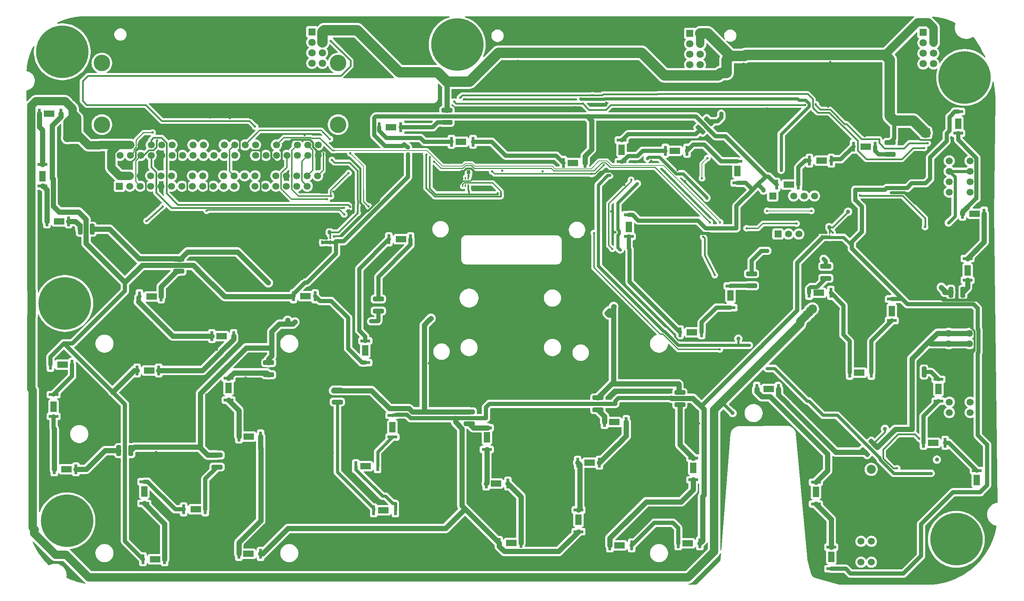
<source format=gbr>
%TF.GenerationSoftware,KiCad,Pcbnew,9.0.2*%
%TF.CreationDate,2025-10-09T09:29:39-05:00*%
%TF.ProjectId,MothBox5.0.2,4d6f7468-426f-4783-952e-302e322e6b69,5.0.2*%
%TF.SameCoordinates,Original*%
%TF.FileFunction,Copper,L1,Top*%
%TF.FilePolarity,Positive*%
%FSLAX46Y46*%
G04 Gerber Fmt 4.6, Leading zero omitted, Abs format (unit mm)*
G04 Created by KiCad (PCBNEW 9.0.2) date 2025-10-09 09:29:39*
%MOMM*%
%LPD*%
G01*
G04 APERTURE LIST*
G04 Aperture macros list*
%AMRoundRect*
0 Rectangle with rounded corners*
0 $1 Rounding radius*
0 $2 $3 $4 $5 $6 $7 $8 $9 X,Y pos of 4 corners*
0 Add a 4 corners polygon primitive as box body*
4,1,4,$2,$3,$4,$5,$6,$7,$8,$9,$2,$3,0*
0 Add four circle primitives for the rounded corners*
1,1,$1+$1,$2,$3*
1,1,$1+$1,$4,$5*
1,1,$1+$1,$6,$7*
1,1,$1+$1,$8,$9*
0 Add four rect primitives between the rounded corners*
20,1,$1+$1,$2,$3,$4,$5,0*
20,1,$1+$1,$4,$5,$6,$7,0*
20,1,$1+$1,$6,$7,$8,$9,0*
20,1,$1+$1,$8,$9,$2,$3,0*%
G04 Aperture macros list end*
%TA.AperFunction,SMDPad,CuDef*%
%ADD10RoundRect,0.250000X-1.075000X0.312500X-1.075000X-0.312500X1.075000X-0.312500X1.075000X0.312500X0*%
%TD*%
%TA.AperFunction,SMDPad,CuDef*%
%ADD11R,0.800000X2.400000*%
%TD*%
%TA.AperFunction,SMDPad,CuDef*%
%ADD12R,2.630000X1.520000*%
%TD*%
%TA.AperFunction,SMDPad,CuDef*%
%ADD13RoundRect,0.225000X-0.225000X-0.250000X0.225000X-0.250000X0.225000X0.250000X-0.225000X0.250000X0*%
%TD*%
%TA.AperFunction,SMDPad,CuDef*%
%ADD14RoundRect,0.075000X-0.075000X0.250000X-0.075000X-0.250000X0.075000X-0.250000X0.075000X0.250000X0*%
%TD*%
%TA.AperFunction,SMDPad,CuDef*%
%ADD15R,2.400000X0.800000*%
%TD*%
%TA.AperFunction,SMDPad,CuDef*%
%ADD16R,1.520000X2.630000*%
%TD*%
%TA.AperFunction,ComponentPad*%
%ADD17C,1.000000*%
%TD*%
%TA.AperFunction,SMDPad,CuDef*%
%ADD18RoundRect,0.250000X-0.539169X0.981111X-0.981111X0.539169X0.539169X-0.981111X0.981111X-0.539169X0*%
%TD*%
%TA.AperFunction,SMDPad,CuDef*%
%ADD19R,0.450000X0.400000*%
%TD*%
%TA.AperFunction,SMDPad,CuDef*%
%ADD20R,0.910000X0.400000*%
%TD*%
%TA.AperFunction,SMDPad,CuDef*%
%ADD21R,0.910000X0.810000*%
%TD*%
%TA.AperFunction,ComponentPad*%
%ADD22C,12.800000*%
%TD*%
%TA.AperFunction,ComponentPad*%
%ADD23R,1.700000X1.700000*%
%TD*%
%TA.AperFunction,ComponentPad*%
%ADD24C,1.700000*%
%TD*%
%TA.AperFunction,ComponentPad*%
%ADD25R,1.800000X1.780000*%
%TD*%
%TA.AperFunction,ComponentPad*%
%ADD26C,1.800000*%
%TD*%
%TA.AperFunction,SMDPad,CuDef*%
%ADD27RoundRect,0.250000X-0.312500X-1.075000X0.312500X-1.075000X0.312500X1.075000X-0.312500X1.075000X0*%
%TD*%
%TA.AperFunction,SMDPad,CuDef*%
%ADD28RoundRect,0.250000X0.312500X1.075000X-0.312500X1.075000X-0.312500X-1.075000X0.312500X-1.075000X0*%
%TD*%
%TA.AperFunction,SMDPad,CuDef*%
%ADD29RoundRect,0.250000X1.075000X-0.312500X1.075000X0.312500X-1.075000X0.312500X-1.075000X-0.312500X0*%
%TD*%
%TA.AperFunction,SMDPad,CuDef*%
%ADD30RoundRect,0.200000X0.200000X0.275000X-0.200000X0.275000X-0.200000X-0.275000X0.200000X-0.275000X0*%
%TD*%
%TA.AperFunction,ComponentPad*%
%ADD31C,2.200000*%
%TD*%
%TA.AperFunction,ComponentPad*%
%ADD32C,4.000000*%
%TD*%
%TA.AperFunction,ViaPad*%
%ADD33C,0.600000*%
%TD*%
%TA.AperFunction,Conductor*%
%ADD34C,1.000000*%
%TD*%
%TA.AperFunction,Conductor*%
%ADD35C,2.032000*%
%TD*%
%TA.AperFunction,Conductor*%
%ADD36C,0.800000*%
%TD*%
%TA.AperFunction,Conductor*%
%ADD37C,0.400000*%
%TD*%
%TA.AperFunction,Conductor*%
%ADD38C,0.304800*%
%TD*%
%TA.AperFunction,Conductor*%
%ADD39C,0.500000*%
%TD*%
%TA.AperFunction,Conductor*%
%ADD40C,1.270000*%
%TD*%
%TA.AperFunction,Conductor*%
%ADD41C,2.540000*%
%TD*%
%TA.AperFunction,Conductor*%
%ADD42C,0.250000*%
%TD*%
%TA.AperFunction,Conductor*%
%ADD43C,0.203200*%
%TD*%
G04 APERTURE END LIST*
D10*
%TO.P,R37,1*%
%TO.N,+12V*%
X121932128Y19928372D03*
%TO.P,R37,2*%
%TO.N,Net-(LED52-A)*%
X121932128Y17003372D03*
%TD*%
%TO.P,R15,1*%
%TO.N,+12V*%
X-13685185Y-3549651D03*
%TO.P,R15,2*%
%TO.N,Net-(LED46-A)*%
X-13685185Y-6474651D03*
%TD*%
D11*
%TO.P,LED13,1,K*%
%TO.N,Net-(LED13-K)*%
X13164815Y53787849D03*
%TO.P,LED13,2,A*%
%TO.N,Net-(LED13-A)*%
X18444815Y53787849D03*
D12*
%TO.P,LED13,3,NC*%
%TO.N,unconnected-(LED13-NC-Pad3)*%
X16104815Y53787849D03*
%TD*%
D10*
%TO.P,R17,1*%
%TO.N,+12V*%
X-26244678Y-26032629D03*
%TO.P,R17,2*%
%TO.N,Net-(LED2-A)*%
X-26244678Y-28957629D03*
%TD*%
D13*
%TO.P,C13,1*%
%TO.N,GND*%
X33423881Y42861407D03*
%TO.P,C13,2*%
%TO.N,+3.3V*%
X34973881Y42861407D03*
%TD*%
D10*
%TO.P,R22,1*%
%TO.N,+12V*%
X137604984Y50119912D03*
%TO.P,R22,2*%
%TO.N,Net-(LED10-A)*%
X137604984Y47194912D03*
%TD*%
%TO.P,R13,1*%
%TO.N,+12V*%
X35162498Y-15520039D03*
%TO.P,R13,2*%
%TO.N,Net-(LED40-A)*%
X35162498Y-18445039D03*
%TD*%
D14*
%TO.P,U18,1,VDD*%
%TO.N,+3.3V*%
X34854930Y41394962D03*
%TO.P,U18,2,NC*%
%TO.N,unconnected-(U18-NC-Pad2)*%
X34204930Y41394962D03*
%TO.P,U18,3,GND*%
%TO.N,GND*%
X33554930Y41394962D03*
%TO.P,U18,4,SCL*%
%TO.N,SCL*%
X33554930Y39594962D03*
%TO.P,U18,5,INT*%
%TO.N,unconnected-(U18-INT-Pad5)*%
X34204930Y39594962D03*
%TO.P,U18,6,SDA*%
%TO.N,SDA*%
X34854930Y39594962D03*
%TD*%
D15*
%TO.P,LED9,1,K*%
%TO.N,Net-(LED12-K)*%
X73957305Y32466849D03*
%TO.P,LED9,2,A*%
%TO.N,Net-(LED8-K)*%
X73957305Y27186849D03*
D16*
%TO.P,LED9,3,NC*%
%TO.N,unconnected-(LED9-NC-Pad3)*%
X73957305Y29526849D03*
%TD*%
D11*
%TO.P,LED44,1,K*%
%TO.N,Net-(LED44-K)*%
X12824288Y-28752541D03*
%TO.P,LED44,2,A*%
%TO.N,Net-(LED43-K)*%
X7544288Y-28752541D03*
D12*
%TO.P,LED44,3,NC*%
%TO.N,unconnected-(LED44-NC-Pad3)*%
X9884288Y-28752541D03*
%TD*%
D15*
%TO.P,LED23,1,K*%
%TO.N,Net-(LED23-K)*%
X-68720499Y44777468D03*
%TO.P,LED23,2,A*%
%TO.N,Net-(LED22-K)*%
X-68720499Y39497468D03*
D16*
%TO.P,LED23,3,NC*%
%TO.N,unconnected-(LED23-NC-Pad3)*%
X-68720499Y41837468D03*
%TD*%
D11*
%TO.P,LED37,1,K*%
%TO.N,Net-(LED37-K)*%
X73354815Y-18012151D03*
%TO.P,LED37,2,A*%
%TO.N,Net-(LED37-A)*%
X68074815Y-18012151D03*
D12*
%TO.P,LED37,3,NC*%
%TO.N,unconnected-(LED37-NC-Pad3)*%
X70414815Y-18012151D03*
%TD*%
D17*
%TO.P,TP9,1,1*%
%TO.N,GND*%
X-67749331Y22291322D03*
%TD*%
D11*
%TO.P,LED12,1,K*%
%TO.N,Net-(LED12-K)*%
X109962528Y39797849D03*
%TO.P,LED12,2,A*%
%TO.N,Net-(LED11-K)*%
X115242528Y39797849D03*
D12*
%TO.P,LED12,3,NC*%
%TO.N,unconnected-(LED12-NC-Pad3)*%
X112902528Y39797849D03*
%TD*%
D11*
%TO.P,LED35,1,K*%
%TO.N,Net-(LED35-K)*%
X74654815Y-48062151D03*
%TO.P,LED35,2,A*%
%TO.N,Net-(LED34-K)*%
X69374815Y-48062151D03*
D12*
%TO.P,LED35,3,NC*%
%TO.N,unconnected-(LED35-NC-Pad3)*%
X71714815Y-48062151D03*
%TD*%
D15*
%TO.P,LED40,1,K*%
%TO.N,Net-(LED40-K)*%
X39414241Y-24668396D03*
%TO.P,LED40,2,A*%
%TO.N,Net-(LED40-A)*%
X39414241Y-19388396D03*
D16*
%TO.P,LED40,3,NC*%
%TO.N,unconnected-(LED40-NC-Pad3)*%
X39414241Y-21728396D03*
%TD*%
D18*
%TO.P,R8,1*%
%TO.N,+12V*%
X133515012Y-23272435D03*
%TO.P,R8,2*%
%TO.N,Net-(LED31-A)*%
X131446724Y-25340723D03*
%TD*%
D15*
%TO.P,LED28,1,K*%
%TO.N,Net-(LED28-K)*%
X149348989Y-12894689D03*
%TO.P,LED28,2,A*%
%TO.N,Net-(LED28-A)*%
X149348989Y-7614689D03*
D16*
%TO.P,LED28,3,NC*%
%TO.N,unconnected-(LED28-NC-Pad3)*%
X149348989Y-9954689D03*
%TD*%
D19*
%TO.P,Q3,1,D*%
%TO.N,Net-(LED12-K)*%
X1250882Y25456536D03*
%TO.P,Q3,2,D*%
X1250882Y26116535D03*
%TO.P,Q3,3,G*%
%TO.N,PHOTO_LED_CTRL*%
X1250882Y26766536D03*
%TO.P,Q3,4,S*%
%TO.N,GND*%
X-649118Y26766536D03*
%TO.P,Q3,5,D*%
%TO.N,Net-(LED12-K)*%
X-649118Y26116535D03*
%TO.P,Q3,6,D*%
X-649118Y25456536D03*
D20*
%TO.P,Q3,7,S*%
%TO.N,GND*%
X300882Y26816537D03*
D21*
%TO.P,Q3,8,D*%
%TO.N,Net-(LED12-K)*%
X300882Y25786537D03*
%TD*%
D22*
%TO.P,H3,1*%
%TO.N,N/C*%
X32214815Y73937849D03*
%TD*%
D15*
%TO.P,LED33,1,K*%
%TO.N,Net-(LED27-K)*%
X123264815Y-53752151D03*
%TO.P,LED33,2,A*%
%TO.N,Net-(LED32-K)*%
X123264815Y-48472151D03*
D16*
%TO.P,LED33,3,NC*%
%TO.N,unconnected-(LED33-NC-Pad3)*%
X123264815Y-50812151D03*
%TD*%
D11*
%TO.P,LED41,1,K*%
%TO.N,Net-(LED41-K)*%
X44550556Y-32978424D03*
%TO.P,LED41,2,A*%
%TO.N,Net-(LED40-K)*%
X39270556Y-32978424D03*
D12*
%TO.P,LED41,3,NC*%
%TO.N,unconnected-(LED41-NC-Pad3)*%
X41610556Y-32978424D03*
%TD*%
D11*
%TO.P,LED22,1,K*%
%TO.N,Net-(LED22-K)*%
X-67655045Y30903755D03*
%TO.P,LED22,2,A*%
%TO.N,Net-(LED22-A)*%
X-62375045Y30903755D03*
D12*
%TO.P,LED22,3,NC*%
%TO.N,unconnected-(LED22-NC-Pad3)*%
X-64715045Y30903755D03*
%TD*%
D11*
%TO.P,LED42,1,K*%
%TO.N,Net-(LED27-K)*%
X42446264Y-47481387D03*
%TO.P,LED42,2,A*%
%TO.N,Net-(LED41-K)*%
X47726264Y-47481387D03*
D12*
%TO.P,LED42,3,NC*%
%TO.N,unconnected-(LED42-NC-Pad3)*%
X45386264Y-47481387D03*
%TD*%
D10*
%TO.P,R23,1*%
%TO.N,+12V*%
X29701110Y57919480D03*
%TO.P,R23,2*%
%TO.N,Net-(LED13-A)*%
X29701110Y54994480D03*
%TD*%
D17*
%TO.P,TP4,1,1*%
%TO.N,Net-(LED12-K)*%
X106764815Y38387849D03*
%TD*%
%TO.P,TP7,1,1*%
%TO.N,+3.3V*%
X100644448Y2305791D03*
%TD*%
D22*
%TO.P,H6,1*%
%TO.N,N/C*%
X-62785185Y-42062151D03*
%TD*%
D11*
%TO.P,LED21,1,K*%
%TO.N,Net-(LED12-K)*%
X-45725536Y-5454480D03*
%TO.P,LED21,2,A*%
%TO.N,Net-(LED20-K)*%
X-40445536Y-5454480D03*
D12*
%TO.P,LED21,3,NC*%
%TO.N,unconnected-(LED21-NC-Pad3)*%
X-42785536Y-5454480D03*
%TD*%
D23*
%TO.P,U5,1,3V3*%
%TO.N,unconnected-(U5-3V3-Pad1)*%
X-50012001Y39448894D03*
D24*
%TO.P,U5,2,5V*%
%TO.N,+5V*%
X-50012001Y41988894D03*
%TO.P,U5,3,GPIO2/SDA1*%
%TO.N,SDA*%
X-47472001Y39448894D03*
%TO.P,U5,4,5V*%
%TO.N,+5V*%
X-47472001Y41988894D03*
%TO.P,U5,5,GPIO3/SCL1*%
%TO.N,SCL*%
X-44932002Y39448894D03*
%TO.P,U5,6,GND*%
%TO.N,GND*%
X-44932001Y41988894D03*
%TO.P,U5,7,GPIO4/GPIO_GCKL*%
%TO.N,unconnected-(U5-GPIO4{slash}GPIO_GCKL-Pad7)*%
X-42392001Y39448894D03*
%TO.P,U5,8,GPIO14/TXD0*%
%TO.N,unconnected-(U5-GPIO14{slash}TXD0-Pad8)*%
X-42392001Y41988894D03*
%TO.P,U5,9,GND*%
%TO.N,GND*%
X-39852001Y39448894D03*
%TO.P,U5,10,GPIO15/RXD0*%
%TO.N,unconnected-(U5-GPIO15{slash}RXD0-Pad10)*%
X-39852001Y41988894D03*
%TO.P,U5,11,GPIO17/GPIO_GEN0*%
%TO.N,/RPI5/Save for eink_11*%
X-37312001Y39448894D03*
%TO.P,U5,12,GPIO18/GPIO_GEN1*%
%TO.N,unconnected-(U5-GPIO18{slash}GPIO_GEN1-Pad12)*%
X-37312001Y41988894D03*
%TO.P,U5,13,GPIO27/GPIO_GEN2*%
%TO.N,unconnected-(U5-GPIO27{slash}GPIO_GEN2-Pad13)*%
X-34772001Y39448894D03*
%TO.P,U5,14,GND*%
%TO.N,GND*%
X-34772001Y41988894D03*
%TO.P,U5,15,GPIO22/GPIO_GEN3*%
%TO.N,unconnected-(U5-GPIO22{slash}GPIO_GEN3-Pad15)*%
X-32232000Y39448894D03*
%TO.P,U5,16,GPIO23/GPIO_GEN4*%
%TO.N,unconnected-(U5-GPIO23{slash}GPIO_GEN4-Pad16)*%
X-32232001Y41988894D03*
%TO.P,U5,17,3V3*%
%TO.N,unconnected-(U5-3V3-Pad17)*%
X-29692001Y39448894D03*
%TO.P,U5,18,GPIO24/GPIO_GEN5*%
%TO.N,/RPI5/Save for eink_18*%
X-29692001Y41988894D03*
%TO.P,U5,19,GPIO10/SPI_MOSI*%
%TO.N,/RPI5/Save for eink_19*%
X-27152001Y39448894D03*
%TO.P,U5,20,GND*%
%TO.N,GND*%
X-27152001Y41988894D03*
%TO.P,U5,21,GPIO9/SPI_MISO*%
%TO.N,unconnected-(U5-GPIO9{slash}SPI_MISO-Pad21)*%
X-24612001Y39448894D03*
%TO.P,U5,22,GPIO25/GPIO_GEN6*%
%TO.N,/RPI5/Save for eink_22*%
X-24612001Y41988894D03*
%TO.P,U5,23,GPIO11/SPI_SCLK*%
%TO.N,/RPI5/Save for eink_23*%
X-22072002Y39448894D03*
%TO.P,U5,24,GPIO8/~{SPI_CE0}*%
%TO.N,/RPI5/Save for eink_24*%
X-22072001Y41988894D03*
%TO.P,U5,25,GND*%
%TO.N,GND*%
X-19532001Y39448894D03*
%TO.P,U5,26,GPIO7/~{SPI_CE1}*%
%TO.N,unconnected-(U5-GPIO7{slash}~{SPI_CE1}-Pad26)*%
X-19532001Y41988894D03*
%TO.P,U5,27,ID_SD*%
%TO.N,unconnected-(U5-ID_SD-Pad27)*%
X-16992001Y39448894D03*
%TO.P,U5,28,ID_SC*%
%TO.N,unconnected-(U5-ID_SC-Pad28)*%
X-16992001Y41988894D03*
%TO.P,U5,29,GPIO5*%
%TO.N,unconnected-(U5-GPIO5-Pad29)*%
X-14452001Y39448894D03*
%TO.P,U5,30,GND*%
%TO.N,GND*%
X-14452001Y41988894D03*
%TO.P,U5,31,GPIO6*%
%TO.N,unconnected-(U5-GPIO6-Pad31)*%
X-11912002Y39448894D03*
%TO.P,U5,32,GPIO12*%
%TO.N,unconnected-(U5-GPIO12-Pad32)*%
X-11912001Y41988894D03*
%TO.P,U5,33,GPIO13*%
%TO.N,unconnected-(U5-GPIO13-Pad33)*%
X-9372000Y39448894D03*
%TO.P,U5,34,GND*%
%TO.N,GND*%
X-9372001Y41988894D03*
%TO.P,U5,35,GPIO19*%
%TO.N,unconnected-(U5-GPIO19-Pad35)*%
X-6832001Y39448894D03*
%TO.P,U5,36,GPIO16*%
%TO.N,unconnected-(U5-GPIO16-Pad36)*%
X-6832001Y41988894D03*
%TO.P,U5,37,GPIO26*%
%TO.N,/RPI5/Save for relay 3*%
X-4292001Y39448894D03*
%TO.P,U5,38,GPIO20*%
%TO.N,/RPI5/Save for relay*%
X-4292001Y41988894D03*
%TO.P,U5,39,GND*%
%TO.N,GND*%
X-1752001Y39448894D03*
%TO.P,U5,40,GPIO21*%
%TO.N,/RPI5/Save for relay 2*%
X-1752001Y41988894D03*
%TD*%
D11*
%TO.P,LED38,1,K*%
%TO.N,Net-(LED38-K)*%
X61524815Y-27912151D03*
%TO.P,LED38,2,A*%
%TO.N,Net-(LED37-K)*%
X66804815Y-27912151D03*
D12*
%TO.P,LED38,3,NC*%
%TO.N,unconnected-(LED38-NC-Pad3)*%
X64464815Y-27912151D03*
%TD*%
D25*
%TO.P,H10,1,1*%
%TO.N,unconnected-(H10-Pad1)*%
X88827556Y76664779D03*
D26*
%TO.P,H10,2,2*%
%TO.N,+12V*%
X91367556Y76664779D03*
%TO.P,H10,3,3*%
%TO.N,unconnected-(H10-Pad3)*%
X88827556Y74124779D03*
%TO.P,H10,4,4*%
%TO.N,+12V*%
X91367556Y74124779D03*
%TO.P,H10,5,5*%
%TO.N,unconnected-(H10-Pad5)*%
X88827556Y71584779D03*
%TO.P,H10,6,6*%
%TO.N,Net-(H10-Pad6)*%
X91367556Y71584779D03*
%TO.P,H10,7,7*%
%TO.N,unconnected-(H10-Pad7)*%
X88827556Y69044779D03*
%TO.P,H10,8,8*%
%TO.N,Net-(H10-Pad6)*%
X91367556Y69044779D03*
%TD*%
D11*
%TO.P,LED20,1,K*%
%TO.N,Net-(LED20-K)*%
X-22220522Y2937849D03*
%TO.P,LED20,2,A*%
%TO.N,Net-(LED19-K)*%
X-27500522Y2937849D03*
D12*
%TO.P,LED20,3,NC*%
%TO.N,unconnected-(LED20-NC-Pad3)*%
X-25160522Y2937849D03*
%TD*%
D11*
%TO.P,LED16,1,K*%
%TO.N,Net-(LED16-K)*%
X-65875185Y-29512151D03*
%TO.P,LED16,2,A*%
%TO.N,Net-(LED16-A)*%
X-60595185Y-29512151D03*
D12*
%TO.P,LED16,3,NC*%
%TO.N,unconnected-(LED16-NC-Pad3)*%
X-62935185Y-29512151D03*
%TD*%
D27*
%TO.P,R16,1*%
%TO.N,+12V*%
X152362506Y13603935D03*
%TO.P,R16,2*%
%TO.N,Net-(LED25-A)*%
X155287506Y13603935D03*
%TD*%
D28*
%TO.P,R24,1*%
%TO.N,+12V*%
X-47247654Y-24967801D03*
%TO.P,R24,2*%
%TO.N,Net-(LED16-A)*%
X-50172654Y-24967801D03*
%TD*%
D15*
%TO.P,LED7,1,K*%
%TO.N,Net-(LED7-K)*%
X98753974Y9874638D03*
%TO.P,LED7,2,A*%
%TO.N,Net-(LED7-A)*%
X98753974Y15154638D03*
D16*
%TO.P,LED7,3,NC*%
%TO.N,unconnected-(LED7-NC-Pad3)*%
X98753974Y12814638D03*
%TD*%
D11*
%TO.P,LED52,1,K*%
%TO.N,Net-(LED52-K)*%
X123143246Y13469896D03*
%TO.P,LED52,2,A*%
%TO.N,Net-(LED52-A)*%
X117863246Y13469896D03*
D12*
%TO.P,LED52,3,NC*%
%TO.N,unconnected-(LED52-NC-Pad3)*%
X120203246Y13469896D03*
%TD*%
D11*
%TO.P,LED53,1,K*%
%TO.N,Net-(LED53-K)*%
X133012853Y-5999252D03*
%TO.P,LED53,2,A*%
%TO.N,Net-(LED52-K)*%
X127732853Y-5999252D03*
D12*
%TO.P,LED53,3,NC*%
%TO.N,unconnected-(LED53-NC-Pad3)*%
X130072853Y-5999252D03*
%TD*%
D19*
%TO.P,Q7,1,D*%
%TO.N,Net-(LED27-K)*%
X122885904Y26753819D03*
%TO.P,Q7,2,D*%
X122885904Y27413818D03*
%TO.P,Q7,3,G*%
%TO.N,PHOTO_LED_CTRL*%
X122885904Y28063819D03*
%TO.P,Q7,4,S*%
%TO.N,GND*%
X120985904Y28063819D03*
%TO.P,Q7,5,D*%
%TO.N,Net-(LED27-K)*%
X120985904Y27413818D03*
%TO.P,Q7,6,D*%
X120985904Y26753819D03*
D20*
%TO.P,Q7,7,S*%
%TO.N,GND*%
X121935904Y28113820D03*
D21*
%TO.P,Q7,8,D*%
%TO.N,Net-(LED27-K)*%
X121935904Y27083820D03*
%TD*%
D11*
%TO.P,LED2,1,K*%
%TO.N,Net-(LED1-A)*%
X-34378623Y-39273687D03*
%TO.P,LED2,2,A*%
%TO.N,Net-(LED2-A)*%
X-29098623Y-39273687D03*
D12*
%TO.P,LED2,3,NC*%
%TO.N,unconnected-(LED2-NC-Pad3)*%
X-31438623Y-39273687D03*
%TD*%
D29*
%TO.P,R18,1*%
%TO.N,+12V*%
X13021754Y9045081D03*
%TO.P,R18,2*%
%TO.N,Net-(LED4-A)*%
X13021754Y11970081D03*
%TD*%
D15*
%TO.P,LED34,1,K*%
%TO.N,Net-(LED34-K)*%
X89653568Y-32067606D03*
%TO.P,LED34,2,A*%
%TO.N,Net-(LED34-A)*%
X89653568Y-26787606D03*
D16*
%TO.P,LED34,3,NC*%
%TO.N,unconnected-(LED34-NC-Pad3)*%
X89653568Y-29127606D03*
%TD*%
D17*
%TO.P,TP6,1,1*%
%TO.N,Net-(LED27-K)*%
X128267838Y24986014D03*
%TD*%
D11*
%TO.P,LED15,1,K*%
%TO.N,Net-(LED12-K)*%
X63329814Y45116682D03*
%TO.P,LED15,2,A*%
%TO.N,Net-(LED14-K)*%
X58049814Y45116682D03*
D12*
%TO.P,LED15,3,NC*%
%TO.N,unconnected-(LED15-NC-Pad3)*%
X60389814Y45116682D03*
%TD*%
D11*
%TO.P,LED8,1,K*%
%TO.N,Net-(LED8-K)*%
X86419596Y3861772D03*
%TO.P,LED8,2,A*%
%TO.N,Net-(LED7-K)*%
X91699596Y3861772D03*
D12*
%TO.P,LED8,3,NC*%
%TO.N,unconnected-(LED8-NC-Pad3)*%
X89359596Y3861772D03*
%TD*%
D15*
%TO.P,LED25,1,K*%
%TO.N,Net-(LED25-K)*%
X156434036Y21823489D03*
%TO.P,LED25,2,A*%
%TO.N,Net-(LED25-A)*%
X156434036Y16543489D03*
D16*
%TO.P,LED25,3,NC*%
%TO.N,unconnected-(LED25-NC-Pad3)*%
X156434036Y18883489D03*
%TD*%
D30*
%TO.P,R9,1*%
%TO.N,PHOTO_LED_CTRL*%
X122731363Y29449739D03*
%TO.P,R9,2*%
%TO.N,GND*%
X121081363Y29449739D03*
%TD*%
D11*
%TO.P,LED18,1,K*%
%TO.N,Net-(LED12-K)*%
X-66812031Y-4052383D03*
%TO.P,LED18,2,A*%
%TO.N,Net-(LED17-K)*%
X-61532031Y-4052383D03*
D12*
%TO.P,LED18,3,NC*%
%TO.N,unconnected-(LED18-NC-Pad3)*%
X-63872031Y-4052383D03*
%TD*%
D11*
%TO.P,LED10,1,K*%
%TO.N,Net-(LED10-K)*%
X128672760Y49092134D03*
%TO.P,LED10,2,A*%
%TO.N,Net-(LED10-A)*%
X133952760Y49092134D03*
D12*
%TO.P,LED10,3,NC*%
%TO.N,unconnected-(LED10-NC-Pad3)*%
X131612760Y49092134D03*
%TD*%
D11*
%TO.P,LED36,1,K*%
%TO.N,Net-(LED27-K)*%
X91269834Y-47551229D03*
%TO.P,LED36,2,A*%
%TO.N,Net-(LED35-K)*%
X85989834Y-47551229D03*
D12*
%TO.P,LED36,3,NC*%
%TO.N,unconnected-(LED36-NC-Pad3)*%
X88329834Y-47551229D03*
%TD*%
D15*
%TO.P,LED1,1,K*%
%TO.N,Net-(LED1-K)*%
X-43968473Y-37821826D03*
%TO.P,LED1,2,A*%
%TO.N,Net-(LED1-A)*%
X-43968473Y-32541826D03*
D16*
%TO.P,LED1,3,NC*%
%TO.N,unconnected-(LED1-NC-Pad3)*%
X-43968473Y-34881826D03*
%TD*%
D15*
%TO.P,LED49,1,K*%
%TO.N,Net-(LED49-K)*%
X72237502Y45398461D03*
%TO.P,LED49,2,A*%
%TO.N,Net-(LED49-A)*%
X72237502Y50678461D03*
D16*
%TO.P,LED49,3,NC*%
%TO.N,unconnected-(LED49-NC-Pad3)*%
X72237502Y48338461D03*
%TD*%
D15*
%TO.P,LED30,1,K*%
%TO.N,Net-(LED27-K)*%
X158680815Y-35107165D03*
%TO.P,LED30,2,A*%
%TO.N,Net-(LED29-K)*%
X158680815Y-29827165D03*
D16*
%TO.P,LED30,3,NC*%
%TO.N,unconnected-(LED30-NC-Pad3)*%
X158680815Y-32167165D03*
%TD*%
D15*
%TO.P,LED46,1,K*%
%TO.N,Net-(LED46-K)*%
X-23452121Y-12643335D03*
%TO.P,LED46,2,A*%
%TO.N,Net-(LED46-A)*%
X-23452121Y-7363335D03*
D16*
%TO.P,LED46,3,NC*%
%TO.N,unconnected-(LED46-NC-Pad3)*%
X-23452121Y-9703335D03*
%TD*%
D22*
%TO.P,H7,1*%
%TO.N,N/C*%
X153714815Y-46562151D03*
%TD*%
D15*
%TO.P,LED39,1,K*%
%TO.N,Net-(LED27-K)*%
X61735751Y-44702319D03*
%TO.P,LED39,2,A*%
%TO.N,Net-(LED38-K)*%
X61735751Y-39422319D03*
D16*
%TO.P,LED39,3,NC*%
%TO.N,unconnected-(LED39-NC-Pad3)*%
X61735751Y-41762319D03*
%TD*%
D17*
%TO.P,TP3,1,1*%
%TO.N,PHOTO_LED_CTRL*%
X127364815Y33237849D03*
%TD*%
D15*
%TO.P,LED27,1,K*%
%TO.N,Net-(LED27-K)*%
X154160114Y57628725D03*
%TO.P,LED27,2,A*%
%TO.N,Net-(LED26-K)*%
X154160114Y52348725D03*
D16*
%TO.P,LED27,3,NC*%
%TO.N,unconnected-(LED27-NC-Pad3)*%
X154160114Y54688725D03*
%TD*%
D11*
%TO.P,LED50,1,K*%
%TO.N,Net-(LED50-K)*%
X88150103Y48090952D03*
%TO.P,LED50,2,A*%
%TO.N,Net-(LED49-K)*%
X82870103Y48090952D03*
D12*
%TO.P,LED50,3,NC*%
%TO.N,unconnected-(LED50-NC-Pad3)*%
X85210103Y48090952D03*
%TD*%
D18*
%TO.P,R28,1*%
%TO.N,+12V*%
X93484709Y55279973D03*
%TO.P,R28,2*%
%TO.N,Net-(LED49-A)*%
X91416421Y53211685D03*
%TD*%
D11*
%TO.P,LED31,1,K*%
%TO.N,Net-(LED31-K)*%
X105124815Y-9912151D03*
%TO.P,LED31,2,A*%
%TO.N,Net-(LED31-A)*%
X110404815Y-9912151D03*
D12*
%TO.P,LED31,3,NC*%
%TO.N,unconnected-(LED31-NC-Pad3)*%
X108064815Y-9912151D03*
%TD*%
D10*
%TO.P,R10,1*%
%TO.N,+12V*%
X86402034Y-10815518D03*
%TO.P,R10,2*%
%TO.N,Net-(LED34-A)*%
X86402034Y-13740518D03*
%TD*%
D15*
%TO.P,LED32,1,K*%
%TO.N,Net-(LED32-K)*%
X119514815Y-37952151D03*
%TO.P,LED32,2,A*%
%TO.N,Net-(LED31-K)*%
X119514815Y-32672151D03*
D16*
%TO.P,LED32,3,NC*%
%TO.N,unconnected-(LED32-NC-Pad3)*%
X119514815Y-35012151D03*
%TD*%
D22*
%TO.P,H4,1*%
%TO.N,N/C*%
X-63935185Y72187849D03*
%TD*%
D11*
%TO.P,LED48,1,K*%
%TO.N,Net-(LED27-K)*%
X-15657713Y-50113872D03*
%TO.P,LED48,2,A*%
%TO.N,Net-(LED47-K)*%
X-20937713Y-50113872D03*
D12*
%TO.P,LED48,3,NC*%
%TO.N,unconnected-(LED48-NC-Pad3)*%
X-18597713Y-50113872D03*
%TD*%
D17*
%TO.P,TP2,1,1*%
%TO.N,+24V*%
X148970711Y-27151745D03*
%TD*%
D15*
%TO.P,LED51,1,K*%
%TO.N,Net-(LED12-K)*%
X100425197Y40220959D03*
%TO.P,LED51,2,A*%
%TO.N,Net-(LED50-K)*%
X100425197Y45500959D03*
D16*
%TO.P,LED51,3,NC*%
%TO.N,unconnected-(LED51-NC-Pad3)*%
X100425197Y43160959D03*
%TD*%
D11*
%TO.P,LED6,1,K*%
%TO.N,Net-(LED12-K)*%
X-7652359Y12630475D03*
%TO.P,LED6,2,A*%
%TO.N,Net-(LED5-K)*%
X-2372359Y12630475D03*
D12*
%TO.P,LED6,3,NC*%
%TO.N,unconnected-(LED6-NC-Pad3)*%
X-4712359Y12630475D03*
%TD*%
D22*
%TO.P,H5,1*%
%TO.N,N/C*%
X-63300000Y10884329D03*
%TD*%
D10*
%TO.P,R14,1*%
%TO.N,+12V*%
X3039064Y-10205001D03*
%TO.P,R14,2*%
%TO.N,Net-(LED43-A)*%
X3039064Y-13130001D03*
%TD*%
D17*
%TO.P,TP8,1,1*%
%TO.N,GND*%
X18208170Y79732148D03*
%TD*%
D11*
%TO.P,LED3,1,K*%
%TO.N,Net-(LED12-K)*%
X-44275185Y-51412151D03*
%TO.P,LED3,2,A*%
%TO.N,Net-(LED1-K)*%
X-38995185Y-51412151D03*
D12*
%TO.P,LED3,3,NC*%
%TO.N,unconnected-(LED3-NC-Pad3)*%
X-41335185Y-51412151D03*
%TD*%
D11*
%TO.P,LED4,1,K*%
%TO.N,Net-(LED4-K)*%
X15583214Y26514862D03*
%TO.P,LED4,2,A*%
%TO.N,Net-(LED4-A)*%
X20863214Y26514862D03*
D12*
%TO.P,LED4,3,NC*%
%TO.N,unconnected-(LED4-NC-Pad3)*%
X18523214Y26514862D03*
%TD*%
D15*
%TO.P,LED54,1,K*%
%TO.N,Net-(LED27-K)*%
X137992829Y11973809D03*
%TO.P,LED54,2,A*%
%TO.N,Net-(LED53-K)*%
X137992829Y6693809D03*
D16*
%TO.P,LED54,3,NC*%
%TO.N,unconnected-(LED54-NC-Pad3)*%
X137992829Y9033809D03*
%TD*%
D11*
%TO.P,LED47,1,K*%
%TO.N,Net-(LED47-K)*%
X-15645185Y-21512151D03*
%TO.P,LED47,2,A*%
%TO.N,Net-(LED46-K)*%
X-20925185Y-21512151D03*
D12*
%TO.P,LED47,3,NC*%
%TO.N,unconnected-(LED47-NC-Pad3)*%
X-18585185Y-21512151D03*
%TD*%
D28*
%TO.P,R26,1*%
%TO.N,+12V*%
X-56638993Y28962261D03*
%TO.P,R26,2*%
%TO.N,Net-(LED22-A)*%
X-59563993Y28962261D03*
%TD*%
D15*
%TO.P,LED45,1,K*%
%TO.N,Net-(LED27-K)*%
X16449790Y-16356998D03*
%TO.P,LED45,2,A*%
%TO.N,Net-(LED44-K)*%
X16449790Y-21636998D03*
D16*
%TO.P,LED45,3,NC*%
%TO.N,unconnected-(LED45-NC-Pad3)*%
X16449790Y-19296998D03*
%TD*%
D15*
%TO.P,LED5,1,K*%
%TO.N,Net-(LED5-K)*%
X9845089Y-3502151D03*
%TO.P,LED5,2,A*%
%TO.N,Net-(LED4-K)*%
X9845089Y1777849D03*
D16*
%TO.P,LED5,3,NC*%
%TO.N,unconnected-(LED5-NC-Pad3)*%
X9845089Y-562151D03*
%TD*%
D10*
%TO.P,R12,1*%
%TO.N,+12V*%
X66457030Y-12086852D03*
%TO.P,R12,2*%
%TO.N,Net-(LED37-A)*%
X66457030Y-15011852D03*
%TD*%
%TO.P,R25,1*%
%TO.N,+12V*%
X-35556060Y21652849D03*
%TO.P,R25,2*%
%TO.N,Net-(LED19-A)*%
X-35556060Y18727849D03*
%TD*%
D11*
%TO.P,LED14,1,K*%
%TO.N,Net-(LED14-K)*%
X36062288Y50273830D03*
%TO.P,LED14,2,A*%
%TO.N,Net-(LED13-K)*%
X30782288Y50273830D03*
D12*
%TO.P,LED14,3,NC*%
%TO.N,unconnected-(LED14-NC-Pad3)*%
X33122288Y50273830D03*
%TD*%
D15*
%TO.P,LED17,1,K*%
%TO.N,Net-(LED17-K)*%
X-66035185Y-11322151D03*
%TO.P,LED17,2,A*%
%TO.N,Net-(LED16-K)*%
X-66035185Y-16602151D03*
D16*
%TO.P,LED17,3,NC*%
%TO.N,unconnected-(LED17-NC-Pad3)*%
X-66035185Y-14262151D03*
%TD*%
D25*
%TO.P,H9,1,1*%
%TO.N,unconnected-(H9-Pad1)*%
X-3153838Y77032342D03*
D26*
%TO.P,H9,2,2*%
%TO.N,+12V*%
X-613838Y77032342D03*
%TO.P,H9,3,3*%
%TO.N,unconnected-(H9-Pad3)*%
X-3153838Y74492342D03*
%TO.P,H9,4,4*%
%TO.N,+12V*%
X-613838Y74492342D03*
%TO.P,H9,5,5*%
%TO.N,unconnected-(H9-Pad5)*%
X-3153838Y71952342D03*
%TO.P,H9,6,6*%
%TO.N,Net-(H9-Pad6)*%
X-613838Y71952342D03*
%TO.P,H9,7,7*%
%TO.N,unconnected-(H9-Pad7)*%
X-3153838Y69412342D03*
%TO.P,H9,8,8*%
%TO.N,Net-(H9-Pad6)*%
X-613838Y69412342D03*
%TD*%
D25*
%TO.P,H8,1,1*%
%TO.N,unconnected-(H8-Pad1)*%
X145620519Y76898184D03*
D26*
%TO.P,H8,2,2*%
%TO.N,+12V*%
X148160519Y76898184D03*
%TO.P,H8,3,3*%
%TO.N,unconnected-(H8-Pad3)*%
X145620519Y74358184D03*
%TO.P,H8,4,4*%
%TO.N,+12V*%
X148160519Y74358184D03*
%TO.P,H8,5,5*%
%TO.N,unconnected-(H8-Pad5)*%
X145620519Y71818184D03*
%TO.P,H8,6,6*%
%TO.N,Net-(H8-Pad6)*%
X148160519Y71818184D03*
%TO.P,H8,7,7*%
%TO.N,unconnected-(H8-Pad7)*%
X145620519Y69278184D03*
%TO.P,H8,8,8*%
%TO.N,Net-(H8-Pad6)*%
X148160519Y69278184D03*
%TD*%
D22*
%TO.P,H2,1*%
%TO.N,N/C*%
X155714815Y65937849D03*
%TD*%
D11*
%TO.P,LED11,1,K*%
%TO.N,Net-(LED11-K)*%
X117969562Y45680128D03*
%TO.P,LED11,2,A*%
%TO.N,Net-(LED10-K)*%
X123249562Y45680128D03*
D12*
%TO.P,LED11,3,NC*%
%TO.N,unconnected-(LED11-NC-Pad3)*%
X120909562Y45680128D03*
%TD*%
D17*
%TO.P,TP10,1,1*%
%TO.N,GND*%
X146615789Y-54705402D03*
%TD*%
D27*
%TO.P,R7,1*%
%TO.N,+12V*%
X142907750Y-5814389D03*
%TO.P,R7,2*%
%TO.N,Net-(LED28-A)*%
X145832750Y-5814389D03*
%TD*%
D17*
%TO.P,TP5,1,1*%
%TO.N,+12V*%
X136316275Y-19642711D03*
%TD*%
D30*
%TO.P,R11,1*%
%TO.N,PHOTO_LED_CTRL*%
X1109568Y28221473D03*
%TO.P,R11,2*%
%TO.N,GND*%
X-540432Y28221473D03*
%TD*%
D11*
%TO.P,LED29,1,K*%
%TO.N,Net-(LED29-K)*%
X150994815Y-23062151D03*
%TO.P,LED29,2,A*%
%TO.N,Net-(LED28-K)*%
X145714815Y-23062151D03*
D12*
%TO.P,LED29,3,NC*%
%TO.N,unconnected-(LED29-NC-Pad3)*%
X148054815Y-23062151D03*
%TD*%
D11*
%TO.P,LED43,1,K*%
%TO.N,Net-(LED43-K)*%
X17157522Y-39514134D03*
%TO.P,LED43,2,A*%
%TO.N,Net-(LED43-A)*%
X11877522Y-39514134D03*
D12*
%TO.P,LED43,3,NC*%
%TO.N,unconnected-(LED43-NC-Pad3)*%
X14217522Y-39514134D03*
%TD*%
D11*
%TO.P,LED24,1,K*%
%TO.N,Net-(LED12-K)*%
X-64241445Y57102811D03*
%TO.P,LED24,2,A*%
%TO.N,Net-(LED23-K)*%
X-69521445Y57102811D03*
D12*
%TO.P,LED24,3,NC*%
%TO.N,unconnected-(LED24-NC-Pad3)*%
X-67181445Y57102811D03*
%TD*%
D10*
%TO.P,R20,1*%
%TO.N,+12V*%
X103850261Y18119227D03*
%TO.P,R20,2*%
%TO.N,Net-(LED7-A)*%
X103850261Y15194227D03*
%TD*%
D11*
%TO.P,LED26,1,K*%
%TO.N,Net-(LED26-K)*%
X155195902Y32762923D03*
%TO.P,LED26,2,A*%
%TO.N,Net-(LED25-K)*%
X160475902Y32762923D03*
D12*
%TO.P,LED26,3,NC*%
%TO.N,unconnected-(LED26-NC-Pad3)*%
X158135902Y32762923D03*
%TD*%
D11*
%TO.P,LED19,1,K*%
%TO.N,Net-(LED19-K)*%
X-45128725Y12615695D03*
%TO.P,LED19,2,A*%
%TO.N,Net-(LED19-A)*%
X-39848725Y12615695D03*
D12*
%TO.P,LED19,3,NC*%
%TO.N,unconnected-(LED19-NC-Pad3)*%
X-42188725Y12615695D03*
%TD*%
D24*
%TO.P,J4,1,Pin_1*%
%TO.N,Net-(J4-Pin_1)*%
X157061743Y45616086D03*
X151981743Y45616086D03*
%TO.P,J4,2,Pin_2*%
X157061743Y43076086D03*
X151981743Y43076086D03*
%TO.P,J4,3,Pin_3*%
%TO.N,+12V*%
X157061743Y40536086D03*
X151981743Y40536086D03*
%TO.P,J4,4,Pin_4*%
X157061743Y37996086D03*
X151981743Y37996086D03*
%TD*%
D31*
%TO.P,C16,1*%
%TO.N,+5V*%
X118675583Y9548297D03*
%TO.P,C16,2*%
%TO.N,GND*%
X118675583Y17048297D03*
%TD*%
D23*
%TO.P,U7,1,1*%
%TO.N,+5V*%
X-49915185Y49490349D03*
D24*
%TO.P,U7,2,2*%
%TO.N,+3V3*%
X-49915185Y46950349D03*
%TO.P,U7,3,3*%
%TO.N,+5V*%
X-47375185Y49490349D03*
%TO.P,U7,4,4*%
%TO.N,SDA*%
X-47375185Y46950349D03*
%TO.P,U7,5,5*%
%TO.N,GND*%
X-44835185Y49490349D03*
%TO.P,U7,6,6*%
%TO.N,SCL*%
X-44835185Y46950349D03*
%TO.P,U7,7,7*%
%TO.N,GPS_RX*%
X-42295185Y49490349D03*
%TO.P,U7,8,8*%
%TO.N,GPIO4*%
X-42295185Y46950349D03*
%TO.P,U7,9,9*%
%TO.N,GPS_TX*%
X-39755185Y49490349D03*
%TO.P,U7,10,10*%
%TO.N,GND*%
X-39755185Y46950349D03*
%TO.P,U7,11,11*%
%TO.N,unconnected-(U7-Pad11)*%
X-37215185Y49490349D03*
%TO.P,U7,12,12*%
%TO.N,/RPI5/Save for eink_11*%
X-37215185Y46950349D03*
%TO.P,U7,13,13*%
%TO.N,GND*%
X-34675185Y49490349D03*
%TO.P,U7,14,14*%
%TO.N,3V3_CTL*%
X-34675185Y46950349D03*
%TO.P,U7,15,15*%
%TO.N,EN_12VReg*%
X-32135185Y49490349D03*
%TO.P,U7,16,16*%
%TO.N,unconnected-(U7-Pad16)*%
X-32135185Y46950349D03*
%TO.P,U7,17,17*%
%TO.N,/RPI5/Save for eink_18*%
X-29595185Y49490349D03*
%TO.P,U7,18,18*%
%TO.N,unconnected-(U7-Pad18)*%
X-29595185Y46950349D03*
%TO.P,U7,19,19*%
%TO.N,GND*%
X-27055185Y49490349D03*
%TO.P,U7,20,20*%
%TO.N,/RPI5/Save for eink_19*%
X-27055185Y46950349D03*
%TO.P,U7,21,21*%
%TO.N,/RPI5/Save for eink_22*%
X-24515185Y49490349D03*
%TO.P,U7,22,22*%
%TO.N,UV1_CTRL*%
X-24515185Y46950349D03*
%TO.P,U7,23,23*%
%TO.N,/RPI5/Save for eink_24*%
X-21975185Y49490349D03*
%TO.P,U7,24,24*%
%TO.N,/RPI5/Save for eink_23*%
X-21975185Y46950349D03*
%TO.P,U7,25,25*%
%TO.N,UV4_EX_CTRL*%
X-19435185Y49490349D03*
%TO.P,U7,26,26*%
%TO.N,GND*%
X-19435185Y46950349D03*
%TO.P,U7,27,27*%
%TO.N,unconnected-(U7-Pad27)*%
X-16895185Y49490349D03*
%TO.P,U7,28,28*%
%TO.N,unconnected-(U7-Pad28)*%
X-16895185Y46950349D03*
%TO.P,U7,29,29*%
%TO.N,GND*%
X-14355185Y49490349D03*
%TO.P,U7,30,30*%
%TO.N,UV2_CTRL*%
X-14355185Y46950349D03*
%TO.P,U7,31,31*%
%TO.N,GPS_PPS*%
X-11815185Y49490349D03*
%TO.P,U7,32,32*%
%TO.N,UV3_CTRL*%
X-11815185Y46950349D03*
%TO.P,U7,33,33*%
%TO.N,GND*%
X-9275185Y49490349D03*
%TO.P,U7,34,34*%
%TO.N,User_LED*%
X-9275185Y46950349D03*
%TO.P,U7,35,35*%
%TO.N,SWITCH*%
X-6735185Y49490349D03*
%TO.P,U7,36,36*%
%TO.N,PHOTO_LED_CTRL*%
X-6735185Y46950349D03*
%TO.P,U7,37,37*%
%TO.N,/RPI5/Save for relay*%
X-4195185Y49490349D03*
%TO.P,U7,38,38*%
%TO.N,/RPI5/Save for relay 3*%
X-4195185Y46950349D03*
%TO.P,U7,39,39*%
%TO.N,/RPI5/Save for relay 2*%
X-1655185Y49490349D03*
%TO.P,U7,40,40*%
%TO.N,GND*%
X-1655185Y46950349D03*
%TD*%
%TO.P,J3,1,Pin_1*%
%TO.N,GND*%
X157079878Y-8069029D03*
X151999878Y-8069029D03*
%TO.P,J3,2,Pin_2*%
X157079878Y-10609029D03*
X151999878Y-10609029D03*
%TO.P,J3,3,Pin_3*%
%TO.N,Net-(J3-Pin_3)*%
X157079878Y-13149029D03*
X151999878Y-13149029D03*
%TO.P,J3,4,Pin_4*%
X157079878Y-15689029D03*
X151999878Y-15689029D03*
%TD*%
D23*
%TO.P,U8,1,1*%
%TO.N,+3.3V*%
X109003998Y37067769D03*
D24*
%TO.P,U8,2,2*%
%TO.N,GND*%
X111543998Y37067769D03*
%TO.P,U8,3,3*%
%TO.N,GPS_RX*%
X114083998Y37067769D03*
%TO.P,U8,4,4*%
%TO.N,GPS_TX*%
X116623998Y37067769D03*
%TO.P,U8,5,5*%
%TO.N,GPS_PPS*%
X119163998Y37067769D03*
%TD*%
%TO.P,J2,1,Pin_1*%
%TO.N,GND*%
X138114741Y-52138937D03*
X138114741Y-47058937D03*
%TO.P,J2,2,Pin_2*%
X135574741Y-52138937D03*
X135574741Y-47058937D03*
%TO.P,J2,3,Pin_3*%
%TO.N,Net-(J2-Pin_3)*%
X133034741Y-52138937D03*
X133034741Y-47058937D03*
%TO.P,J2,4,Pin_4*%
X130494741Y-52138937D03*
X130494741Y-47058937D03*
%TD*%
D32*
%TO.P,U6,S1*%
%TO.N,N/C*%
X-54285185Y54437849D03*
%TO.P,U6,S2*%
X3214815Y54437849D03*
%TO.P,U6,S3*%
X-54285185Y69437849D03*
X3214815Y69437849D03*
%TD*%
D31*
%TO.P,C1,1*%
%TO.N,+5V*%
X-62650000Y51234329D03*
%TO.P,C1,2*%
%TO.N,GND*%
X-62650000Y43734329D03*
%TD*%
D24*
%TO.P,J1,1,Pin_1*%
%TO.N,GND*%
X156914327Y8694689D03*
X151834327Y8694689D03*
%TO.P,J1,2,Pin_2*%
X156914327Y6154689D03*
X151834327Y6154689D03*
%TO.P,J1,3,Pin_3*%
%TO.N,+12V*%
X156914327Y3614689D03*
X151834327Y3614689D03*
%TO.P,J1,4,Pin_4*%
X156914327Y1074689D03*
X151834327Y1074689D03*
%TD*%
D23*
%TO.P,H1,1,1*%
%TO.N,+3.3V*%
X110274815Y27787849D03*
D24*
%TO.P,H1,2,2*%
%TO.N,GPS_RX*%
X112814815Y27787849D03*
%TO.P,H1,3,3*%
%TO.N,GPS_TX*%
X115354814Y27787849D03*
%TO.P,H1,4,4*%
%TO.N,GND*%
X117894815Y27787849D03*
%TD*%
D17*
%TO.P,TP1,1,1*%
%TO.N,+5V*%
X99243003Y-15812151D03*
%TD*%
D31*
%TO.P,C14,1*%
%TO.N,+24V*%
X132992507Y-29530312D03*
%TO.P,C14,2*%
%TO.N,GND*%
X125492507Y-29530312D03*
%TD*%
D33*
%TO.N,GND*%
X159400000Y-39915671D03*
X-18180319Y6108960D03*
X3887929Y30247066D03*
X37678093Y39113287D03*
X118424243Y20834713D03*
X-38904215Y26508416D03*
X108815819Y-3697071D03*
X23666203Y52469993D03*
X7514815Y54537849D03*
X139600000Y-23915671D03*
X100683328Y12772116D03*
X147447546Y31034756D03*
X156863286Y-1963868D03*
X106698253Y-5907350D03*
X92114815Y-54862151D03*
X145186677Y11922823D03*
X-52929822Y51637875D03*
X131186238Y17249772D03*
X36123693Y-33048396D03*
X87748342Y-40244511D03*
X-69400000Y16284329D03*
X102400255Y21412724D03*
X93314815Y78937849D03*
X-42535185Y78937849D03*
X139643001Y57538778D03*
X150044270Y27101722D03*
X2627946Y-4948913D03*
X-69084163Y33556389D03*
X127722928Y37089745D03*
X8900000Y33584329D03*
X14763172Y14342045D03*
X-47334048Y14692102D03*
X-27885185Y56137849D03*
X-31009137Y-25688320D03*
X49214815Y12437849D03*
X10092758Y49110478D03*
X83540145Y-41211210D03*
X66714625Y50193041D03*
X22414815Y31137849D03*
X5028247Y72831641D03*
X86127536Y72969867D03*
X144350000Y-17915671D03*
X149777064Y-35748380D03*
X158663423Y21481826D03*
X143764815Y75587849D03*
X-135185Y-13312151D03*
X-26285185Y-412151D03*
X135114815Y60187849D03*
X52164815Y40037849D03*
X64213021Y-15188341D03*
X21547287Y23758131D03*
X83954575Y58013620D03*
X70319935Y13119237D03*
X95134058Y37052658D03*
X-36485185Y79437849D03*
X-30785185Y26437849D03*
X-33333784Y17733138D03*
X137864952Y-361134D03*
X144545984Y-25909063D03*
X152477987Y72584563D03*
X16964815Y-562151D03*
X-35286219Y5999236D03*
X97533445Y10935225D03*
X102324030Y-1365097D03*
X-49710087Y55241661D03*
X-33611978Y4442522D03*
X124563049Y-14829489D03*
X86919688Y45960984D03*
X2214815Y18837849D03*
X-19285185Y-7162151D03*
X76664815Y-10562151D03*
X-27761169Y-37285995D03*
X-1206747Y-52887690D03*
X90232530Y5811609D03*
X-44811434Y53461549D03*
X101918188Y69310355D03*
X86339930Y6056988D03*
X132101270Y31793374D03*
X-9686139Y36380825D03*
X127196791Y-52532381D03*
X96066018Y32793346D03*
X32014815Y-10062151D03*
X116651091Y17018582D03*
X86803907Y-7201067D03*
X75714815Y48937849D03*
X137451380Y-26829750D03*
X101414815Y79287849D03*
X88264815Y-1962151D03*
X-14985185Y4687849D03*
X85172421Y21117607D03*
X-44285185Y73437849D03*
X-55800000Y41684329D03*
X112829650Y-11062151D03*
X162963683Y-23415585D03*
X36165365Y-26880863D03*
X157600960Y-17502148D03*
X-38973141Y56420420D03*
X115181690Y31452498D03*
X-21585185Y18137849D03*
X141341954Y68706683D03*
X125104137Y-23774633D03*
X106216913Y21381948D03*
X-53224979Y-11320592D03*
X82264815Y-34912151D03*
X-517754Y28983198D03*
X-33485185Y-52662151D03*
X89436852Y43636993D03*
X52558464Y63983932D03*
X121084077Y-19522751D03*
X93860528Y58287621D03*
X-18685185Y-2812151D03*
X-23285185Y-40862151D03*
X-20591029Y588637D03*
X72361833Y-13577325D03*
X-41841349Y59104458D03*
X-47090433Y-22740515D03*
X130316263Y-34932072D03*
X113629869Y1135608D03*
X-35135185Y71387849D03*
X-11885185Y-8162151D03*
X124977195Y17172769D03*
X13170596Y36857722D03*
X-30447708Y-37344145D03*
X10884589Y-30658730D03*
X157214815Y30437849D03*
X68634126Y-21705343D03*
X-23085185Y56037849D03*
X104633506Y3824848D03*
X129409562Y11122085D03*
X-23881351Y14501344D03*
X93385403Y62952414D03*
X137521982Y-4241786D03*
X75546100Y45259881D03*
X-42192273Y6216847D03*
X51714815Y37137849D03*
X92573294Y-48648922D03*
X-53885185Y-28762151D03*
X129920763Y-23446282D03*
X-63256556Y79575479D03*
X114017504Y47311199D03*
X54514815Y-27362151D03*
X-4898711Y51896110D03*
X32047341Y58387791D03*
X118614815Y-30462151D03*
X34214815Y35237849D03*
X160271420Y-19370201D03*
X128616213Y68902278D03*
X-31877315Y-22562880D03*
X-44195756Y57931905D03*
X158636773Y34735827D03*
X-54385185Y19437849D03*
X-29435185Y-2462151D03*
X31304561Y62696832D03*
X-13879178Y-37327185D03*
X-32164787Y74114522D03*
X49174113Y-44876962D03*
X98754206Y-13819668D03*
X30633384Y53296801D03*
X147000018Y-33528944D03*
X-46637630Y51588972D03*
X-45285185Y25937849D03*
X2586078Y-7223748D03*
X113406519Y13904831D03*
X-40323834Y16801828D03*
X113485428Y18520989D03*
X79460100Y8914608D03*
X130935900Y-16878153D03*
X126554553Y-7867795D03*
X146310056Y-36635200D03*
X58973811Y46896509D03*
X152409428Y51197665D03*
X-38566966Y23159248D03*
X83931405Y29848338D03*
X2408224Y32565041D03*
X68014815Y-31762151D03*
X79414815Y45687849D03*
X5946896Y33571051D03*
X135946556Y-7312003D03*
X25614815Y69487849D03*
X-21285185Y53637849D03*
X-41078983Y44449127D03*
X-50835185Y-53262151D03*
X-51700979Y-8456811D03*
X45812090Y29111054D03*
X134143970Y-41725945D03*
X27714815Y47087849D03*
X-18185185Y76637849D03*
X141764815Y587849D03*
X95672437Y21427694D03*
X124130867Y-29800510D03*
X11764815Y78187849D03*
X38665717Y-39924363D03*
X57335363Y62633890D03*
X28118602Y63277515D03*
X-68035185Y-50862151D03*
X119588659Y-41470634D03*
X-21653029Y5935325D03*
X72864815Y39787849D03*
X144045709Y47012359D03*
X43797653Y37655548D03*
X107516244Y62963976D03*
X94742120Y7308398D03*
X124931645Y47555711D03*
X64333601Y-11872384D03*
X142810982Y-22036292D03*
X18263214Y25014862D03*
X124257577Y25688851D03*
X100864815Y-12762151D03*
X129645693Y-29738546D03*
X153561031Y-36586560D03*
X144975670Y56707377D03*
X5114815Y18537849D03*
X136404671Y12814049D03*
X98305221Y39906705D03*
X159141428Y-28256444D03*
X81014815Y-21662151D03*
X91372001Y45884877D03*
X76930499Y62920707D03*
X143701755Y32676856D03*
X-30985185Y-362151D03*
X46000081Y-44841720D03*
X16951163Y-36522972D03*
X151742494Y-25189802D03*
X93164815Y73587849D03*
X116303391Y-5841899D03*
X66023527Y74023914D03*
X29569427Y49018313D03*
X97155846Y18533046D03*
X159751451Y-25551719D03*
X-33485185Y53737849D03*
X-56550000Y15734329D03*
X89559952Y-24541106D03*
X8667778Y40872125D03*
X-28235185Y44487849D03*
X-53485185Y-41562151D03*
X20514815Y21837849D03*
X-13523925Y44820881D03*
X-10935185Y54037849D03*
X28374016Y80276279D03*
X88540681Y37118724D03*
X162888306Y-29543400D03*
X-4885185Y-4862151D03*
X-6085185Y-1662151D03*
X120282353Y29449739D03*
X96878717Y13101705D03*
X124562747Y28902706D03*
X70200000Y20084329D03*
X32394647Y42883363D03*
X60938479Y40216342D03*
X63514815Y79787849D03*
X-26535521Y32526985D03*
X144375582Y-18690218D03*
X66014815Y-44562151D03*
X160260662Y-20682641D03*
X70801690Y28250353D03*
X145730205Y-39995682D03*
X74795224Y62892795D03*
X-41085185Y-25262151D03*
X124563049Y-18343645D03*
X130544416Y26139128D03*
X149088763Y32223966D03*
X100764815Y67137849D03*
X-26285185Y26937849D03*
X4563338Y74383060D03*
X95128848Y68816910D03*
X96752400Y53200370D03*
X146745170Y-26039883D03*
X138255408Y-31621373D03*
X17242706Y36779110D03*
X127521188Y6255802D03*
X136410386Y-8408945D03*
X-20485185Y74237849D03*
X2442365Y49937849D03*
X70214815Y-41562151D03*
X-8306304Y19512247D03*
X156762261Y12920089D03*
X10216103Y37550883D03*
X69714815Y33287849D03*
X-8900000Y43084329D03*
X30920Y6350955D03*
X-54635185Y78187849D03*
X-48285185Y36937849D03*
X-61212871Y65055356D03*
X21390837Y40644629D03*
X153691859Y-22837541D03*
X1179107Y67387641D03*
X23539727Y42751039D03*
X113706307Y44666020D03*
X-3284104Y14886907D03*
X126609441Y-26872695D03*
X10270208Y4335051D03*
X-60050000Y42934329D03*
X161186616Y-47612761D03*
X147727014Y-42137187D03*
X56077923Y51256859D03*
X-69277875Y26176920D03*
X48901619Y62806390D03*
X83983109Y62948631D03*
X109076227Y-14682767D03*
X105441114Y7336302D03*
X59679062Y-44876962D03*
X-35552460Y23569221D03*
X-44052079Y18538019D03*
X21533487Y49747723D03*
X140364815Y6737849D03*
X157414815Y57587849D03*
X-20585185Y51637849D03*
X128900000Y-18165671D03*
X68513006Y59830731D03*
X-4388563Y53990203D03*
X85181513Y3305801D03*
X86115084Y77364867D03*
X139504704Y31636186D03*
X88897313Y-13849727D03*
X29114815Y-50662151D03*
X39464815Y72387849D03*
X146914815Y-50262151D03*
X-17089527Y-23068712D03*
X147098726Y-7323357D03*
X162260083Y-18403100D03*
X109924008Y41981845D03*
X56514815Y-16562151D03*
X145194557Y14021768D03*
X155825868Y51147423D03*
X-71908545Y61139326D03*
X23585230Y46602616D03*
X83059669Y-7170181D03*
X7062121Y4358156D03*
X132310902Y6289296D03*
X111606855Y7589133D03*
X149061269Y80019607D03*
X63900000Y39684329D03*
X119575527Y-51224769D03*
X-23658567Y-27598310D03*
X162263165Y-7682552D03*
X117546405Y63068848D03*
X84488824Y-44606687D03*
X92267229Y-5116407D03*
X30161047Y45076858D03*
X139630398Y37875548D03*
X96776737Y1932518D03*
X158564815Y73287849D03*
X18855575Y-42010376D03*
X83537621Y72766462D03*
X-28585185Y75437849D03*
X91560127Y-12091265D03*
X120761706Y4693645D03*
X101895599Y11266607D03*
X77928503Y14515036D03*
X126076213Y68930190D03*
X105072566Y63117355D03*
X-49865231Y51637875D03*
X160264815Y56037849D03*
X-42577063Y10750115D03*
X131253906Y68902278D03*
X94713967Y-1267099D03*
X93482842Y27952498D03*
X-1199412Y28225801D03*
X148895578Y35729277D03*
X-46422204Y20635472D03*
X65795605Y8985367D03*
X-19367270Y58757584D03*
X120197421Y28323431D03*
X75778155Y12625945D03*
X-18349383Y23096084D03*
X150855587Y-28568368D03*
X133738081Y68846454D03*
X81398345Y63067381D03*
X18698348Y38089858D03*
X100304076Y46780869D03*
X73464815Y-1762151D03*
X134613189Y-28431187D03*
X-71311818Y71273627D03*
X-3448079Y32432786D03*
X141309488Y-11098890D03*
X101114815Y73637849D03*
X144018216Y20382167D03*
X138450297Y-27828666D03*
X37110868Y2644445D03*
X122487130Y59458259D03*
X-18815738Y67465831D03*
X-1513261Y-7650685D03*
X-17722608Y26468450D03*
X154562003Y44956675D03*
X-10638520Y45322377D03*
X85955650Y-35774863D03*
X154463141Y-30589264D03*
X162284490Y18753736D03*
X50968347Y-52979953D03*
X24090556Y58967787D03*
X10398849Y-42195069D03*
X137828736Y37878730D03*
X-15244588Y44990683D03*
X142106012Y66599999D03*
X-63139856Y3411650D03*
X6090859Y46306095D03*
X155914646Y-28960074D03*
X141890676Y-56337218D03*
X4214815Y2837849D03*
X100733275Y37037331D03*
X15614815Y3337849D03*
X124914815Y-39762151D03*
X12437436Y19881404D03*
X144262909Y-35513476D03*
X5101152Y47280001D03*
X140611177Y17239342D03*
X6761025Y41824345D03*
X-38287380Y18642201D03*
X-3935185Y67737849D03*
X-54431547Y31131526D03*
X-47485185Y44437849D03*
X72364815Y2737849D03*
X154548480Y-12662914D03*
X-17401761Y1623621D03*
X139719904Y65054240D03*
X-68285185Y-7262151D03*
X128330346Y-13756182D03*
X140300000Y-16865671D03*
X-285185Y-4762151D03*
X117464815Y77987849D03*
X86218069Y28437144D03*
X40479151Y35793810D03*
X14161109Y38257019D03*
X145540652Y65198509D03*
X150214815Y11987849D03*
X105252397Y57878730D03*
X98112480Y16263789D03*
X90764815Y78937849D03*
X121958720Y-32771451D03*
X107719667Y58355231D03*
X8667778Y38121328D03*
X-21323592Y-11158669D03*
X129832647Y-18521296D03*
X98900000Y2134329D03*
X-17591267Y52761270D03*
X162257852Y31359105D03*
X112818269Y-5947979D03*
X121295978Y18502633D03*
X111291852Y-1222374D03*
X162284490Y8755667D03*
X27586532Y53442454D03*
X149078659Y41199088D03*
X60113151Y-48610126D03*
X59727918Y62783239D03*
X-50206401Y-49288374D03*
X-43147699Y67564052D03*
X-8913085Y-42241325D03*
X3514815Y-50062151D03*
X37771903Y-15513673D03*
X131412186Y-45219777D03*
X40514815Y12737849D03*
X126780416Y-34884504D03*
X-1394171Y26992325D03*
X-38324111Y54180834D03*
X-13480422Y18345769D03*
X85878418Y43299943D03*
X-46985926Y78982721D03*
X8667778Y42694669D03*
X-54985185Y-22662151D03*
X-61199479Y28782854D03*
X-15635185Y-2962151D03*
X148852408Y-56924527D03*
X45564815Y-812151D03*
X85134763Y50359449D03*
X-25185185Y53637849D03*
X-35686359Y-37787270D03*
X10964815Y70087849D03*
X-50719683Y15794578D03*
X55814815Y45287849D03*
X146388791Y47525578D03*
X127665521Y11114818D03*
X-39693396Y52893054D03*
X-46019588Y-52269385D03*
X31775983Y-20230095D03*
X47098859Y69945954D03*
X5531666Y-11818417D03*
X91114815Y-18362151D03*
X14556306Y-37678532D03*
X-15654138Y37678649D03*
X-47015452Y-27533607D03*
X87747890Y40686283D03*
X158772086Y26395584D03*
X103327251Y10338924D03*
X147300000Y-17615671D03*
X142824876Y-25484767D03*
X103469521Y3770455D03*
X-56245361Y26755795D03*
X-41085185Y-38212151D03*
X-56918577Y47299339D03*
X70755693Y53062849D03*
X100646616Y-3112763D03*
X127231918Y-22063157D03*
X121071281Y30211616D03*
X105464815Y28037849D03*
X-5785185Y79687849D03*
X18461076Y-17617625D03*
X75536995Y18232926D03*
X146971378Y-29226604D03*
X5393912Y66325384D03*
X120761908Y-5829327D03*
X26725770Y42807429D03*
X9560288Y34114418D03*
X31614815Y-45062151D03*
X79605399Y65398006D03*
X14669368Y33424420D03*
X39764815Y79337849D03*
X114764815Y64737849D03*
X77266066Y74061809D03*
X158844414Y11720112D03*
X149707832Y-31349007D03*
X49467340Y45272336D03*
X73787749Y55166529D03*
X122506643Y58796248D03*
X124442590Y-12374249D03*
X-4109909Y6332873D03*
X72206751Y62954600D03*
X139770952Y-36794203D03*
X80139140Y16806060D03*
X81764761Y10808058D03*
X6278320Y49126779D03*
X41008067Y-26035610D03*
X125492212Y33844362D03*
X76803087Y19840662D03*
X95714815Y79187849D03*
X153127398Y-28825436D03*
X134369143Y-34904549D03*
X-49589628Y57945289D03*
X68073487Y39239592D03*
X43284855Y68902635D03*
X76907542Y54746594D03*
X64824297Y-4815941D03*
X-29226902Y-7247471D03*
X53606242Y2673384D03*
X64965000Y3846818D03*
X-40760803Y35962199D03*
X147669077Y-21044704D03*
X67881493Y31846426D03*
X87198053Y1927961D03*
X152950000Y75134329D03*
X-7380985Y32526984D03*
X148214815Y64887849D03*
X-18585185Y44487849D03*
X161564815Y60037849D03*
X87650915Y-53958370D03*
X137845728Y4656352D03*
X23752118Y8826271D03*
X2914815Y41687849D03*
X-18085185Y56037849D03*
X-43431498Y215334D03*
X149814815Y70937849D03*
X40352320Y-17852929D03*
X55419193Y54784451D03*
X143864815Y70487849D03*
X81030573Y54963269D03*
X36183854Y-21167032D03*
X100814815Y-16512151D03*
X128814815Y44137849D03*
X42999659Y-44758375D03*
X1914815Y-25562151D03*
X135909367Y7899993D03*
X88500000Y54884329D03*
X-1385185Y55137849D03*
X149817182Y55026151D03*
X66823924Y55050326D03*
X36489739Y42885380D03*
X130252840Y-32569555D03*
X35633391Y60603635D03*
X59864815Y35287849D03*
X-37685185Y-7412151D03*
X113445973Y9525399D03*
X10673696Y14436767D03*
X65680375Y40717218D03*
X87360569Y-26537915D03*
X114931715Y58145820D03*
X26814815Y24537849D03*
X-53600000Y5684329D03*
X27314815Y3637849D03*
X83701592Y-10663111D03*
X24060840Y-33591511D03*
X142556622Y53067175D03*
X137764815Y27737849D03*
X123621975Y52336182D03*
X66773151Y59288830D03*
X139577342Y40369230D03*
X96864426Y-17613984D03*
X-22186104Y44432826D03*
X162296626Y-2250758D03*
X149410715Y12109083D03*
X44514815Y79537849D03*
X49763472Y66140644D03*
X25798920Y55091740D03*
X-34651490Y58879602D03*
X162057011Y49352315D03*
X146100000Y-13765671D03*
X-47835185Y2487849D03*
X125131382Y9540508D03*
X27014815Y13137849D03*
X154424519Y19022382D03*
X-13235185Y7737849D03*
X-34885185Y-12712151D03*
X134386561Y-11090321D03*
X-4332382Y-8976509D03*
X65906092Y77404859D03*
X100658770Y13801611D03*
X133764815Y58137849D03*
X134280217Y-32521988D03*
X90261142Y28288801D03*
X12623201Y18922300D03*
X139677328Y21636201D03*
X-28337832Y37710630D03*
X151877527Y35797784D03*
X137173722Y-8407429D03*
X72013705Y-7031413D03*
X155872992Y-24831383D03*
X-28885185Y-11262151D03*
X120905807Y54614127D03*
X6879683Y36821418D03*
X5064815Y75137849D03*
X100688330Y9851479D03*
X43214815Y43212849D03*
X90216782Y-36682458D03*
X24264188Y74785549D03*
X-3877152Y-53945112D03*
X-49895856Y-27473598D03*
X-15488968Y14327708D03*
X101017598Y6573576D03*
X-60985185Y-11062151D03*
X151893589Y33083449D03*
X54891458Y62619192D03*
X30164815Y10387849D03*
X-50157715Y30157686D03*
X11644244Y-26699680D03*
X96680790Y-7070625D03*
X5032379Y35985986D03*
X-22685185Y-51862151D03*
X93284478Y63941484D03*
X149964815Y58487849D03*
X127440095Y50992767D03*
X63772331Y-25664233D03*
X20764815Y55087849D03*
X-45335185Y-43662151D03*
X-11085185Y16037849D03*
X69812268Y47572688D03*
X52960424Y43061165D03*
X-53130837Y27367535D03*
X-59725325Y36364395D03*
X82682496Y43042686D03*
X-67985185Y1937849D03*
X7973626Y47121754D03*
X16814815Y46537849D03*
X-10398928Y14276187D03*
X5014815Y-3162151D03*
X144914815Y25437849D03*
X37051616Y62920552D03*
X-6585185Y-21612151D03*
X109716793Y-7860814D03*
X103147819Y-9352718D03*
X61836667Y46918531D03*
X17084676Y40783537D03*
X79254827Y22023836D03*
X52519229Y29943665D03*
X124517734Y-2098720D03*
X43514815Y40687849D03*
X147355620Y29949962D03*
X-41554783Y55636361D03*
X117614815Y42837849D03*
X-60650000Y-55865671D03*
X31907978Y-31689175D03*
X-8193727Y26735645D03*
X-67485185Y-34412151D03*
X-46385185Y35137849D03*
X24864895Y37224804D03*
X158241703Y-22708894D03*
X5744942Y14481758D03*
X8667778Y36853471D03*
X6964443Y32993930D03*
X-4298783Y2000784D03*
X-55000000Y43984329D03*
X18901285Y42812852D03*
X3245428Y74812415D03*
X69349574Y-11613244D03*
X77980746Y-6948152D03*
X42435690Y-4908700D03*
X129018884Y54267421D03*
X-58150000Y39734329D03*
X30314815Y23437849D03*
X137466558Y-19069749D03*
X-5542224Y16821769D03*
X85014815Y40737849D03*
X10392782Y41747302D03*
X-58285185Y-50562151D03*
X19264815Y69787849D03*
X59434521Y30059305D03*
X-19685185Y-33862151D03*
X314815Y47037849D03*
X-12210787Y51714852D03*
X127700000Y-13315671D03*
X12123647Y30830624D03*
X32013137Y-39175930D03*
X83040025Y5358060D03*
X23114815Y80237849D03*
X87430966Y35350252D03*
X38514815Y29137849D03*
X65217171Y45373900D03*
X141684621Y-34346091D03*
X8009930Y-562151D03*
X-1705413Y45041450D03*
X151856389Y-1963868D03*
X10737932Y-39637961D03*
X82415008Y18948855D03*
X129614711Y-27081825D03*
X-9485185Y67337849D03*
X140060749Y-33548267D03*
X145964815Y2987849D03*
X73964815Y-44962151D03*
X4554127Y-29774475D03*
X97827477Y-510310D03*
X130641196Y-12882997D03*
X4414815Y-17362151D03*
X-55300000Y42934329D03*
X145538216Y41615900D03*
X-33790147Y33088998D03*
X98673713Y-4960471D03*
X-49507089Y-10767932D03*
X16743594Y31278024D03*
X109844475Y10321731D03*
X3591381Y46260950D03*
X142609751Y80485555D03*
X80714815Y34987849D03*
X100464815Y64387849D03*
X91740641Y20931714D03*
X135807779Y-10108606D03*
X-44785185Y44437849D03*
X-8385185Y-14612151D03*
X14337232Y-15640110D03*
X151114815Y20587849D03*
X-9535185Y56037849D03*
X123359245Y31853146D03*
X-35895259Y56479278D03*
X132893427Y-21184765D03*
X126954830Y-32474420D03*
X32414815Y27937849D03*
X-55485185Y73687849D03*
X-47485185Y68137849D03*
X-35802116Y-40854831D03*
X76179846Y28499109D03*
X76264815Y23837849D03*
X129295273Y31838267D03*
X102610667Y13802707D03*
X52221533Y58128640D03*
X93328700Y32367526D03*
X57576534Y60603569D03*
X-33415320Y37580438D03*
X-58378627Y57631569D03*
X72714815Y-39562151D03*
X78882426Y57885529D03*
X109711860Y44758673D03*
X45828434Y34921133D03*
X-28569198Y-41495056D03*
X31548372Y38532585D03*
X93687278Y17785024D03*
X68064815Y1887849D03*
X154585963Y-33712732D03*
X139450000Y-22265671D03*
X-8238532Y14694868D03*
X61764815Y10137849D03*
X-50885185Y-4362151D03*
X-69535550Y36790734D03*
X-37204454Y44758048D03*
X71614815Y-50262151D03*
X79905962Y3274973D03*
X90373012Y-45493852D03*
X13766198Y33484329D03*
X10218487Y23146835D03*
X97314815Y-26462151D03*
X79975093Y42948351D03*
X-48652938Y18284158D03*
X-17873701Y32571108D03*
X14349559Y-26204938D03*
X-19285185Y14837849D03*
X102464815Y64787849D03*
X107314815Y66637849D03*
X41042183Y-49212062D03*
X21914815Y-10862151D03*
X84914815Y-17462151D03*
X74664815Y9237849D03*
X2725327Y-31985113D03*
X35870341Y80342036D03*
X-32730883Y21712285D03*
X80314815Y23987849D03*
X-1766513Y-42218197D03*
X162525127Y63213600D03*
X131412302Y51601326D03*
X121814815Y43937849D03*
X-41585185Y-31362151D03*
X-61211814Y60484031D03*
X87064815Y80387849D03*
X25874258Y51624693D03*
X124325493Y2883523D03*
X86514815Y64137849D03*
X156836794Y-33572055D03*
X94345924Y10987172D03*
X23538512Y49095683D03*
X127792638Y27431053D03*
X96164815Y27637849D03*
X60862180Y58723994D03*
X128891111Y-49532559D03*
X106323879Y-8252690D03*
X-24935185Y79037849D03*
X84087635Y37566120D03*
X125051347Y-56813204D03*
X144181151Y66088616D03*
X142231465Y62067004D03*
X117797792Y-15790470D03*
X-50088191Y-21685438D03*
X19672454Y52469993D03*
X26894940Y40692798D03*
X-67485185Y-21462151D03*
X145864815Y6687849D03*
X-52185185Y36037849D03*
X33249005Y47703094D03*
X128711553Y47080738D03*
X120571036Y-26550001D03*
X3367936Y49079879D03*
X97530970Y42067867D03*
X25279851Y-3693458D03*
X1301496Y71675882D03*
X-59900000Y934329D03*
X121026150Y8962306D03*
X13014815Y46537849D03*
X82181625Y40628235D03*
X-50585185Y34537849D03*
X-63635185Y-2062151D03*
X104606166Y688229D03*
X66264815Y-7912151D03*
X75968751Y57738299D03*
X68000000Y25184329D03*
X144195168Y64862090D03*
X-1887178Y2081170D03*
X72844037Y15781128D03*
X34062036Y-41398464D03*
X139871562Y53252446D03*
X79618867Y28522345D03*
X122364815Y64437849D03*
X148067601Y51000166D03*
X62807804Y62714638D03*
X106500055Y2604140D03*
X-15713910Y51631968D03*
X55892218Y37573072D03*
X-45885185Y-9062151D03*
X150514815Y47437849D03*
X68511007Y59119208D03*
X-57031089Y-7335585D03*
X137924733Y-23968208D03*
X142488724Y-31866873D03*
X58214815Y-8662151D03*
X57588142Y53319707D03*
X69602541Y62968605D03*
X87592111Y-45525098D03*
X108161346Y4496076D03*
X116685477Y12853232D03*
X51614815Y-27362151D03*
X30641005Y30044966D03*
X-39985185Y74737849D03*
X122998019Y69726366D03*
X-57509463Y53679157D03*
X65299749Y34351989D03*
X-28532854Y-23573050D03*
X131376069Y-14100813D03*
X-30146608Y14333740D03*
X-43335185Y-13862151D03*
X1357491Y24273834D03*
X101583980Y33953341D03*
X-6977978Y58973356D03*
X2059074Y38118159D03*
X-54785185Y58237849D03*
X-18335185Y-18712151D03*
X155615810Y-54075860D03*
X33833932Y38465923D03*
X144324061Y-3448814D03*
X33966297Y60626573D03*
X-40185185Y-17162151D03*
X-54885185Y-33812151D03*
X65814815Y68287849D03*
X92028961Y40157756D03*
X49114815Y-16762151D03*
X-16026004Y15950912D03*
X130985562Y40190860D03*
X137156331Y52377987D03*
X67163236Y63322698D03*
X106073191Y46154291D03*
X-5684508Y73981940D03*
X143965158Y35354375D03*
X-14088475Y-23818030D03*
X122308196Y24040921D03*
X132875547Y-12601334D03*
X47114815Y37037849D03*
X124216068Y-27097316D03*
X102564815Y55287849D03*
X14614815Y66537849D03*
X105337237Y37887484D03*
X113214815Y-1362151D03*
X4221715Y24534218D03*
X25945848Y48972677D03*
X139497036Y44919891D03*
X71864815Y6537849D03*
%TO.N,+5V*%
X117517169Y7214895D03*
X115062338Y5011284D03*
X117494862Y9646375D03*
X118406706Y8090831D03*
X116736419Y8742935D03*
%TO.N,+3.3V*%
X62264157Y60762995D03*
X69350000Y42084329D03*
X103288229Y690112D03*
X107640831Y-4952714D03*
X111059599Y43312384D03*
X115402887Y60402297D03*
X34973881Y41952281D03*
X147553387Y-30488417D03*
%TO.N,+12V*%
X146214815Y52437849D03*
X68664162Y8538502D03*
X-14594031Y16717089D03*
X96482443Y56143513D03*
X121409966Y21742698D03*
X96476026Y57087610D03*
X106240853Y23708849D03*
X150885265Y13603935D03*
X11257293Y6537849D03*
X96314815Y67003177D03*
X-13769473Y15922138D03*
X12930707Y6537849D03*
X145359151Y53293514D03*
X70314815Y10137849D03*
X-9065988Y6795232D03*
X24428514Y5875151D03*
X-7307816Y6360480D03*
X145464742Y51687776D03*
X147050061Y53270542D03*
X107697508Y23708849D03*
X25836747Y7277013D03*
X121932128Y20844328D03*
X147024093Y51595612D03*
X97752422Y67003177D03*
X150042054Y14806858D03*
%TO.N,Net-(LED12-K)*%
X20214815Y48937849D03*
X20214815Y46437849D03*
X19332427Y49670237D03*
X20214815Y47147282D03*
%TO.N,Net-(J4-Pin_1)*%
X152300553Y31026387D03*
X151779456Y30505290D03*
%TO.N,UV4_EX_CTRL*%
X6214815Y47437849D03*
X1214815Y50937849D03*
X10666347Y34512258D03*
X146081383Y29507590D03*
X130239292Y37212326D03*
%TO.N,/RPI5/Save for relay 2*%
X-384478Y47426426D03*
%TO.N,PHOTO_LED_CTRL*%
X123587781Y28130987D03*
X1714815Y45841049D03*
X7953408Y32895808D03*
%TO.N,GPS_RX*%
X6179683Y34408284D03*
%TO.N,GPS_TX*%
X114805559Y30339753D03*
X26608312Y45437849D03*
X102664815Y29187849D03*
X93714815Y30637849D03*
%TO.N,SCL*%
X65120350Y61572844D03*
X32904943Y61036855D03*
X42848011Y37679978D03*
X119158788Y58189306D03*
X24692596Y47158499D03*
X145843604Y48751673D03*
X-40811728Y50578153D03*
%TO.N,EN_12VReg*%
X96114347Y-300948D03*
X65491203Y28024853D03*
X144692478Y-22067897D03*
X-28774218Y33484188D03*
X4703484Y32565171D03*
X139300966Y-29282740D03*
%TO.N,SDA*%
X42098174Y37695746D03*
X146724500Y49930333D03*
X31473519Y60062995D03*
X116890170Y59222277D03*
X62781658Y59549367D03*
X119486335Y59402718D03*
X25538444Y46535140D03*
X-41945687Y52497991D03*
%TO.N,GPS_PPS*%
X107614815Y33437849D03*
X96214815Y30637849D03*
X118414815Y33437849D03*
%TO.N,UV3_CTRL*%
X-16996218Y53966555D03*
X1443538Y74834210D03*
%TO.N,SWITCH*%
X1492216Y37003128D03*
X40700000Y43034329D03*
X67900000Y44583249D03*
X64950000Y42434329D03*
X5750000Y42634329D03*
%TO.N,User_LED*%
X91800000Y41384329D03*
X74550000Y40984329D03*
X523485Y36295200D03*
X69950000Y24184329D03*
X93100000Y46284329D03*
%TO.N,GPIO4*%
X94904588Y17793146D03*
X92101612Y27102498D03*
X4661377Y34134188D03*
%TO.N,+3V3*%
X71900000Y23934329D03*
X76050000Y39934329D03*
X92950000Y36534329D03*
X78450000Y46184329D03*
%TO.N,3V3_CTL*%
X-43401869Y30979814D03*
X-39486897Y34537917D03*
%TD*%
D34*
%TO.N,Net-(LED12-K)*%
X-48666257Y13968072D02*
X-48666257Y16014446D01*
X-61467645Y1166684D02*
X-48666257Y13968072D01*
X-63514020Y1166684D02*
X-61467645Y1166684D01*
D35*
%TO.N,+5V*%
X94714815Y-15062151D02*
X96292801Y-13484165D01*
X94714815Y-49562151D02*
X94714815Y-15062151D01*
X-57492293Y-55855043D02*
X88421923Y-55855043D01*
X-62981665Y-50365671D02*
X-57492293Y-55855043D01*
X-65531665Y-50365671D02*
X-62981665Y-50365671D01*
X-70786445Y-45110891D02*
X-65531665Y-50365671D01*
X-70786445Y-44402116D02*
X-70786445Y-45110891D01*
X-70600000Y-44215671D02*
X-70786445Y-44402116D01*
X-71088886Y-43726785D02*
X-70600000Y-44215671D01*
X-71462174Y7722795D02*
X-71462174Y-9949162D01*
X-71402185Y7782784D02*
X-71462174Y7722795D01*
X-71402185Y14092914D02*
X-71402185Y7782784D01*
X-71088886Y-10322450D02*
X-71088886Y-43726785D01*
X-71462174Y14152903D02*
X-71402185Y14092914D01*
X-63200000Y60134329D02*
X-70350000Y60134329D01*
X-71462220Y59022109D02*
X-71462220Y23262433D01*
X-61400000Y58334329D02*
X-63200000Y60134329D01*
X-71462174Y23262387D02*
X-71462174Y14152903D01*
X-61400000Y57226830D02*
X-61400000Y58334329D01*
X88421923Y-55855043D02*
X94714815Y-49562151D01*
X-70350000Y60134329D02*
X-71462220Y59022109D01*
X-60325688Y56152518D02*
X-61400000Y57226830D01*
X-71462174Y-9949162D02*
X-71088886Y-10322450D01*
X-71462220Y23262433D02*
X-71462174Y23262387D01*
D36*
%TO.N,GND*%
X158836591Y11727935D02*
X158844414Y11720112D01*
D37*
X85181513Y2797855D02*
X86051407Y1927961D01*
D36*
X121081363Y28223147D02*
X121073034Y28214818D01*
D37*
X-46100000Y46384329D02*
X-46100000Y47552368D01*
D36*
X-540432Y28960520D02*
X-517754Y28983198D01*
D38*
X31548372Y38532585D02*
X33693948Y40678161D01*
D39*
X110755478Y-7860814D02*
X109716793Y-7860814D01*
D37*
X-34763224Y41979119D02*
X-33512224Y40728119D01*
D36*
X93482842Y27952498D02*
X90597445Y27952498D01*
X121834906Y28214818D02*
X121073034Y28214818D01*
D39*
X33423881Y42861407D02*
X32416603Y42861407D01*
X-14355185Y49490349D02*
X-13066185Y48201349D01*
D36*
X121081363Y29449739D02*
X121081363Y30201534D01*
D37*
X-35876185Y48289349D02*
X-34675185Y49490349D01*
X-43634224Y37888810D02*
X-46385185Y35137849D01*
X-20724185Y51498849D02*
X-20585185Y51637849D01*
D36*
X-1394083Y26992237D02*
X-1394171Y26992325D01*
D37*
X86051407Y1927961D02*
X87198053Y1927961D01*
X-15645288Y48200246D02*
X-14355185Y49490349D01*
D36*
X-540432Y28221473D02*
X-1195084Y28221473D01*
D39*
X13170596Y36026556D02*
X13170596Y36857722D01*
D37*
X-33512224Y40728119D02*
X-33512224Y37677342D01*
D39*
X69714815Y42937849D02*
X72864815Y39787849D01*
D37*
X-46035185Y47617183D02*
X-46035185Y48288935D01*
D36*
X153816047Y11878836D02*
X153665146Y11727935D01*
X150474729Y11727935D02*
X153665146Y11727935D01*
D39*
X-1655185Y47721167D02*
X-1655185Y46950349D01*
D37*
X-15244588Y44990683D02*
X-15556185Y45302280D01*
D36*
X120306004Y28214818D02*
X120302863Y28211677D01*
D39*
X112829650Y-11062151D02*
X112829650Y-9934986D01*
D36*
X-540432Y26992237D02*
X-615134Y26917535D01*
X143671281Y35354375D02*
X141150108Y37875548D01*
X-540432Y26992237D02*
X-1394083Y26992237D01*
D37*
X-15694224Y37718735D02*
X-15654138Y37678649D01*
X-15694224Y40728119D02*
X-15694224Y37718735D01*
D39*
X67153520Y42937849D02*
X69714815Y42937849D01*
D37*
X-15556185Y45302280D02*
X-15556185Y48289349D01*
D36*
X141150108Y37875548D02*
X139630398Y37875548D01*
X-540432Y28221473D02*
X-540432Y26992237D01*
D39*
X-3677003Y50741349D02*
X-2906185Y49970531D01*
D36*
X120282353Y29449739D02*
X120277816Y29445203D01*
D38*
X36489739Y41684951D02*
X36489739Y42885380D01*
D37*
X-33512224Y37677342D02*
X-33415320Y37580438D01*
D36*
X121081363Y29449739D02*
X120282353Y29449739D01*
D37*
X-35876185Y43092080D02*
X-35876185Y48289349D01*
D39*
X-2906185Y49970531D02*
X-2906185Y48972167D01*
X-9275185Y49490349D02*
X-8024185Y50741349D01*
D37*
X-28394224Y37767022D02*
X-28337832Y37710630D01*
D36*
X153816047Y13555335D02*
X153816047Y15710975D01*
D39*
X34483349Y43737407D02*
X35637712Y43737407D01*
D36*
X-540432Y28221473D02*
X-540432Y28960520D01*
D39*
X32416603Y42861407D02*
X32394647Y42883363D01*
D36*
X121935904Y28113820D02*
X121834906Y28214818D01*
X139630398Y37875548D02*
X137831918Y37875548D01*
X199884Y26917535D02*
X-615134Y26917535D01*
D39*
X10439848Y33295808D02*
X13170596Y36026556D01*
D37*
X-94114Y48127426D02*
X316522Y47716790D01*
D39*
X-13066185Y48201349D02*
X-13066185Y46432167D01*
X6879683Y36821418D02*
X6879683Y33078690D01*
D37*
X85181513Y3305801D02*
X85181513Y2797855D01*
D39*
X-13066185Y46432167D02*
X-11956395Y45322377D01*
D37*
X144856948Y50766849D02*
X142556622Y53067175D01*
X-18185288Y48200246D02*
X-15645288Y48200246D01*
D39*
X8667778Y35359212D02*
X9560288Y34466702D01*
D36*
X121081363Y30201534D02*
X121071281Y30211616D01*
D38*
X33693948Y40678161D02*
X35482949Y40678161D01*
D36*
X153816047Y15710975D02*
X153747188Y15779834D01*
D39*
X32394647Y42883363D02*
X33629305Y42883363D01*
D37*
X316522Y41498865D02*
X-1743224Y39439119D01*
D36*
X121073034Y28214818D02*
X120985904Y28214818D01*
D37*
X-19435185Y46950349D02*
X-20724185Y48239349D01*
D39*
X112829650Y-9934986D02*
X110755478Y-7860814D01*
X6090859Y46306095D02*
X8667778Y43729175D01*
D36*
X-615134Y26917535D02*
X-649118Y26917535D01*
D39*
X9560288Y34466702D02*
X9560288Y34114418D01*
D37*
X43214815Y43212849D02*
X43189815Y43187849D01*
X-43634224Y40690119D02*
X-43634224Y37888810D01*
X-34763224Y41979119D02*
X-35876185Y43092080D01*
D36*
X137831918Y37875548D02*
X137828736Y37878730D01*
D39*
X35637712Y43737407D02*
X36489739Y42885380D01*
X156863286Y-1963868D02*
X158165327Y-661827D01*
X8667778Y43729175D02*
X8667778Y35359212D01*
X156914327Y5383871D02*
X156914327Y6154689D01*
X8900000Y33584329D02*
X9188521Y33295808D01*
D36*
X153665146Y11727935D02*
X158836591Y11727935D01*
X90597445Y27952498D02*
X90261142Y28288801D01*
D39*
X-8024185Y50741349D02*
X-3677003Y50741349D01*
D37*
X-1655185Y47147083D02*
X-674842Y48127426D01*
D39*
X-11956395Y45322377D02*
X-10638520Y45322377D01*
D37*
X-15556185Y48289349D02*
X-14355185Y49490349D01*
D36*
X150214815Y11987849D02*
X150474729Y11727935D01*
D39*
X33629305Y42883363D02*
X34483349Y43737407D01*
D38*
X33423881Y41526012D02*
X33554930Y41394963D01*
D36*
X-1195084Y28221473D02*
X-1199412Y28225801D01*
X300882Y26816537D02*
X199884Y26917535D01*
D37*
X-14443224Y41979119D02*
X-15694224Y40728119D01*
D39*
X158165327Y-661827D02*
X158165327Y4132871D01*
D37*
X-47485185Y44999144D02*
X-46100000Y46384329D01*
X-674842Y48127426D02*
X-94114Y48127426D01*
D39*
X-10526185Y48239349D02*
X-10526185Y45434712D01*
D37*
X-20724185Y48239349D02*
X-20724185Y51498849D01*
D39*
X-2906185Y48972167D02*
X-1655185Y47721167D01*
D36*
X143965158Y35354375D02*
X143671281Y35354375D01*
D38*
X35482949Y40678161D02*
X36489739Y41684951D01*
D39*
X158165327Y4132871D02*
X156914327Y5383871D01*
X9188521Y33295808D02*
X10439848Y33295808D01*
D36*
X121081363Y29449739D02*
X121081363Y28223147D01*
D39*
X6879683Y33078690D02*
X6964443Y32993930D01*
D37*
X-19435185Y46950349D02*
X-18185288Y48200246D01*
X316522Y47716790D02*
X316522Y41498865D01*
D39*
X63900000Y39684329D02*
X67153520Y42937849D01*
D37*
X-45533935Y48790185D02*
X-45533935Y48791599D01*
X147834284Y50766849D02*
X144856948Y50766849D01*
X-45533935Y48791599D02*
X-44835185Y49490349D01*
D36*
X120985904Y28214818D02*
X120306004Y28214818D01*
D37*
X-46035185Y48288935D02*
X-45533935Y48790185D01*
X-27143224Y41979119D02*
X-28394224Y40728119D01*
X-28394224Y40728119D02*
X-28394224Y37767022D01*
X-46100000Y47552368D02*
X-46035185Y47617183D01*
D39*
X-10526185Y45434712D02*
X-10638520Y45322377D01*
D37*
X-47485185Y44437849D02*
X-47485185Y44999144D01*
X-1655185Y46950349D02*
X-1655185Y47147083D01*
X-44923224Y41979119D02*
X-43634224Y40690119D01*
D39*
X-9275185Y49490349D02*
X-10526185Y48239349D01*
D37*
X148067601Y51000166D02*
X147834284Y50766849D01*
D38*
X33423881Y42861407D02*
X33423881Y41526012D01*
D36*
X153816047Y13555335D02*
X153816047Y11878836D01*
D35*
%TO.N,+5V*%
X115714815Y6587530D02*
X118675583Y9548298D01*
X-50003224Y41979119D02*
X-51982185Y43958080D01*
X-50298365Y49490349D02*
X-49915185Y49490349D01*
X-59386633Y51234328D02*
X-57577092Y49424787D01*
D36*
X96915017Y-13484165D02*
X96292801Y-13484165D01*
D35*
X96292801Y-13484165D02*
X115714815Y5937849D01*
X-62650000Y51234328D02*
X-59386633Y51234328D01*
X-62650000Y51234328D02*
X-62650000Y52360017D01*
D36*
X99243003Y-15812151D02*
X96915017Y-13484165D01*
D35*
X-51982185Y43958080D02*
X-51982185Y47806529D01*
X-60325688Y53938869D02*
X-60325688Y52173383D01*
X-61553872Y56152518D02*
X-60325688Y56152518D01*
X-62650000Y55056390D02*
X-61553872Y56152518D01*
X-60325688Y54684329D02*
X-60325688Y56152518D01*
X-49915185Y49490349D02*
X-47375185Y49490349D01*
X-62650000Y52360017D02*
X-60325688Y54684329D01*
X-54862384Y49424787D02*
X-55924031Y49424787D01*
X-62650000Y51234328D02*
X-62650000Y55056390D01*
X-51982185Y47806529D02*
X-50298365Y49490349D01*
X-55924031Y49424787D02*
X-57577092Y49424787D01*
X-57577092Y49424787D02*
X-60325688Y52173383D01*
X-47463224Y41979119D02*
X-50003224Y41979119D01*
X115714815Y5937849D02*
X115714815Y6587530D01*
X-60325688Y53938869D02*
X-60325688Y54684329D01*
X-54796822Y49490349D02*
X-54862384Y49424787D01*
X-49915185Y49490349D02*
X-54796822Y49490349D01*
D39*
%TO.N,+3.3V*%
X100571873Y2318168D02*
X100651046Y2238995D01*
D36*
X135133557Y-26791328D02*
X135133557Y-27147386D01*
X107640831Y-4952714D02*
X109507531Y-4952714D01*
X115042165Y60763019D02*
X115402887Y60402297D01*
X135133557Y-27147386D02*
X138474588Y-30488417D01*
D39*
X100651046Y728874D02*
X100689808Y690112D01*
D36*
X121246653Y-16324597D02*
X124666827Y-16324597D01*
X117832590Y59554064D02*
X117832590Y58890490D01*
X124666827Y-16324597D02*
X132743296Y-24401067D01*
D38*
X34973881Y41513914D02*
X34854930Y41394963D01*
D36*
X138474588Y-30488417D02*
X147553387Y-30488417D01*
X109507531Y-4952714D02*
X117443269Y-12888452D01*
X117810508Y-12888452D02*
X121246653Y-16324597D01*
D39*
X100651046Y2238995D02*
X100651046Y728874D01*
D36*
X62264157Y60762995D02*
X62355308Y60671844D01*
X68864920Y42084329D02*
X66545744Y39765153D01*
D38*
X34973881Y41952281D02*
X34973881Y41513914D01*
D36*
X66545744Y20016634D02*
X82428086Y4134292D01*
X86054666Y690112D02*
X100689808Y690112D01*
X132743296Y-24401067D02*
X135133557Y-26791328D01*
X82428086Y4134292D02*
X82610486Y4134292D01*
X82610486Y4134292D02*
X86054666Y690112D01*
X100689808Y690112D02*
X103288229Y690112D01*
X68079912Y60671844D02*
X68171087Y60763019D01*
X68171087Y60763019D02*
X115042165Y60763019D01*
X111059599Y52117499D02*
X111059599Y43312384D01*
X69350000Y42084329D02*
X68864920Y42084329D01*
X66545744Y39765153D02*
X66545744Y20016634D01*
X62355308Y60671844D02*
X68079912Y60671844D01*
X116984357Y60402297D02*
X117832590Y59554064D01*
X115402887Y60402297D02*
X116984357Y60402297D01*
X117443269Y-12888452D02*
X117810508Y-12888452D01*
X117832590Y58890490D02*
X111059599Y52117499D01*
D38*
X34973881Y42861407D02*
X34973881Y41952281D01*
D40*
%TO.N,+12V*%
X-30296863Y-11067282D02*
X-30296863Y-24261151D01*
X70263510Y-8280372D02*
X69173273Y-9370609D01*
D34*
X12930707Y6537849D02*
X11257293Y6537849D01*
D40*
X70263510Y10137849D02*
X70263510Y9137849D01*
X25097583Y6537849D02*
X25836747Y7277013D01*
D41*
X137464815Y70257849D02*
X136334815Y71387849D01*
X123770398Y71387849D02*
X123710881Y71447366D01*
D35*
X146864815Y79337849D02*
X144284815Y79337849D01*
D40*
X147461925Y1074689D02*
X151834327Y1074689D01*
D34*
X96482443Y56143513D02*
X96482443Y57081193D01*
D40*
X-35556060Y21661349D02*
X-35694560Y21799849D01*
X142878815Y-2602429D02*
X142907750Y-2573494D01*
X-46406004Y-24126151D02*
X-47247654Y-24967801D01*
X-13769473Y15922138D02*
X-21285185Y23437849D01*
D34*
X13021754Y9045081D02*
X13021754Y6628896D01*
D41*
X-613838Y77032342D02*
X-613838Y74492342D01*
D34*
X106240853Y23708849D02*
X107697508Y23708849D01*
D40*
X147008929Y1527685D02*
X148725453Y3244209D01*
D41*
X7863729Y77438935D02*
X-207245Y77438935D01*
D40*
X-9065988Y5862647D02*
X-9065988Y6795232D01*
D34*
X29701110Y64924144D02*
X29714815Y64937849D01*
D40*
X69263509Y9137849D02*
X70263510Y9137849D01*
X-30296863Y-24261151D02*
X-30431863Y-24126151D01*
D34*
X103850261Y18119227D02*
X103850261Y21318257D01*
D40*
X138841372Y-19797586D02*
X134440767Y-24198191D01*
X68664162Y8538502D02*
X69263509Y9137849D01*
X133515012Y-23272435D02*
X134440767Y-24198191D01*
X70263510Y8087849D02*
X70263510Y-8280372D01*
D41*
X98682424Y71172936D02*
X93190581Y76664779D01*
D40*
X35162498Y-15520039D02*
X24194851Y-15520039D01*
D41*
X42214815Y71937849D02*
X35214815Y64937849D01*
X97752422Y67003177D02*
X97752422Y70242934D01*
D40*
X69114815Y8087849D02*
X68664162Y8538502D01*
D41*
X77112472Y71937849D02*
X42214815Y71937849D01*
D40*
X147008929Y1527685D02*
X147461925Y1074689D01*
X66457030Y-12086852D02*
X69173273Y-9370609D01*
D34*
X95618903Y55279973D02*
X96482443Y56143513D01*
D40*
X149095933Y3614689D02*
X151834327Y3614689D01*
X70263510Y8087849D02*
X69114815Y8087849D01*
D41*
X138551965Y55437849D02*
X137464815Y56524999D01*
X123710881Y71447366D02*
X122285157Y71447366D01*
D40*
X142878815Y-8977333D02*
X142878815Y-8337680D01*
X69173273Y-9370609D02*
X69831731Y-8712151D01*
X24194851Y-15520039D02*
X24194851Y5641488D01*
D34*
X13021754Y6628896D02*
X12930707Y6537849D01*
D40*
X11377205Y-10335151D02*
X2088032Y-10335151D01*
X-52416144Y28962261D02*
X-56638993Y28962261D01*
D41*
X29714815Y64937849D02*
X27450984Y67201680D01*
D34*
X103850261Y21318257D02*
X106240853Y23708849D01*
D40*
X-19146478Y83103D02*
X-30296863Y-11067282D01*
D41*
X102199728Y71172936D02*
X98682424Y71172936D01*
X35214815Y64937849D02*
X29714815Y64937849D01*
D35*
X148160519Y74358184D02*
X148160519Y76898184D01*
D40*
X-35205231Y21661349D02*
X-35556060Y21661349D01*
D41*
X96314815Y67003177D02*
X95749487Y66437849D01*
D40*
X21252070Y-15520039D02*
X20456122Y-14724091D01*
X86063240Y-8712151D02*
X86152217Y-8801128D01*
D34*
X93484709Y55279973D02*
X95618903Y55279973D01*
D40*
X142878815Y-19797586D02*
X138841372Y-19797586D01*
D41*
X93190581Y76664779D02*
X91367556Y76664779D01*
X-207245Y77438935D02*
X-613838Y77032342D01*
D40*
X142878815Y-19797586D02*
X142878815Y-8977333D01*
D37*
X136316275Y-19642711D02*
X136316275Y-20471172D01*
D40*
X-7805649Y5862647D02*
X-7307816Y6360480D01*
X29701110Y57919480D02*
X29701110Y64924144D01*
D35*
X91367556Y74124779D02*
X91367556Y76664779D01*
D40*
X-11060387Y5862647D02*
X-9065988Y5862647D01*
X142907750Y-2573494D02*
X147008929Y1527685D01*
D34*
X138551965Y51066893D02*
X138551965Y55437849D01*
X142907750Y-2573494D02*
X142907750Y-5814389D01*
D40*
X150885265Y13603935D02*
X152362506Y13603935D01*
D37*
X136316275Y-20471172D02*
X133515012Y-23272435D01*
D40*
X20456122Y-14724091D02*
X15766146Y-14724091D01*
X151834327Y3614689D02*
X156914327Y3614689D01*
X25091212Y6537849D02*
X25097583Y6537849D01*
X-13685185Y-3549651D02*
X-13685185Y-2694757D01*
X148725453Y3244209D02*
X149095933Y3614689D01*
X70263510Y10137849D02*
X70314815Y10137849D01*
X86152217Y-8801128D02*
X86152217Y-10743018D01*
D41*
X122285157Y71447366D02*
X122225640Y71387849D01*
X102414641Y71387849D02*
X102199728Y71172936D01*
X143214815Y55437849D02*
X138551965Y55437849D01*
X82612472Y66437849D02*
X77112472Y71937849D01*
D35*
X148160519Y78042145D02*
X146864815Y79337849D01*
D34*
X142907750Y-8308745D02*
X142907750Y-5814389D01*
D35*
X144284815Y79337849D02*
X136334815Y71387849D01*
D41*
X18100984Y67201680D02*
X7863729Y77438935D01*
X95749487Y66437849D02*
X82612472Y66437849D01*
D40*
X-30431863Y-24126151D02*
X-46406004Y-24126151D01*
X24194851Y-15520039D02*
X21252070Y-15520039D01*
X-12921185Y83103D02*
X-12921185Y4001849D01*
X-13685185Y-2694757D02*
X-12921185Y-1930757D01*
X150885265Y13603935D02*
X150885265Y13963647D01*
X-28525385Y-26032629D02*
X-30296863Y-24261151D01*
D41*
X97752422Y70242934D02*
X98682424Y71172936D01*
X146214815Y52437849D02*
X145359151Y53293514D01*
D40*
X-33428731Y23437849D02*
X-35205231Y21661349D01*
X24194851Y5641488D02*
X25091212Y6537849D01*
X-9065988Y5862647D02*
X-7805649Y5862647D01*
X-45253732Y21799849D02*
X-52416144Y28962261D01*
X-12921185Y83103D02*
X-19146478Y83103D01*
D34*
X142878815Y-8337680D02*
X142907750Y-8308745D01*
D41*
X137464815Y56524999D02*
X137464815Y68743296D01*
D40*
X151834327Y1074689D02*
X156914327Y1074689D01*
X15766146Y-14724091D02*
X11377205Y-10335151D01*
D34*
X121932128Y21220536D02*
X121409966Y21742698D01*
D41*
X136334815Y71387849D02*
X123770398Y71387849D01*
D40*
X70263510Y9137849D02*
X70263510Y8087849D01*
D41*
X145359151Y53293514D02*
X143214815Y55437849D01*
D40*
X-35694560Y21799849D02*
X-45253732Y21799849D01*
X-21285185Y23437849D02*
X-33428731Y23437849D01*
D41*
X137464815Y68743296D02*
X137464815Y70257849D01*
D40*
X-26244678Y-26032629D02*
X-28525385Y-26032629D01*
D41*
X122225640Y71387849D02*
X102414641Y71387849D01*
X97752422Y67003177D02*
X96314815Y67003177D01*
D40*
X69831731Y-8712151D02*
X86063240Y-8712151D01*
D35*
X148160519Y76898184D02*
X148160519Y78042145D01*
D40*
X150885265Y13963647D02*
X150042054Y14806858D01*
D34*
X96482443Y57081193D02*
X96476026Y57087610D01*
D41*
X27450984Y67201680D02*
X18100984Y67201680D01*
D40*
X142878815Y-8977333D02*
X142878815Y-2602429D01*
X-12921185Y-1930757D02*
X-12921185Y83103D01*
D34*
X121932128Y19928372D02*
X121932128Y21220536D01*
X137604984Y50119912D02*
X138551965Y51066893D01*
D40*
X-12921185Y4001849D02*
X-11060387Y5862647D01*
%TO.N,Net-(LED12-K)*%
X-29797011Y17949674D02*
X-29803290Y17949674D01*
X-59953561Y33186905D02*
X-64722295Y33186905D01*
D34*
X2714815Y26040169D02*
X4569796Y26040169D01*
X92689090Y29184502D02*
X90801792Y31071800D01*
X-4304607Y15983427D02*
X-4836407Y15983427D01*
D40*
X-24745040Y12897704D02*
X-24477811Y12630475D01*
D34*
X105084409Y39571071D02*
X107326432Y41813095D01*
X12013815Y56081328D02*
X12013815Y51868594D01*
X12336336Y56403849D02*
X12013815Y56081328D01*
X74894591Y32466849D02*
X73957305Y32466849D01*
D36*
X2714815Y26040169D02*
X2487596Y25812950D01*
D34*
X107947282Y41813095D02*
X109962528Y39797849D01*
X10934897Y32395808D02*
X12500063Y33960974D01*
X10925435Y32395808D02*
X10934897Y32395808D01*
X-48676185Y-47011151D02*
X-44275185Y-51412151D01*
X105733751Y39571071D02*
X105084409Y39571071D01*
X19332427Y49670237D02*
X18900040Y49237849D01*
D40*
X-32043965Y20190349D02*
X-44490354Y20190349D01*
X-58165493Y31398837D02*
X-59953561Y33186905D01*
D34*
X12336336Y56403849D02*
X63964815Y56403849D01*
D40*
X64914815Y48397849D02*
X64914815Y55453849D01*
X-66349679Y41402617D02*
X-66349679Y54226230D01*
D34*
X107326432Y41813095D02*
X107947282Y41813095D01*
D40*
X-24745040Y12897704D02*
X-29797011Y17949674D01*
X-64722295Y33186905D02*
X-66164522Y34629132D01*
D34*
X-4304607Y15983427D02*
X2714815Y23002849D01*
D40*
X-66349679Y54226230D02*
X-64241445Y56334464D01*
D34*
X100172414Y29184502D02*
X92689090Y29184502D01*
X-7652359Y13167475D02*
X-7652359Y12630475D01*
X12013815Y51868594D02*
X14644560Y49237849D01*
D40*
X-44490354Y20190349D02*
X-48666257Y16014446D01*
X-66164522Y41217460D02*
X-66349679Y41402617D01*
X64914815Y55453849D02*
X63964815Y56403849D01*
D36*
X2487596Y25812950D02*
X-561034Y25812950D01*
D34*
X20214815Y41685188D02*
X20214815Y47193802D01*
X19332427Y49670237D02*
X19907815Y49094849D01*
X-51667426Y-10679910D02*
X-63514020Y1166684D01*
X19907815Y49094849D02*
X20057815Y49094849D01*
X-48676185Y-13671151D02*
X-48676185Y-47011151D01*
X4569796Y26040169D02*
X10925435Y32395808D01*
X18900040Y49237849D02*
X14644560Y49237849D01*
X76289640Y31071800D02*
X74894591Y32466849D01*
D40*
X-29803290Y17949674D02*
X-32043965Y20190349D01*
D34*
X90801792Y31071800D02*
X76289640Y31071800D01*
X-51667426Y-10679910D02*
X-48676185Y-13671151D01*
D40*
X-45725536Y-5454480D02*
X-46441996Y-5454480D01*
D34*
X106764815Y38540007D02*
X105733751Y39571071D01*
X100425197Y40220959D02*
X102456122Y40220959D01*
D40*
X63329814Y46812848D02*
X64914815Y48397849D01*
X-55053660Y22401849D02*
X-55053660Y22403374D01*
D34*
X-66812031Y-2131328D02*
X-64785185Y-104482D01*
X107326432Y41813095D02*
X97514965Y51624562D01*
X12500063Y33960974D02*
X12500063Y33970436D01*
X-66812031Y-4052383D02*
X-66812031Y-2131328D01*
D40*
X-46441996Y-5454480D02*
X-51667426Y-10679910D01*
D34*
X-64785185Y-104482D02*
X-63514020Y1166684D01*
X105084409Y39571071D02*
X104095209Y38581872D01*
X97514965Y51624562D02*
X95109767Y51624562D01*
X20057815Y49094849D02*
X20214815Y48937849D01*
X-4836407Y15983427D02*
X-7652359Y13167475D01*
X90330480Y56403849D02*
X63964815Y56403849D01*
X-24477811Y12630475D02*
X-7652359Y12630475D01*
X102456122Y40220959D02*
X104095209Y38581872D01*
X100172414Y34659077D02*
X100172414Y29184502D01*
D40*
X-58165493Y25515207D02*
X-58165493Y31398837D01*
D34*
X95109767Y51624562D02*
X90330480Y56403849D01*
X106764815Y38387849D02*
X106764815Y38540007D01*
D40*
X-55053660Y22403374D02*
X-58165493Y25515207D01*
D34*
X-24745040Y12897704D02*
X-24285185Y12437849D01*
X-24285185Y12437849D02*
X-7850185Y12437849D01*
X104095209Y38581872D02*
X100172414Y34659077D01*
X12500063Y33970436D02*
X20214815Y41685188D01*
D40*
X-48666257Y16014446D02*
X-55053660Y22401849D01*
D34*
X2714815Y23002849D02*
X2714815Y26040169D01*
D40*
X63329814Y45116682D02*
X63329814Y46812848D01*
X-66164522Y34629132D02*
X-66164522Y41217460D01*
X-64241445Y56334464D02*
X-64241445Y57102811D01*
D36*
%TO.N,Net-(J4-Pin_1)*%
X151981743Y43076086D02*
X153382743Y41675086D01*
X151981743Y43076086D02*
X157061743Y43076086D01*
X151779456Y30505290D02*
X152300553Y31026387D01*
X153382743Y32108577D02*
X152300553Y31026387D01*
X153382743Y41675086D02*
X153382743Y32108577D01*
D34*
%TO.N,Net-(LED4-A)*%
X20863214Y26514862D02*
X20863214Y25197104D01*
X20863214Y25197104D02*
X13021754Y17355644D01*
X13021754Y17355644D02*
X13021754Y11970081D01*
%TO.N,Net-(LED5-K)*%
X1556370Y11487132D02*
X-1229016Y11487132D01*
X5649606Y-88078D02*
X5649606Y7393896D01*
X9045089Y-3502151D02*
X6961942Y-1419004D01*
X-1229016Y11487132D02*
X-2372359Y12630475D01*
X9845089Y-3502151D02*
X9045089Y-3502151D01*
X6961942Y-1419004D02*
X6961942Y-1400414D01*
X5649606Y7393896D02*
X1556370Y11487132D01*
X6961942Y-1400414D02*
X5649606Y-88078D01*
%TO.N,Net-(LED7-A)*%
X103850261Y15194227D02*
X98793563Y15194227D01*
X98793563Y15194227D02*
X98753974Y15154638D01*
%TO.N,Net-(LED8-K)*%
X74174492Y16118172D02*
X74174492Y24027168D01*
X73957305Y24244355D02*
X73957305Y27186849D01*
X84130061Y6162603D02*
X84130061Y6151307D01*
X74174492Y24027168D02*
X73957305Y24244355D01*
X81494815Y8797849D02*
X84130061Y6162603D01*
X81494815Y8797849D02*
X74174492Y16118172D01*
X84130061Y6151307D02*
X86419596Y3861772D01*
%TO.N,Net-(LED11-K)*%
X115242528Y39797849D02*
X115242528Y44040570D01*
X116882086Y45680128D02*
X117969562Y45680128D01*
X115242528Y44040570D02*
X116882086Y45680128D01*
D40*
%TO.N,Net-(LED22-K)*%
X-67655045Y38572855D02*
X-68579658Y39497468D01*
X-68720499Y39497468D02*
X-68579658Y39497468D01*
X-67655045Y30903755D02*
X-67655045Y38572855D01*
%TO.N,Net-(LED22-A)*%
X-62375045Y30903755D02*
X-60705045Y30903755D01*
X-60705045Y30903755D02*
X-59636493Y29835203D01*
X-59636493Y29835203D02*
X-59636493Y28962261D01*
%TO.N,Net-(LED25-K)*%
X160475902Y32762923D02*
X160475902Y25865355D01*
X160475902Y25865355D02*
X156434036Y21823489D01*
%TO.N,Net-(LED25-A)*%
X156434036Y16543489D02*
X156434036Y14750465D01*
X156434036Y14750465D02*
X155287506Y13603935D01*
D34*
%TO.N,Net-(LED28-A)*%
X145832750Y-5814389D02*
X147548689Y-5814389D01*
X147548689Y-5814389D02*
X149348989Y-7614689D01*
%TO.N,Net-(LED28-K)*%
X149348989Y-12894689D02*
X145714815Y-16528863D01*
X145714815Y-16528863D02*
X145714815Y-23062151D01*
D42*
%TO.N,UV4_EX_CTRL*%
X10566997Y34512258D02*
X10666347Y34512258D01*
D38*
X-15886085Y53039449D02*
X-886785Y53039449D01*
D43*
X9350000Y44302664D02*
X6214815Y47437849D01*
D37*
X130307540Y37144078D02*
X130239292Y37212326D01*
X146107336Y29533543D02*
X146107336Y31663151D01*
D38*
X-19435185Y49490349D02*
X-15886085Y53039449D01*
D37*
X140644939Y37125548D02*
X137660677Y37125548D01*
D43*
X9350000Y38633064D02*
X9350000Y44302664D01*
D38*
X-886785Y53039449D02*
X1214815Y50937849D01*
D42*
X9350000Y38633064D02*
X9350000Y35729255D01*
D37*
X137642147Y37144078D02*
X130307540Y37144078D01*
X137660677Y37125548D02*
X137642147Y37144078D01*
D42*
X9350000Y35729255D02*
X10566997Y34512258D01*
D37*
X146107336Y31663151D02*
X140644939Y37125548D01*
X146081383Y29507590D02*
X146107336Y29533543D01*
D40*
%TO.N,Net-(LED31-K)*%
X122344684Y-25792020D02*
X108364815Y-11812151D01*
X119514815Y-32672151D02*
X122344684Y-29842282D01*
X122344684Y-29842282D02*
X122344684Y-25792020D01*
X108364815Y-11812151D02*
X106317815Y-11812151D01*
X106317815Y-11812151D02*
X105124815Y-10619151D01*
X105124815Y-10619151D02*
X105124815Y-9912151D01*
%TO.N,Net-(LED31-A)*%
X112564815Y-13562151D02*
X124343387Y-25340723D01*
X124343387Y-25340723D02*
X131446724Y-25340723D01*
X110404815Y-9912151D02*
X110404815Y-11362151D01*
X112564815Y-13522151D02*
X112564815Y-13562151D01*
X110404815Y-11362151D02*
X112564815Y-13522151D01*
%TO.N,Net-(LED32-K)*%
X123264815Y-48472151D02*
X123264815Y-41702151D01*
X123264815Y-41702151D02*
X119514815Y-37952151D01*
%TO.N,Net-(LED34-A)*%
X86402034Y-23536072D02*
X89653568Y-26787606D01*
X86402034Y-21163288D02*
X86402034Y-13740518D01*
X86402034Y-21163288D02*
X86402034Y-23536072D01*
D34*
%TO.N,Net-(LED35-K)*%
X84712500Y-42534485D02*
X80182481Y-42534485D01*
X80182481Y-42534485D02*
X74654815Y-48062151D01*
X85989834Y-43811819D02*
X84712500Y-42534485D01*
X85989834Y-47551229D02*
X85989834Y-43811819D01*
D40*
%TO.N,Net-(LED37-K)*%
X73354815Y-18012151D02*
X73354815Y-21414912D01*
X71154815Y-23562151D02*
X66804815Y-27912151D01*
X73354815Y-21414912D02*
X71207576Y-23562151D01*
X71207576Y-23562151D02*
X71154815Y-23562151D01*
D38*
%TO.N,/RPI5/Save for relay 2*%
X-338585Y47380533D02*
X-384478Y47426426D01*
X-338585Y43383758D02*
X-338585Y47380533D01*
X-1743224Y41979119D02*
X-338585Y43383758D01*
%TO.N,/RPI5/Save for relay 3*%
X-5600000Y40755895D02*
X-5600000Y45545534D01*
X-5600000Y45545534D02*
X-4195185Y46950349D01*
X-4283224Y39439119D02*
X-5600000Y40755895D01*
%TO.N,/RPI5/Save for relay*%
X-4195185Y49479955D02*
X-2950000Y48234770D01*
X-2950000Y43312343D02*
X-4283224Y41979119D01*
X-2950000Y48234770D02*
X-2950000Y43312343D01*
X-4195185Y49490349D02*
X-4195185Y49479955D01*
D40*
%TO.N,Net-(LED37-A)*%
X68074815Y-16629637D02*
X68074815Y-18012151D01*
X66457030Y-15011852D02*
X68074815Y-16629637D01*
D34*
%TO.N,Net-(LED1-A)*%
X-43168473Y-32541826D02*
X-43968473Y-32541826D01*
X-36436612Y-39273687D02*
X-43168473Y-32541826D01*
X-34378623Y-39273687D02*
X-36436612Y-39273687D01*
D40*
%TO.N,Net-(LED1-K)*%
X-43968473Y-37821826D02*
X-38995185Y-42795114D01*
X-38995185Y-42795114D02*
X-38995185Y-51412151D01*
%TO.N,Net-(LED40-K)*%
X39414241Y-32834739D02*
X39270556Y-32978424D01*
X39414241Y-24668396D02*
X39414241Y-32834739D01*
D34*
%TO.N,Net-(LED4-K)*%
X8366088Y4290872D02*
X8366088Y19297736D01*
X9845089Y2811871D02*
X8366088Y4290872D01*
X9845089Y1777849D02*
X9845089Y2811871D01*
X8366088Y19297736D02*
X15583214Y26514862D01*
D40*
%TO.N,Net-(LED40-A)*%
X39637475Y-19413357D02*
X36130816Y-19413357D01*
X36130816Y-19413357D02*
X35162498Y-18445039D01*
D34*
%TO.N,Net-(LED7-K)*%
X91699596Y6285817D02*
X91699596Y3861772D01*
X95288417Y9874638D02*
X91699596Y6285817D01*
X98753974Y9874638D02*
X95288417Y9874638D01*
%TO.N,Net-(LED10-A)*%
X134793380Y47194912D02*
X133952760Y48035531D01*
X137604984Y47194912D02*
X134793380Y47194912D01*
X133952760Y48035531D02*
X133952760Y49092134D01*
D36*
%TO.N,Net-(LED43-A)*%
X3039064Y-30187993D02*
X3039064Y-13130001D01*
X11877522Y-39514134D02*
X11877522Y-39026451D01*
X11877522Y-39026451D02*
X3039064Y-30187993D01*
D34*
%TO.N,Net-(LED10-K)*%
X123577424Y46007990D02*
X125588616Y46007990D01*
X125588616Y46007990D02*
X128672760Y49092134D01*
X123249562Y45680128D02*
X123577424Y46007990D01*
%TO.N,Net-(LED13-K)*%
X13164815Y52987849D02*
X13164815Y53787849D01*
X23278899Y51192712D02*
X14959952Y51192712D01*
X14959952Y51192712D02*
X13164815Y52987849D01*
X24197781Y50273830D02*
X23278899Y51192712D01*
X30782288Y50273830D02*
X24197781Y50273830D01*
%TO.N,Net-(LED13-A)*%
X26260972Y53787849D02*
X27467603Y54994480D01*
X27467603Y54994480D02*
X29701110Y54994480D01*
X18444815Y53787849D02*
X26260972Y53787849D01*
%TO.N,Net-(LED14-K)*%
X40600862Y50273830D02*
X43986843Y46887849D01*
X43986843Y46887849D02*
X56278647Y46887849D01*
X36062288Y50273830D02*
X40600862Y50273830D01*
X56278647Y46887849D02*
X58049814Y45116682D01*
D40*
%TO.N,Net-(LED16-K)*%
X-65875185Y-29512151D02*
X-65875185Y-19704508D01*
D39*
X-65875185Y-19704508D02*
X-66035185Y-19544508D01*
D34*
X-66035185Y-16602151D02*
X-66035185Y-19544508D01*
D40*
%TO.N,Net-(LED16-A)*%
X-58085634Y-29512151D02*
X-60595185Y-29512151D01*
X-50172654Y-24967801D02*
X-53541284Y-24967801D01*
X-53541284Y-24967801D02*
X-58085634Y-29512151D01*
D34*
%TO.N,Net-(LED17-K)*%
X-61532031Y-6818997D02*
X-66035185Y-11322151D01*
X-61532031Y-4052383D02*
X-61532031Y-6818997D01*
D40*
%TO.N,Net-(LED19-A)*%
X-39848725Y12615695D02*
X-39848725Y14973249D01*
X-36102625Y18719349D02*
X-35556060Y18719349D01*
X-39848725Y14973249D02*
X-36102625Y18719349D01*
%TO.N,Net-(LED19-K)*%
X-45425185Y11333935D02*
X-37029099Y2937849D01*
X-37029099Y2937849D02*
X-27500522Y2937849D01*
D34*
X-45425185Y11333935D02*
X-45425185Y12319235D01*
X-45425185Y12319235D02*
X-45128725Y12615695D01*
D40*
%TO.N,Net-(LED34-K)*%
X78187041Y-37432364D02*
X69374815Y-46244590D01*
X89653568Y-34509990D02*
X86731195Y-37432364D01*
X86731195Y-37432364D02*
X78187041Y-37432364D01*
X69374815Y-46244590D02*
X69374815Y-48062151D01*
X89653568Y-32067606D02*
X89653568Y-34509990D01*
%TO.N,Net-(LED20-K)*%
X-40445536Y-5454480D02*
X-29827514Y-5454480D01*
X-25199185Y-861987D02*
X-25199185Y-826151D01*
X-22220522Y2152512D02*
X-22220522Y2937849D01*
X-25871185Y-1498151D02*
X-25835349Y-1498151D01*
X-25835349Y-1498151D02*
X-25199185Y-861987D01*
X-29827514Y-5454480D02*
X-25871185Y-1498151D01*
X-25199185Y-826151D02*
X-22220522Y2152512D01*
D36*
%TO.N,Net-(LED43-K)*%
X14037733Y-36045986D02*
X14703598Y-36045986D01*
X17157522Y-37813194D02*
X17157522Y-39514134D01*
X17157522Y-37813194D02*
X16470806Y-37813194D01*
X7544288Y-29552541D02*
X14037733Y-36045986D01*
X7544288Y-28752541D02*
X7544288Y-29552541D01*
X16470806Y-37813194D02*
X14703598Y-36045986D01*
D40*
%TO.N,Net-(LED46-K)*%
X-20925185Y-15170271D02*
X-20925185Y-21512151D01*
X-23452121Y-12643335D02*
X-20925185Y-15170271D01*
%TO.N,Net-(LED23-K)*%
X-68720499Y44777468D02*
X-68720499Y53119680D01*
X-68720499Y53119680D02*
X-69521445Y53920626D01*
X-69521445Y53920626D02*
X-69521445Y57102811D01*
D34*
%TO.N,Net-(LED26-K)*%
X157389495Y47496904D02*
X158580275Y46306124D01*
X158474550Y36437521D02*
X156395952Y34358923D01*
X158580275Y36437521D02*
X158474550Y36437521D01*
X157389495Y47496904D02*
X154160114Y50726285D01*
X154160114Y50726285D02*
X154160114Y52348725D01*
D40*
X156395952Y34358923D02*
X155195902Y33158873D01*
X155195902Y33158873D02*
X155195902Y32762923D01*
D34*
X158580275Y46306124D02*
X158580275Y36437521D01*
D40*
%TO.N,Net-(LED46-A)*%
X-13685185Y-6474651D02*
X-14133685Y-6026151D01*
X-22114937Y-6026151D02*
X-23452121Y-7363335D01*
X-14133685Y-6026151D02*
X-22114937Y-6026151D01*
D34*
%TO.N,Net-(LED29-K)*%
X150994815Y-23062151D02*
X151915801Y-23062151D01*
X151915801Y-23062151D02*
X158680815Y-29827165D01*
D40*
%TO.N,Net-(LED38-K)*%
X62014815Y-39143255D02*
X61735751Y-39422319D01*
X61524815Y-27912151D02*
X62014815Y-28402151D01*
X62014815Y-28402151D02*
X62014815Y-39143255D01*
%TO.N,Net-(LED41-K)*%
X44550556Y-32978424D02*
X47726264Y-36154132D01*
X47726264Y-36154132D02*
X47726264Y-47481387D01*
D37*
%TO.N,PHOTO_LED_CTRL*%
X2346182Y45209682D02*
X5979104Y45209682D01*
X122731363Y29449739D02*
X123626705Y29449739D01*
X122731363Y29449739D02*
X122885904Y29295198D01*
X127364815Y33187849D02*
X127364815Y33237849D01*
X7953408Y36075494D02*
X8057011Y35971891D01*
X3279073Y28221473D02*
X7953408Y32895808D01*
X8057011Y34920148D02*
X7953408Y34816545D01*
X122885904Y29295198D02*
X122885903Y28063819D01*
X123626705Y29449739D02*
X127364815Y33187849D01*
X1714815Y45841049D02*
X2346182Y45209682D01*
X122815815Y29328213D02*
X122756359Y29387669D01*
X1250882Y28080159D02*
X1109568Y28221473D01*
X7953408Y34816545D02*
X7953408Y32895808D01*
X7953408Y43235378D02*
X7953408Y36075494D01*
X5979104Y45209682D02*
X7953408Y43235378D01*
X1250882Y26766536D02*
X1250882Y28080159D01*
X123587781Y28130987D02*
X122815815Y28902953D01*
X122756359Y29424743D02*
X122731363Y29449739D01*
X122756359Y29387669D02*
X122756359Y29424743D01*
X1109568Y28221473D02*
X3279073Y28221473D01*
X8057011Y35971891D02*
X8057011Y34920148D01*
X122815815Y28902953D02*
X122815815Y29328213D01*
D36*
%TO.N,Net-(LED44-K)*%
X12824288Y-25262500D02*
X16449790Y-21636998D01*
X12824288Y-28752541D02*
X12824288Y-25262500D01*
D40*
%TO.N,Net-(LED47-K)*%
X-15587345Y-24360386D02*
X-15587345Y-42014311D01*
X-15645185Y-21512151D02*
X-15645185Y-24302546D01*
X-15645185Y-24302546D02*
X-15587345Y-24360386D01*
X-20937713Y-47364679D02*
X-20937713Y-50113872D01*
X-15587345Y-42014311D02*
X-20937713Y-47364679D01*
D37*
%TO.N,GPS_RX*%
X-41708462Y51279153D02*
X-42295185Y50692430D01*
X-39774807Y51279153D02*
X-41708462Y51279153D01*
X-38504185Y50008531D02*
X-39774807Y51279153D01*
X-42295185Y50692430D02*
X-42295185Y49490349D01*
X5650118Y34937849D02*
X-35793617Y34937849D01*
X-38554224Y46344128D02*
X-38504185Y46394167D01*
X6179683Y34408284D02*
X5650118Y34937849D01*
X-38554224Y37698455D02*
X-38554224Y46344128D01*
X-35793617Y34937849D02*
X-38554224Y37698455D01*
X-38504185Y46394167D02*
X-38504185Y50008531D01*
D38*
%TO.N,/RPI5/Save for eink_24*%
X-23178585Y48286949D02*
X-21975185Y49490349D01*
X-22063224Y41979119D02*
X-23178585Y43094480D01*
X-23178585Y43094480D02*
X-23178585Y48286949D01*
D42*
%TO.N,GPS_TX*%
X65543557Y43250423D02*
X65817817Y43524682D01*
X55122687Y43787849D02*
X55660114Y43250423D01*
X33564112Y43787849D02*
X34296279Y44520016D01*
X65817817Y43531480D02*
X67445586Y45159249D01*
X36329732Y43787849D02*
X55122687Y43787849D01*
X35597565Y44520016D02*
X36329732Y43787849D01*
X65817817Y43524682D02*
X65817817Y43531480D01*
X80358335Y44034329D02*
X93754815Y30637849D01*
X68325080Y45159249D02*
X69450000Y44034329D01*
X34296279Y44520016D02*
X35597565Y44520016D01*
X55660114Y43250423D02*
X65543557Y43250423D01*
X67445586Y45159249D02*
X68325080Y45159249D01*
X28258312Y43787849D02*
X33564112Y43787849D01*
X26608312Y45437849D02*
X28258312Y43787849D01*
D38*
X106566719Y30339753D02*
X105414815Y29187849D01*
X114805559Y30339753D02*
X106566719Y30339753D01*
D42*
X69450000Y44034329D02*
X80358335Y44034329D01*
D38*
X105414815Y29187849D02*
X102664815Y29187849D01*
D37*
%TO.N,SCL*%
X67437910Y61572844D02*
X65120350Y61572844D01*
X67712259Y61847193D02*
X67437910Y61572844D01*
X-44091309Y46950349D02*
X-44835185Y46950349D01*
D42*
X-46099224Y40615118D02*
X-44923225Y39439119D01*
D37*
X42769110Y36933453D02*
X42848011Y37012354D01*
X-41006185Y48972167D02*
X-41777003Y48201349D01*
X119158788Y58275391D02*
X118759712Y58674467D01*
X140419898Y46044090D02*
X143127481Y48751673D01*
X42848011Y37012354D02*
X42848011Y37679978D01*
X131783805Y46044090D02*
X140419898Y46044090D01*
X129700000Y48127895D02*
X131783805Y46044090D01*
X65120350Y61572844D02*
X33440932Y61572844D01*
D38*
X33971114Y40223362D02*
X40816013Y40223362D01*
D37*
X119158788Y58189306D02*
X119949150Y57398944D01*
X80972776Y61847193D02*
X67712259Y61847193D01*
X-40811728Y50578153D02*
X-41006185Y50383696D01*
X117511507Y61896360D02*
X81021943Y61896360D01*
X129700000Y50466894D02*
X129700000Y48127895D01*
X26729792Y36933453D02*
X42769110Y36933453D01*
X143127481Y48751673D02*
X145843604Y48751673D01*
X119158788Y58189306D02*
X119158788Y58275391D01*
X122767950Y57398944D02*
X129700000Y50466894D01*
X81021943Y61896360D02*
X80972776Y61847193D01*
X118759712Y60648156D02*
X117511507Y61896360D01*
D38*
X40816013Y40223362D02*
X42848011Y38191364D01*
X42848011Y38191364D02*
X42848011Y37679978D01*
D42*
X-44835185Y46950349D02*
X-46099224Y45686310D01*
D37*
X33440932Y61572844D02*
X32904943Y61036855D01*
X118759712Y58674467D02*
X118759712Y60648156D01*
D38*
X33554930Y39807178D02*
X33971114Y40223362D01*
D37*
X-42840309Y48201349D02*
X-44091309Y46950349D01*
D38*
X33554930Y39594961D02*
X33554930Y39807178D01*
D37*
X24692596Y47158499D02*
X24657342Y47123245D01*
X119949150Y57398944D02*
X122767950Y57398944D01*
X24657342Y39005903D02*
X26729792Y36933453D01*
X24657342Y47123245D02*
X24657342Y39005903D01*
X-41777003Y48201349D02*
X-42840309Y48201349D01*
X-41006185Y50383696D02*
X-41006185Y48972167D01*
D42*
X-46099224Y45686310D02*
X-46099224Y40615118D01*
D38*
%TO.N,EN_12VReg*%
X3636867Y33631788D02*
X-28626618Y33631788D01*
D37*
X143596467Y-20971886D02*
X139550318Y-20971886D01*
D38*
X81623714Y3431892D02*
X65491203Y19564403D01*
D37*
X135883557Y-26836726D02*
X138329571Y-29282740D01*
X135883557Y-25802927D02*
X135883557Y-26836726D01*
D38*
X96114347Y-300948D02*
X86052382Y-300948D01*
X4703484Y32565171D02*
X3636867Y33631788D01*
X86052382Y-300948D02*
X82319542Y3431892D01*
X65491203Y19564403D02*
X65491203Y28024853D01*
X82319542Y3431892D02*
X81623714Y3431892D01*
X-28626618Y33631788D02*
X-28774218Y33484188D01*
D37*
X138329571Y-29282740D02*
X139300966Y-29282740D01*
X135856253Y-24665951D02*
X135856253Y-25775623D01*
X144692478Y-22067897D02*
X143596467Y-20971886D01*
X139550318Y-20971886D02*
X135856253Y-24665951D01*
X135856253Y-25775623D02*
X135883557Y-25802927D01*
%TO.N,SDA*%
X126478142Y54598195D02*
X122981089Y58095248D01*
X134950000Y50934329D02*
X130654225Y50934329D01*
X25499284Y38943193D02*
X25499284Y46495980D01*
X35041498Y38254754D02*
X34854930Y38441322D01*
X68437125Y58053962D02*
X64277063Y58053962D01*
D42*
X-44162889Y52497991D02*
X-41945687Y52497991D01*
D37*
X42039226Y37484453D02*
X42098174Y37543401D01*
X34854930Y38441322D02*
X34854930Y39594961D01*
X130654225Y50934329D02*
X126990359Y54598195D01*
X35041498Y37484453D02*
X26958024Y37484453D01*
X142223470Y49930333D02*
X140977466Y48684329D01*
X146724500Y49930333D02*
X142223470Y49930333D01*
D42*
X-46009935Y50650945D02*
X-44162889Y52497991D01*
D37*
X26958024Y37484453D02*
X25499284Y38943193D01*
X119486335Y59202426D02*
X119486335Y59402718D01*
X62736322Y59594703D02*
X31941811Y59594703D01*
X31941811Y59594703D02*
X31473519Y60062995D01*
D42*
X-46009935Y48987351D02*
X-46009935Y50650945D01*
X-46511185Y47814349D02*
X-46511185Y48486101D01*
D37*
X35041498Y37484453D02*
X35041498Y38254754D01*
X126990359Y54598195D02*
X126478142Y54598195D01*
X69605440Y59222277D02*
X68437125Y58053962D01*
X116890170Y59222277D02*
X69605440Y59222277D01*
D42*
X-46511185Y48486101D02*
X-46009935Y48987351D01*
D37*
X134950000Y49984329D02*
X134950000Y50934329D01*
X136250000Y48684329D02*
X134950000Y49984329D01*
X25499284Y46495980D02*
X25538444Y46535140D01*
X35041498Y37484453D02*
X42039226Y37484453D01*
X62781658Y59549367D02*
X62736322Y59594703D01*
X120593513Y58095248D02*
X119486335Y59202426D01*
X140977466Y48684329D02*
X136250000Y48684329D01*
D42*
X-47375185Y46950349D02*
X-46511185Y47814349D01*
D37*
X64277063Y58053962D02*
X62781658Y59549367D01*
X122981089Y58095248D02*
X120593513Y58095248D01*
X42098174Y37543401D02*
X42098174Y37695746D01*
D43*
%TO.N,GPS_PPS*%
X34140287Y44896616D02*
X35753557Y44896616D01*
X35753557Y44896616D02*
X36362324Y44287849D01*
X55349487Y44287849D02*
X55973254Y43664082D01*
X96214815Y30717849D02*
X95654815Y31277849D01*
X36362324Y44287849D02*
X55349487Y44287849D01*
X2397752Y48137849D02*
X24764815Y48137849D01*
X66727085Y45584329D02*
X68650000Y45584329D01*
X64806838Y43664082D02*
X66727085Y45584329D01*
X24764815Y48137849D02*
X28614815Y44287849D01*
D38*
X-1158854Y51137849D02*
X1876046Y48102949D01*
D43*
X96294815Y30637849D02*
X95654815Y31277849D01*
X68650000Y45584329D02*
X69750000Y44484329D01*
X33531520Y44287849D02*
X34140287Y44896616D01*
D38*
X1876046Y48102949D02*
X2362852Y48102949D01*
X-10011785Y51293749D02*
X-3448191Y51293749D01*
D43*
X82396679Y44484329D02*
X82422507Y44510157D01*
X69750000Y44484329D02*
X82396679Y44484329D01*
D38*
X-3448191Y51293749D02*
X-3292291Y51137849D01*
X-3292291Y51137849D02*
X-1158854Y51137849D01*
D43*
X118414815Y33437849D02*
X107614815Y33437849D01*
D38*
X-11815185Y49490349D02*
X-10011785Y51293749D01*
D43*
X2362852Y48102949D02*
X2397752Y48137849D01*
X28614815Y44287849D02*
X33531520Y44287849D01*
X55973254Y43664082D02*
X64806838Y43664082D01*
X82422507Y44510157D02*
X95654815Y31277849D01*
X96214815Y30637849D02*
X96214815Y30717849D01*
D37*
%TO.N,UV3_CTRL*%
X6227523Y68704492D02*
X3847648Y66324617D01*
X-58962940Y65054763D02*
X-58962940Y60205417D01*
X-57984865Y59227343D02*
X-43583315Y59227343D01*
X1443538Y74834210D02*
X6227523Y70050225D01*
X-18366512Y55336849D02*
X-16996218Y53966555D01*
X-39692821Y55336849D02*
X-18366512Y55336849D01*
X-58962940Y60205417D02*
X-57984865Y59227343D01*
X3847648Y66324617D02*
X-57693086Y66324617D01*
X6227523Y70050225D02*
X6227523Y68704492D01*
X-43583315Y59227343D02*
X-39692821Y55336849D01*
X-57693086Y66324617D02*
X-58962940Y65054763D01*
D38*
%TO.N,SWITCH*%
X1455674Y37039670D02*
X1455674Y38368096D01*
X62126564Y42457765D02*
X41276564Y42457765D01*
X65751080Y42434329D02*
X67900000Y44583249D01*
X-8050000Y38634329D02*
X-6455142Y37039471D01*
X64950000Y42434329D02*
X62150000Y42434329D01*
X-1139811Y37003128D02*
X1492216Y37003128D01*
X5721907Y42634329D02*
X5750000Y42634329D01*
X64950000Y42434329D02*
X65751080Y42434329D01*
X41276564Y42457765D02*
X40700000Y43034329D01*
X-6735185Y49490349D02*
X-8050000Y48175534D01*
X1455674Y38368096D02*
X5721907Y42634329D01*
X-1176154Y37039471D02*
X-1139811Y37003128D01*
X1492216Y37003128D02*
X1455674Y37039670D01*
X62150000Y42434329D02*
X62126564Y42457765D01*
X-8050000Y48175534D02*
X-8050000Y38634329D01*
X-6455142Y37039471D02*
X-1176154Y37039471D01*
%TO.N,User_LED*%
X-9275185Y46950349D02*
X-9275185Y44009144D01*
X-9275185Y44009144D02*
X-10650000Y42634329D01*
D43*
X93100000Y46284329D02*
X91800000Y44984329D01*
D38*
X-10650000Y38834329D02*
X-8110871Y36295200D01*
X-8110871Y36295200D02*
X523485Y36295200D01*
X69111415Y25022914D02*
X69111415Y35181112D01*
X-10650000Y42634329D02*
X-10650000Y38834329D01*
X69111415Y35181112D02*
X74550000Y40619697D01*
D43*
X91800000Y44984329D02*
X91800000Y41384329D01*
D38*
X69950000Y24184329D02*
X69111415Y25022914D01*
X74550000Y40619697D02*
X74550000Y40984329D01*
D34*
%TO.N,Net-(LED27-K)*%
X158919555Y4651435D02*
X158919555Y9683109D01*
X158680815Y-35107165D02*
X159480815Y-35107165D01*
X129162980Y36052771D02*
X130702174Y34513577D01*
D40*
X92250815Y-14878976D02*
X91574403Y-14202564D01*
D34*
X140349445Y11973809D02*
X140439717Y12064081D01*
X159065327Y-1034619D02*
X159065327Y4505663D01*
X158680815Y-35107165D02*
X152879838Y-35107165D01*
D40*
X43675264Y-49517387D02*
X42446264Y-48288387D01*
X29333666Y-43926151D02*
X34112347Y-39147470D01*
D34*
X31799861Y-17062151D02*
X39214815Y-17062151D01*
D40*
X91915815Y-46905248D02*
X91269834Y-47551229D01*
X84366682Y-12214018D02*
X89585857Y-12214018D01*
X34112347Y-39147470D02*
X33350815Y-38385938D01*
X91915815Y-36089461D02*
X91915815Y-46905248D01*
X31799861Y-18012664D02*
X31799861Y-17062151D01*
D36*
X121935904Y27083820D02*
X121056724Y27083820D01*
D34*
X130702174Y34513577D02*
X130702174Y28315042D01*
X152879838Y-35107165D02*
X145113815Y-42873188D01*
X140439717Y12064081D02*
X128267838Y24235960D01*
D40*
X33350815Y-19563618D02*
X31799861Y-18012664D01*
X91915815Y-36089461D02*
X92250815Y-35754461D01*
D34*
X70714815Y-12905151D02*
X71448815Y-12171151D01*
X20871815Y-17062151D02*
X31799861Y-17062151D01*
X137992829Y11973809D02*
X140349445Y11973809D01*
X106153037Y336372D02*
X106709534Y892869D01*
D36*
X121056724Y27083820D02*
X121136122Y27004423D01*
D34*
X70714815Y-13562151D02*
X40057815Y-13562151D01*
X121136122Y27004423D02*
X114953271Y20821572D01*
D40*
X92250815Y-35754461D02*
X92250815Y-14878976D01*
D34*
X151335828Y50454356D02*
X147333508Y46452036D01*
X19021229Y-16171151D02*
X19980815Y-16171151D01*
X114953271Y9176304D02*
X113496204Y7719237D01*
D40*
X89585857Y-12214018D02*
X91574403Y-14202564D01*
D34*
X158919555Y-21239087D02*
X158919555Y-1180391D01*
X126804815Y-53752151D02*
X123264815Y-53752151D01*
X106709534Y892869D02*
X106709534Y932567D01*
X157924729Y10677935D02*
X141825863Y10677935D01*
D40*
X-8996819Y-43926151D02*
X29333666Y-43926151D01*
D34*
X39214815Y-14405151D02*
X39214815Y-17062151D01*
X141825863Y10677935D02*
X140439717Y12064081D01*
X145113815Y-42873188D02*
X145113815Y-50615766D01*
X142866928Y40138876D02*
X141693960Y38965908D01*
X40057815Y-13562151D02*
X39214815Y-14405151D01*
X158919555Y-1180391D02*
X159065327Y-1034619D01*
X145113815Y-50615766D02*
X140817430Y-54912151D01*
X159480815Y-35107165D02*
X161164815Y-33423165D01*
X114953271Y20821572D02*
X114953271Y9176304D01*
D36*
X121136122Y27004423D02*
X126249429Y27004423D01*
D34*
X128267838Y25880706D02*
X128267838Y24986014D01*
X106709534Y932567D02*
X113496204Y7719237D01*
X161164815Y-23484347D02*
X158919555Y-21239087D01*
X129113815Y38602502D02*
X129113815Y36052771D01*
X127964815Y-54912151D02*
X126804815Y-53752151D01*
X128267838Y24235960D02*
X128267838Y24986014D01*
X154160114Y57628725D02*
X153360114Y57628725D01*
D40*
X56920683Y-49517387D02*
X43675264Y-49517387D01*
D36*
X121935904Y27083820D02*
X122814524Y27083820D01*
X126249429Y27004423D02*
X128267838Y24986014D01*
D40*
X-15184540Y-50113872D02*
X-8996819Y-43926151D01*
D34*
X161164815Y-33423165D02*
X161164815Y-23484347D01*
X130702174Y28315042D02*
X128267838Y25880706D01*
X106113339Y336372D02*
X106153037Y336372D01*
X147321655Y41277662D02*
X146182869Y40138876D01*
X147321655Y46452036D02*
X147321655Y41277662D01*
X158919555Y9683109D02*
X157924729Y10677935D01*
X129113815Y36052771D02*
X129162980Y36052771D01*
D40*
X-15657713Y-50113872D02*
X-15184540Y-50113872D01*
D34*
X70714815Y-13562151D02*
X70714815Y-12905151D01*
D40*
X84323815Y-12171151D02*
X84366682Y-12214018D01*
X42446264Y-48288387D02*
X42446264Y-47481387D01*
X42446264Y-47481387D02*
X34112347Y-39147470D01*
D34*
X136331757Y38602502D02*
X129113815Y38602502D01*
D36*
X19021229Y-16171151D02*
X16635637Y-16171151D01*
D34*
X159065327Y4505663D02*
X158919555Y4651435D01*
X141693960Y38965908D02*
X136695163Y38965908D01*
D36*
X122814524Y27083820D02*
X122820007Y27078337D01*
D34*
X91574403Y-14202564D02*
X106113339Y336372D01*
X17448815Y-16171151D02*
X19021229Y-16171151D01*
X140817430Y-54912151D02*
X127964815Y-54912151D01*
D36*
X16635637Y-16171151D02*
X16449790Y-16356998D01*
D40*
X33350815Y-38385938D02*
X33350815Y-19563618D01*
D34*
X151335828Y52261888D02*
X151335828Y50454356D01*
X152020618Y56289229D02*
X152020618Y52946677D01*
X19980815Y-16171151D02*
X20871815Y-17062151D01*
D40*
X61735751Y-44702319D02*
X56920683Y-49517387D01*
D34*
X71448815Y-12171151D02*
X84323815Y-12171151D01*
X136695163Y38965908D02*
X136331757Y38602502D01*
X147333508Y46452036D02*
X147321655Y46452036D01*
X146182869Y40138876D02*
X142866928Y40138876D01*
X153360114Y57628725D02*
X152020618Y56289229D01*
X152020618Y52946677D02*
X151335828Y52261888D01*
%TO.N,Net-(LED2-A)*%
X-29098623Y-31811574D02*
X-26244678Y-28957629D01*
X-29098623Y-39273687D02*
X-29098623Y-31811574D01*
D37*
%TO.N,GPIO4*%
X-42295185Y44058181D02*
X-41100000Y42862996D01*
X-41100000Y42862996D02*
X-41100000Y37905379D01*
X-37328809Y34134188D02*
X4661377Y34134188D01*
X92438516Y26765594D02*
X92101612Y27102498D01*
X-41100000Y37905379D02*
X-37328809Y34134188D01*
X-42295185Y46950349D02*
X-42295185Y44058181D01*
X94904588Y17793146D02*
X92438516Y22672772D01*
X92438516Y22672772D02*
X92438516Y26765594D01*
D36*
%TO.N,+3V3*%
X71652690Y28602849D02*
X71300000Y28955539D01*
X71300000Y27545167D02*
X71652690Y27897857D01*
X71300000Y24534329D02*
X71300000Y27545167D01*
X87188726Y42448943D02*
X92950000Y36687669D01*
X85525922Y42448943D02*
X87188726Y42448943D01*
X92950000Y36687669D02*
X92950000Y36534329D01*
X71300000Y35334329D02*
X76050000Y40084329D01*
X71300000Y28955539D02*
X71300000Y35334329D01*
X71900000Y23934329D02*
X71300000Y24534329D01*
X81436016Y46538849D02*
X85525922Y42448943D01*
X78804520Y46538849D02*
X81436016Y46538849D01*
X71652690Y27897857D02*
X71652690Y28602849D01*
X78450000Y46184329D02*
X78804520Y46538849D01*
D37*
%TO.N,3V3_CTL*%
X-40200750Y33832800D02*
X-40192014Y33832800D01*
X-43401869Y30979814D02*
X-40200750Y33832800D01*
X-40192014Y33832800D02*
X-39486897Y34537917D01*
D34*
%TO.N,Net-(LED49-A)*%
X73803832Y52084180D02*
X90288916Y52084180D01*
X90288916Y52084180D02*
X91416421Y53211685D01*
X72398113Y50678461D02*
X73803832Y52084180D01*
X72237502Y50678461D02*
X72398113Y50678461D01*
%TO.N,Net-(LED49-K)*%
X73803832Y46804180D02*
X72398113Y45398461D01*
X77370624Y48090952D02*
X76083852Y46804180D01*
X82870103Y48090952D02*
X77370624Y48090952D01*
X76083852Y46804180D02*
X73803832Y46804180D01*
X72398113Y45398461D02*
X72237502Y45398461D01*
%TO.N,Net-(LED50-K)*%
X92350000Y49584329D02*
X89643480Y49584329D01*
X96433370Y45500959D02*
X92350000Y49584329D01*
X100425197Y45500959D02*
X96433370Y45500959D01*
X89643480Y49584329D02*
X88150103Y48090952D01*
%TO.N,Net-(LED52-K)*%
X126218112Y10407533D02*
X126218112Y3229034D01*
X123155749Y13469896D02*
X126218112Y10407533D01*
X123143246Y13469896D02*
X123155749Y13469896D01*
X127732853Y1714293D02*
X127732853Y-5999252D01*
X126218112Y3229034D02*
X127732853Y1714293D01*
%TO.N,Net-(LED52-A)*%
X121932128Y17003372D02*
X119809652Y14880896D01*
X119809652Y14880896D02*
X118237246Y14880896D01*
X118237246Y14880896D02*
X117863246Y14506896D01*
X117863246Y14506896D02*
X117863246Y13469896D01*
%TO.N,Net-(LED53-K)*%
X133012853Y1713833D02*
X137992829Y6693809D01*
X133012853Y-5999252D02*
X133012853Y1713833D01*
%TD*%
%TA.AperFunction,Conductor*%
%TO.N,GND*%
G36*
X96338396Y-49957042D02*
G01*
X96389873Y-50004286D01*
X96407635Y-50071860D01*
X96407294Y-50078174D01*
X96302747Y-51389554D01*
X96298938Y-51408650D01*
X96297822Y-51415702D01*
X96297822Y-51446397D01*
X96297543Y-51454707D01*
X96297488Y-51455518D01*
X96295628Y-51478856D01*
X96295842Y-51480021D01*
X96295262Y-51488666D01*
X96295018Y-51489327D01*
X96294944Y-51492512D01*
X96285579Y-51587579D01*
X96280834Y-51611426D01*
X96248121Y-51719242D01*
X96238816Y-51741701D01*
X96185699Y-51841056D01*
X96172189Y-51861271D01*
X96096546Y-51953418D01*
X96088385Y-51962421D01*
X96088373Y-51962432D01*
X96088371Y-51962436D01*
X96085427Y-51965378D01*
X96081485Y-51969320D01*
X96059321Y-51991477D01*
X96059310Y-51991495D01*
X96053011Y-51997796D01*
X96053010Y-51997797D01*
X90683060Y-57367748D01*
X90683057Y-57367751D01*
X90653708Y-57397098D01*
X90644693Y-57405269D01*
X90552866Y-57480626D01*
X90532649Y-57494133D01*
X90433278Y-57547239D01*
X90410812Y-57556542D01*
X90302992Y-57589234D01*
X90279144Y-57593974D01*
X90160944Y-57605594D01*
X90148788Y-57606189D01*
X90097939Y-57606179D01*
X90097151Y-57606241D01*
X88686160Y-57606241D01*
X88619121Y-57586556D01*
X88573366Y-57533752D01*
X88563422Y-57464594D01*
X88592447Y-57401038D01*
X88651225Y-57363264D01*
X88666762Y-57359768D01*
X88778911Y-57342005D01*
X88859020Y-57315976D01*
X89007128Y-57267853D01*
X89010455Y-57266157D01*
X89010476Y-57266153D01*
X89010474Y-57266148D01*
X89220935Y-57158913D01*
X89415068Y-57017867D01*
X95877639Y-50555296D01*
X96018684Y-50361163D01*
X96127625Y-50147356D01*
X96142054Y-50102950D01*
X96151396Y-50074197D01*
X96165755Y-50030003D01*
X96205191Y-49972327D01*
X96269550Y-49945128D01*
X96338396Y-49957042D01*
G37*
%TD.AperFunction*%
%TA.AperFunction,Conductor*%
G36*
X144131353Y76925904D02*
G01*
X144187286Y76884032D01*
X144211703Y76818568D01*
X144212019Y76809722D01*
X144212019Y75959530D01*
X144218530Y75898982D01*
X144218530Y75898980D01*
X144265064Y75774222D01*
X144269630Y75761980D01*
X144357258Y75644923D01*
X144474315Y75557295D01*
X144550927Y75528720D01*
X144606859Y75486849D01*
X144631276Y75421384D01*
X144616424Y75353112D01*
X144595274Y75324859D01*
X144546179Y75275764D01*
X144546178Y75275762D01*
X144546176Y75275760D01*
X144490495Y75199122D01*
X144415862Y75096400D01*
X144315212Y74898865D01*
X144246701Y74688009D01*
X144231797Y74593908D01*
X144212019Y74469035D01*
X144212019Y74247333D01*
X144227631Y74148763D01*
X144246701Y74028360D01*
X144315212Y73817504D01*
X144411839Y73627864D01*
X144415862Y73619969D01*
X144546176Y73440608D01*
X144702943Y73283841D01*
X144787589Y73222342D01*
X144834165Y73188502D01*
X144876830Y73133171D01*
X144882809Y73063558D01*
X144850203Y73001763D01*
X144834165Y72987866D01*
X144702941Y72892526D01*
X144546178Y72735763D01*
X144546178Y72735762D01*
X144546176Y72735760D01*
X144507676Y72682769D01*
X144415862Y72556400D01*
X144315212Y72358865D01*
X144246701Y72148009D01*
X144226946Y72023278D01*
X144212019Y71929035D01*
X144212019Y71707333D01*
X144226445Y71616254D01*
X144246701Y71488360D01*
X144315212Y71277504D01*
X144390613Y71129523D01*
X144415862Y71079969D01*
X144546176Y70900608D01*
X144702943Y70743841D01*
X144753694Y70706968D01*
X144834165Y70648502D01*
X144876830Y70593171D01*
X144882809Y70523558D01*
X144850203Y70461763D01*
X144834165Y70447866D01*
X144702941Y70352526D01*
X144546178Y70195763D01*
X144546178Y70195762D01*
X144546176Y70195760D01*
X144500858Y70133385D01*
X144415862Y70016400D01*
X144315212Y69818865D01*
X144246701Y69608009D01*
X144232947Y69521170D01*
X144212019Y69389035D01*
X144212019Y69167333D01*
X144227503Y69069569D01*
X144246701Y68948360D01*
X144315212Y68737504D01*
X144384415Y68601687D01*
X144415862Y68539969D01*
X144546176Y68360608D01*
X144702943Y68203841D01*
X144882304Y68073527D01*
X144975633Y68025974D01*
X145079838Y67972878D01*
X145079840Y67972878D01*
X145079843Y67972876D01*
X145290695Y67904366D01*
X145509668Y67869684D01*
X145509669Y67869684D01*
X145731369Y67869684D01*
X145731370Y67869684D01*
X145950343Y67904366D01*
X146161195Y67972876D01*
X146358734Y68073527D01*
X146538095Y68203841D01*
X146694862Y68360608D01*
X146790202Y68491832D01*
X146845531Y68534496D01*
X146915145Y68540475D01*
X146976940Y68507869D01*
X146990833Y68491835D01*
X147086176Y68360608D01*
X147242943Y68203841D01*
X147422304Y68073527D01*
X147515633Y68025974D01*
X147619838Y67972878D01*
X147619840Y67972878D01*
X147619843Y67972876D01*
X147830695Y67904366D01*
X148049668Y67869684D01*
X148049669Y67869684D01*
X148271369Y67869684D01*
X148271370Y67869684D01*
X148490343Y67904366D01*
X148701195Y67972876D01*
X148898734Y68073527D01*
X148913271Y68084090D01*
X148979076Y68107572D01*
X149047131Y68091749D01*
X149095828Y68041645D01*
X149109706Y67973167D01*
X149105137Y67948839D01*
X149016643Y67647458D01*
X149016640Y67647448D01*
X148911748Y67165264D01*
X148841519Y66676806D01*
X148806315Y66184590D01*
X148806315Y65691109D01*
X148841519Y65198893D01*
X148911748Y64710435D01*
X149016640Y64228251D01*
X149016643Y64228241D01*
X149155671Y63754759D01*
X149155672Y63754756D01*
X149311643Y63336581D01*
X149328129Y63292382D01*
X149533114Y62843526D01*
X149533118Y62843519D01*
X149707467Y62524222D01*
X149769618Y62410401D01*
X149880108Y62238475D01*
X150036410Y61995264D01*
X150036413Y61995259D01*
X150332122Y61600238D01*
X150332131Y61600226D01*
X150332136Y61600220D01*
X150332140Y61600215D01*
X150655298Y61227272D01*
X151004238Y60878332D01*
X151377181Y60555174D01*
X151377186Y60555170D01*
X151377191Y60555166D01*
X151377203Y60555157D01*
X151772224Y60259448D01*
X151772229Y60259445D01*
X152187367Y59992652D01*
X152607893Y59763028D01*
X152620484Y59756153D01*
X152620491Y59756149D01*
X153069347Y59551164D01*
X153069351Y59551163D01*
X153069361Y59551158D01*
X153531722Y59378706D01*
X154005206Y59239678D01*
X154005216Y59239675D01*
X154487400Y59134783D01*
X154487407Y59134782D01*
X154975859Y59064553D01*
X155468077Y59029349D01*
X155961553Y59029349D01*
X156453771Y59064553D01*
X156942223Y59134782D01*
X156942224Y59134783D01*
X156942229Y59134783D01*
X157424413Y59239675D01*
X157424416Y59239676D01*
X157424421Y59239677D01*
X157897908Y59378706D01*
X158360269Y59551158D01*
X158408873Y59573355D01*
X158809138Y59756149D01*
X158809142Y59756152D01*
X158809150Y59756155D01*
X159242263Y59992652D01*
X159657401Y60259445D01*
X160052449Y60555174D01*
X160425392Y60878332D01*
X160774332Y61227272D01*
X161097490Y61600215D01*
X161393219Y61995263D01*
X161660012Y62410401D01*
X161896509Y62843514D01*
X161896512Y62843522D01*
X161896515Y62843526D01*
X162101500Y63292382D01*
X162101499Y63292382D01*
X162101506Y63292395D01*
X162273958Y63754756D01*
X162412987Y64228243D01*
X162412989Y64228251D01*
X162517881Y64710435D01*
X162530512Y64798285D01*
X162559537Y64861841D01*
X162618315Y64899615D01*
X162688185Y64899615D01*
X162746963Y64861841D01*
X162775388Y64802041D01*
X162784487Y64750120D01*
X162913386Y64014501D01*
X162914027Y64010449D01*
X163061180Y62969109D01*
X163061690Y62965008D01*
X163166787Y61987006D01*
X163167193Y61982435D01*
X163222200Y61198380D01*
X163222456Y61193139D01*
X163228911Y60960366D01*
X163228959Y60956929D01*
X163228959Y59884339D01*
X163228951Y59882891D01*
X162914884Y32988361D01*
X162914016Y32975094D01*
X162913867Y32973855D01*
X162914276Y32939290D01*
X162914277Y32936383D01*
X162913874Y32901796D01*
X162914021Y32900571D01*
X162914891Y32887299D01*
X163746330Y-37403804D01*
X163746336Y-37404422D01*
X163747356Y-37553426D01*
X163728131Y-37620599D01*
X163675641Y-37666714D01*
X163637373Y-37677481D01*
X163564794Y-37685736D01*
X163250318Y-37758196D01*
X162946024Y-37865727D01*
X162946012Y-37865732D01*
X162655836Y-38006943D01*
X162383464Y-38180037D01*
X162132384Y-38382800D01*
X162132383Y-38382801D01*
X161905825Y-38612622D01*
X161905825Y-38612623D01*
X161711324Y-38860651D01*
X161706675Y-38866579D01*
X161678027Y-38913116D01*
X161537493Y-39141406D01*
X161400440Y-39433592D01*
X161297281Y-39739374D01*
X161297279Y-39739382D01*
X161255894Y-39931520D01*
X161229326Y-40054865D01*
X161197866Y-40371809D01*
X161197448Y-40376016D01*
X161202055Y-40698698D01*
X161212815Y-40782633D01*
X161238396Y-40982187D01*
X161243092Y-41018814D01*
X161320026Y-41332227D01*
X161320028Y-41332231D01*
X161431880Y-41634950D01*
X161431883Y-41634957D01*
X161577210Y-41923087D01*
X161577219Y-41923101D01*
X161754172Y-42192974D01*
X161754175Y-42192978D01*
X161754176Y-42192979D01*
X161960493Y-42441141D01*
X161960495Y-42441143D01*
X161960496Y-42441144D01*
X162193521Y-42664402D01*
X162193523Y-42664403D01*
X162193526Y-42664406D01*
X162340083Y-42775999D01*
X162450291Y-42859915D01*
X162450295Y-42859917D01*
X162727498Y-43025162D01*
X162823881Y-43068707D01*
X163021595Y-43158033D01*
X163021596Y-43158033D01*
X163021600Y-43158035D01*
X163328831Y-43256831D01*
X163375742Y-43266238D01*
X163380754Y-43268870D01*
X163386417Y-43268876D01*
X163411343Y-43284931D01*
X163437601Y-43298719D01*
X163440395Y-43303644D01*
X163445156Y-43306711D01*
X163457444Y-43333692D01*
X163472081Y-43359488D01*
X163472384Y-43366495D01*
X163474116Y-43370296D01*
X163474080Y-43405590D01*
X163465592Y-43464197D01*
X163465157Y-43466978D01*
X163395479Y-43881515D01*
X163394922Y-43884588D01*
X163324400Y-44247926D01*
X163323733Y-44251137D01*
X163250711Y-44580528D01*
X163249720Y-44584662D01*
X163116405Y-45101495D01*
X163114933Y-45106725D01*
X162880619Y-45874343D01*
X162878737Y-45880015D01*
X162606245Y-46639539D01*
X162604103Y-46645085D01*
X162293738Y-47394971D01*
X162291344Y-47400387D01*
X161943817Y-48138243D01*
X161941175Y-48143522D01*
X161557495Y-48866705D01*
X161554612Y-48871842D01*
X161135874Y-49577917D01*
X161132752Y-49582907D01*
X160678961Y-50271375D01*
X160676466Y-50275017D01*
X160439614Y-50607928D01*
X160437877Y-50610309D01*
X160191642Y-50939555D01*
X160189848Y-50941895D01*
X159936187Y-51264769D01*
X159934335Y-51267069D01*
X159673020Y-51583857D01*
X159671112Y-51586116D01*
X159402905Y-51895902D01*
X159400939Y-51898118D01*
X159125517Y-52201289D01*
X159123495Y-52203462D01*
X158841824Y-52498978D01*
X158839745Y-52501108D01*
X158551031Y-52789812D01*
X158548896Y-52791895D01*
X158254728Y-53072230D01*
X158252538Y-53074268D01*
X157951657Y-53347456D01*
X157949411Y-53349446D01*
X157643675Y-53613834D01*
X157641375Y-53615775D01*
X157328536Y-53873304D01*
X157326636Y-53874837D01*
X157135712Y-54025800D01*
X157132599Y-54028182D01*
X156482584Y-54509548D01*
X156477711Y-54512978D01*
X155805054Y-54962742D01*
X155800042Y-54965923D01*
X155103618Y-55384787D01*
X155098473Y-55387716D01*
X154380336Y-55774218D01*
X154375069Y-55776894D01*
X153637288Y-56129731D01*
X153631905Y-56132149D01*
X152876866Y-56450040D01*
X152871376Y-56452199D01*
X152099073Y-56734917D01*
X152094890Y-56736364D01*
X151707608Y-56862652D01*
X151704788Y-56863535D01*
X151312239Y-56981270D01*
X151309397Y-56982086D01*
X150914491Y-57090335D01*
X150911626Y-57091083D01*
X150514459Y-57189819D01*
X150511573Y-57190500D01*
X150112905Y-57279545D01*
X150109999Y-57280158D01*
X149709422Y-57359606D01*
X149706496Y-57360150D01*
X149305317Y-57429758D01*
X149302373Y-57430232D01*
X148899683Y-57490165D01*
X148896721Y-57490569D01*
X148494336Y-57540575D01*
X148491359Y-57540909D01*
X148087277Y-57581241D01*
X148084623Y-57581477D01*
X147772562Y-57605864D01*
X147762901Y-57606241D01*
X125416250Y-57606241D01*
X125410552Y-57606110D01*
X125263078Y-57599326D01*
X125251729Y-57598280D01*
X125108319Y-57578376D01*
X125097116Y-57576292D01*
X124953298Y-57542642D01*
X124947790Y-57541219D01*
X124935999Y-57537883D01*
X124935988Y-57537876D01*
X124935988Y-57537880D01*
X124904798Y-57529052D01*
X124896569Y-57526723D01*
X124896556Y-57526720D01*
X120657444Y-56326993D01*
X119462183Y-55988717D01*
X119454457Y-55986255D01*
X119256368Y-55915899D01*
X119241466Y-55909480D01*
X119224840Y-55900988D01*
X119057882Y-55815709D01*
X119043946Y-55807398D01*
X118874191Y-55690467D01*
X118861459Y-55680408D01*
X118708407Y-55542295D01*
X118697097Y-55530658D01*
X118632911Y-55455330D01*
X118563405Y-55373757D01*
X118553724Y-55360763D01*
X118441645Y-55187720D01*
X118433740Y-55173563D01*
X118422617Y-55150167D01*
X118345219Y-54987371D01*
X118339238Y-54972323D01*
X118274529Y-54772274D01*
X118272294Y-54764499D01*
X118260153Y-54716422D01*
X117456360Y-51533590D01*
X117445221Y-51489480D01*
X117445221Y-51489478D01*
X117444485Y-51486399D01*
X117425962Y-51403992D01*
X117424708Y-51397633D01*
X117422164Y-51382688D01*
X117410825Y-51316060D01*
X117409901Y-51309614D01*
X117409523Y-51306368D01*
X117400089Y-51225443D01*
X117399772Y-51222373D01*
X117395668Y-51176784D01*
X117395665Y-51176777D01*
X114675081Y-20975913D01*
X114675079Y-20975908D01*
X114674380Y-20968145D01*
X114674297Y-20967618D01*
X114667575Y-20893194D01*
X114665788Y-20873413D01*
X114665786Y-20873400D01*
X114611810Y-20624504D01*
X114605390Y-20594901D01*
X114511084Y-20325976D01*
X114384313Y-20070745D01*
X114338115Y-20000953D01*
X114227016Y-19833114D01*
X114227006Y-19833101D01*
X114041591Y-19616704D01*
X113830878Y-19424834D01*
X113722863Y-19348549D01*
X113598097Y-19260433D01*
X113586398Y-19254175D01*
X113346809Y-19126016D01*
X113080849Y-19023636D01*
X112804298Y-18954862D01*
X112804288Y-18954860D01*
X112570208Y-18926632D01*
X112521365Y-18920742D01*
X112521363Y-18920742D01*
X112426395Y-18921068D01*
X112426190Y-18921056D01*
X101009792Y-18963360D01*
X101009503Y-18963361D01*
X100867242Y-18963555D01*
X100867237Y-18963556D01*
X100583396Y-18999243D01*
X100583393Y-18999244D01*
X100306164Y-19069817D01*
X100306158Y-19069819D01*
X100039812Y-19174190D01*
X100039798Y-19174196D01*
X99788426Y-19310760D01*
X99788423Y-19310762D01*
X99555894Y-19477420D01*
X99345809Y-19671595D01*
X99345807Y-19671597D01*
X99161400Y-19890293D01*
X99161397Y-19890297D01*
X99005495Y-20130163D01*
X99005487Y-20130176D01*
X98880507Y-20387493D01*
X98788358Y-20658337D01*
X98730473Y-20938488D01*
X98730473Y-20938492D01*
X98722828Y-21033776D01*
X98722772Y-21034168D01*
X96486923Y-49079360D01*
X96461973Y-49144623D01*
X96405700Y-49186037D01*
X96335970Y-49190453D01*
X96274922Y-49156469D01*
X96241938Y-49094875D01*
X96239315Y-49069506D01*
X96239315Y-15744982D01*
X96259000Y-15677943D01*
X96275634Y-15657301D01*
X96951806Y-14981129D01*
X97013129Y-14947644D01*
X97082821Y-14952628D01*
X97127168Y-14981129D01*
X98270595Y-16124556D01*
X98297475Y-16164784D01*
X98349280Y-16289851D01*
X98349285Y-16289861D01*
X98459649Y-16455031D01*
X98459652Y-16455035D01*
X98600118Y-16595501D01*
X98600122Y-16595504D01*
X98765292Y-16705868D01*
X98765298Y-16705871D01*
X98765299Y-16705872D01*
X98948834Y-16781895D01*
X99143669Y-16820650D01*
X99143673Y-16820651D01*
X99143674Y-16820651D01*
X99342333Y-16820651D01*
X99342334Y-16820650D01*
X99537172Y-16781895D01*
X99720707Y-16705872D01*
X99885884Y-16595504D01*
X100026356Y-16455032D01*
X100136724Y-16289855D01*
X100212747Y-16106320D01*
X100251503Y-15911480D01*
X100251503Y-15712822D01*
X100247908Y-15694749D01*
X100246577Y-15688055D01*
X100242574Y-15667929D01*
X102164315Y-15667929D01*
X102164315Y-15956372D01*
X102164316Y-15956389D01*
X102201964Y-16242357D01*
X102201965Y-16242362D01*
X102201966Y-16242368D01*
X102258949Y-16455031D01*
X102276624Y-16520995D01*
X102276629Y-16521011D01*
X102387006Y-16787487D01*
X102387014Y-16787503D01*
X102531235Y-17037299D01*
X102531246Y-17037315D01*
X102706839Y-17266153D01*
X102706845Y-17266160D01*
X102910805Y-17470120D01*
X102910812Y-17470126D01*
X103045140Y-17573199D01*
X103139659Y-17645726D01*
X103139666Y-17645730D01*
X103389462Y-17789951D01*
X103389478Y-17789959D01*
X103655954Y-17900336D01*
X103655960Y-17900337D01*
X103655970Y-17900342D01*
X103934598Y-17975000D01*
X104220587Y-18012651D01*
X104220594Y-18012651D01*
X104509036Y-18012651D01*
X104509043Y-18012651D01*
X104795032Y-17975000D01*
X105073660Y-17900342D01*
X105073672Y-17900336D01*
X105073675Y-17900336D01*
X105340151Y-17789959D01*
X105340154Y-17789957D01*
X105340160Y-17789955D01*
X105589971Y-17645726D01*
X105818819Y-17470125D01*
X106022789Y-17266155D01*
X106198390Y-17037307D01*
X106342619Y-16787496D01*
X106344940Y-16781894D01*
X106453000Y-16521011D01*
X106453000Y-16521008D01*
X106453006Y-16520996D01*
X106527664Y-16242368D01*
X106565315Y-15956379D01*
X106565315Y-15667923D01*
X106527664Y-15381934D01*
X106453006Y-15103306D01*
X106453001Y-15103296D01*
X106453000Y-15103290D01*
X106342623Y-14836814D01*
X106342615Y-14836798D01*
X106198394Y-14587002D01*
X106198390Y-14586995D01*
X106108872Y-14470333D01*
X106022790Y-14358148D01*
X106022784Y-14358141D01*
X105818824Y-14154181D01*
X105818817Y-14154175D01*
X105589979Y-13978582D01*
X105589977Y-13978580D01*
X105589971Y-13978576D01*
X105589966Y-13978573D01*
X105589963Y-13978571D01*
X105340167Y-13834350D01*
X105340151Y-13834342D01*
X105073675Y-13723965D01*
X105073663Y-13723961D01*
X105073660Y-13723960D01*
X104795032Y-13649302D01*
X104795026Y-13649301D01*
X104795021Y-13649300D01*
X104509053Y-13611652D01*
X104509048Y-13611651D01*
X104509043Y-13611651D01*
X104220587Y-13611651D01*
X104220581Y-13611651D01*
X104220576Y-13611652D01*
X103934608Y-13649300D01*
X103934601Y-13649301D01*
X103934598Y-13649302D01*
X103759143Y-13696315D01*
X103655970Y-13723960D01*
X103655954Y-13723965D01*
X103389478Y-13834342D01*
X103389462Y-13834350D01*
X103139666Y-13978571D01*
X103139650Y-13978582D01*
X102910812Y-14154175D01*
X102910805Y-14154181D01*
X102706845Y-14358141D01*
X102706839Y-14358148D01*
X102531246Y-14586986D01*
X102531235Y-14587002D01*
X102387014Y-14836798D01*
X102387006Y-14836814D01*
X102276629Y-15103290D01*
X102276624Y-15103306D01*
X102203850Y-15374905D01*
X102201967Y-15381931D01*
X102201964Y-15381944D01*
X102164316Y-15667912D01*
X102164315Y-15667929D01*
X100242574Y-15667929D01*
X100223735Y-15573224D01*
X100212747Y-15517982D01*
X100136724Y-15334447D01*
X100136723Y-15334446D01*
X100136720Y-15334440D01*
X100026356Y-15169270D01*
X100026353Y-15169266D01*
X99885887Y-15028800D01*
X99885883Y-15028797D01*
X99720713Y-14918433D01*
X99720703Y-14918428D01*
X99595636Y-14866623D01*
X99555408Y-14839743D01*
X98411980Y-13696315D01*
X98378495Y-13634992D01*
X98383479Y-13565300D01*
X98411976Y-13520958D01*
X106620784Y-5312149D01*
X106682105Y-5278666D01*
X106751797Y-5283650D01*
X106807730Y-5325522D01*
X106823024Y-5352378D01*
X106835729Y-5383049D01*
X106835732Y-5383056D01*
X106935152Y-5531848D01*
X106935155Y-5531852D01*
X107061692Y-5658389D01*
X107061696Y-5658392D01*
X107210488Y-5757812D01*
X107210492Y-5757814D01*
X107210495Y-5757816D01*
X107375831Y-5826301D01*
X107551347Y-5861213D01*
X107551351Y-5861214D01*
X107551352Y-5861214D01*
X109079856Y-5861214D01*
X109146895Y-5880899D01*
X109167537Y-5897533D01*
X116864127Y-13594125D01*
X116864130Y-13594128D01*
X116969254Y-13664369D01*
X117012926Y-13693550D01*
X117012930Y-13693552D01*
X117012933Y-13693554D01*
X117178269Y-13762039D01*
X117324668Y-13791159D01*
X117353789Y-13796952D01*
X117353790Y-13796952D01*
X117388971Y-13796952D01*
X117395084Y-13797559D01*
X117422008Y-13808455D01*
X117449872Y-13816637D01*
X117457586Y-13822853D01*
X117459851Y-13823770D01*
X117461340Y-13825878D01*
X117470514Y-13833271D01*
X120667514Y-17030272D01*
X120667518Y-17030275D01*
X120816310Y-17129696D01*
X120816317Y-17129700D01*
X120927973Y-17175949D01*
X120981653Y-17198184D01*
X121157169Y-17233096D01*
X121157173Y-17233097D01*
X121157174Y-17233097D01*
X121336133Y-17233097D01*
X124239152Y-17233097D01*
X124306191Y-17252782D01*
X124326833Y-17269416D01*
X130560258Y-23502842D01*
X130593743Y-23564165D01*
X130588759Y-23633857D01*
X130546887Y-23689790D01*
X130528231Y-23701332D01*
X130487915Y-23721580D01*
X130406954Y-23787532D01*
X130406948Y-23787537D01*
X130033584Y-24160904D01*
X129972261Y-24194389D01*
X129945903Y-24197223D01*
X124868402Y-24197223D01*
X124801363Y-24177538D01*
X124780721Y-24160904D01*
X113550205Y-12930387D01*
X113537568Y-12915592D01*
X113515715Y-12885514D01*
X113437028Y-12777211D01*
X113309755Y-12649938D01*
X112447697Y-11787880D01*
X111584634Y-10924816D01*
X111551149Y-10863493D01*
X111548315Y-10837135D01*
X111548315Y-9822156D01*
X111546533Y-9810903D01*
X111520158Y-9644381D01*
X111480860Y-9523434D01*
X111464539Y-9473201D01*
X111464538Y-9473198D01*
X111405405Y-9357144D01*
X111382824Y-9312826D01*
X111336996Y-9249750D01*
X111313517Y-9183944D01*
X111313315Y-9176865D01*
X111313315Y-8663513D01*
X111313314Y-8663496D01*
X111309246Y-8625668D01*
X111306804Y-8602950D01*
X111255704Y-8465947D01*
X111168076Y-8348890D01*
X111051019Y-8261262D01*
X111050030Y-8260893D01*
X110914018Y-8210162D01*
X110853469Y-8203651D01*
X110853453Y-8203651D01*
X109956177Y-8203651D01*
X109956160Y-8203651D01*
X109895612Y-8210162D01*
X109895610Y-8210162D01*
X109758610Y-8261262D01*
X109641554Y-8348890D01*
X109553927Y-8465944D01*
X109553926Y-8465947D01*
X109517731Y-8562986D01*
X109475861Y-8618918D01*
X109410396Y-8643335D01*
X109401551Y-8643651D01*
X106701160Y-8643651D01*
X106640612Y-8650162D01*
X106640610Y-8650162D01*
X106503610Y-8701262D01*
X106386554Y-8788890D01*
X106298926Y-8905946D01*
X106273496Y-8974126D01*
X106231624Y-9030059D01*
X106166160Y-9054475D01*
X106097887Y-9039623D01*
X106048482Y-8990217D01*
X106033315Y-8930791D01*
X106033315Y-8663513D01*
X106033314Y-8663496D01*
X106029246Y-8625668D01*
X106026804Y-8602950D01*
X105975704Y-8465947D01*
X105888076Y-8348890D01*
X105771019Y-8261262D01*
X105770030Y-8260893D01*
X105634018Y-8210162D01*
X105573469Y-8203651D01*
X105573453Y-8203651D01*
X104676177Y-8203651D01*
X104676160Y-8203651D01*
X104615612Y-8210162D01*
X104615610Y-8210162D01*
X104478610Y-8261262D01*
X104361554Y-8348890D01*
X104273926Y-8465946D01*
X104222826Y-8602946D01*
X104222826Y-8602948D01*
X104216315Y-8663496D01*
X104216315Y-9176865D01*
X104196630Y-9243904D01*
X104192633Y-9249751D01*
X104146806Y-9312825D01*
X104065091Y-9473198D01*
X104065090Y-9473201D01*
X104009472Y-9644379D01*
X103981315Y-9822156D01*
X103981315Y-10709152D01*
X104009470Y-10886917D01*
X104051364Y-11015853D01*
X104065090Y-11058100D01*
X104065092Y-11058103D01*
X104117413Y-11160789D01*
X104146806Y-11218476D01*
X104252602Y-11364092D01*
X104354502Y-11465992D01*
X104361554Y-11475412D01*
X104370973Y-11482463D01*
X105445602Y-12557091D01*
X105572875Y-12684364D01*
X105718490Y-12790160D01*
X105878863Y-12871874D01*
X105920841Y-12885513D01*
X105920842Y-12885514D01*
X105960797Y-12898496D01*
X106050045Y-12927495D01*
X106109303Y-12936880D01*
X106227816Y-12955651D01*
X106227820Y-12955651D01*
X106407811Y-12955651D01*
X107839799Y-12955651D01*
X107906838Y-12975336D01*
X107927480Y-12991970D01*
X121164865Y-26229354D01*
X121198350Y-26290677D01*
X121201184Y-26317035D01*
X121201184Y-29317266D01*
X121181499Y-29384305D01*
X121164865Y-29404947D01*
X118842480Y-31727332D01*
X118781157Y-31760817D01*
X118754799Y-31763651D01*
X118266160Y-31763651D01*
X118205612Y-31770162D01*
X118205610Y-31770162D01*
X118068610Y-31821262D01*
X117951554Y-31908890D01*
X117863926Y-32025946D01*
X117812826Y-32162946D01*
X117812826Y-32162948D01*
X117806315Y-32223496D01*
X117806315Y-33120805D01*
X117812826Y-33181353D01*
X117812826Y-33181355D01*
X117858977Y-33305086D01*
X117863926Y-33318355D01*
X117951554Y-33435412D01*
X118045514Y-33505750D01*
X118067881Y-33522494D01*
X118068611Y-33523040D01*
X118165650Y-33559234D01*
X118221582Y-33601105D01*
X118245999Y-33666570D01*
X118246315Y-33675415D01*
X118246315Y-36375805D01*
X118252826Y-36436353D01*
X118252826Y-36436355D01*
X118276342Y-36499401D01*
X118303926Y-36573355D01*
X118391554Y-36690412D01*
X118508611Y-36778040D01*
X118555355Y-36795474D01*
X118576790Y-36803470D01*
X118632723Y-36845342D01*
X118657139Y-36910806D01*
X118642287Y-36979079D01*
X118592881Y-37028484D01*
X118533455Y-37043651D01*
X118266160Y-37043651D01*
X118205612Y-37050162D01*
X118205610Y-37050162D01*
X118068610Y-37101262D01*
X117951554Y-37188890D01*
X117863926Y-37305946D01*
X117812826Y-37442946D01*
X117812826Y-37442948D01*
X117806315Y-37503496D01*
X117806315Y-38400805D01*
X117812826Y-38461353D01*
X117812826Y-38461355D01*
X117840544Y-38535667D01*
X117863926Y-38598355D01*
X117951554Y-38715412D01*
X118068611Y-38803040D01*
X118205614Y-38854140D01*
X118232865Y-38857069D01*
X118266160Y-38860650D01*
X118266177Y-38860651D01*
X118754799Y-38860651D01*
X118821838Y-38880336D01*
X118842480Y-38896970D01*
X122084996Y-42139485D01*
X122118481Y-42200808D01*
X122121315Y-42227166D01*
X122121315Y-47440963D01*
X122101630Y-47508002D01*
X122048826Y-47553757D01*
X122010573Y-47564252D01*
X121955611Y-47570162D01*
X121955610Y-47570162D01*
X121818610Y-47621262D01*
X121701554Y-47708890D01*
X121613926Y-47825946D01*
X121562826Y-47962946D01*
X121562826Y-47962948D01*
X121556315Y-48023496D01*
X121556315Y-48920805D01*
X121562826Y-48981353D01*
X121562826Y-48981355D01*
X121609940Y-49107668D01*
X121613926Y-49118355D01*
X121701554Y-49235412D01*
X121818611Y-49323040D01*
X121915650Y-49359234D01*
X121971582Y-49401105D01*
X121995999Y-49466570D01*
X121996315Y-49475415D01*
X121996315Y-52175805D01*
X122002826Y-52236353D01*
X122002826Y-52236355D01*
X122046980Y-52354733D01*
X122053926Y-52373355D01*
X122141554Y-52490412D01*
X122258611Y-52578040D01*
X122305355Y-52595474D01*
X122326790Y-52603470D01*
X122382723Y-52645342D01*
X122407139Y-52710806D01*
X122392287Y-52779079D01*
X122342881Y-52828484D01*
X122283455Y-52843651D01*
X122016160Y-52843651D01*
X121955612Y-52850162D01*
X121955610Y-52850162D01*
X121818610Y-52901262D01*
X121701554Y-52988890D01*
X121613926Y-53105946D01*
X121562826Y-53242946D01*
X121562826Y-53242948D01*
X121556315Y-53303496D01*
X121556315Y-54200805D01*
X121562826Y-54261353D01*
X121562826Y-54261355D01*
X121613926Y-54398355D01*
X121701554Y-54515412D01*
X121818611Y-54603040D01*
X121955614Y-54654140D01*
X121982865Y-54657069D01*
X122016160Y-54660650D01*
X122016177Y-54660651D01*
X122798126Y-54660651D01*
X122845578Y-54670089D01*
X122970646Y-54721895D01*
X123165481Y-54760650D01*
X123165485Y-54760651D01*
X123165486Y-54760651D01*
X126335719Y-54760651D01*
X126402758Y-54780336D01*
X126423400Y-54796970D01*
X127321930Y-55695502D01*
X127321938Y-55695508D01*
X127487101Y-55805866D01*
X127487105Y-55805868D01*
X127487112Y-55805873D01*
X127567412Y-55839134D01*
X127670646Y-55881895D01*
X127827922Y-55913179D01*
X127865481Y-55920650D01*
X127865485Y-55920651D01*
X127865486Y-55920651D01*
X140916760Y-55920651D01*
X140916761Y-55920650D01*
X141111599Y-55881895D01*
X141295134Y-55805872D01*
X141460311Y-55695504D01*
X141600783Y-55555032D01*
X145897168Y-51258647D01*
X146007536Y-51093470D01*
X146008194Y-51091881D01*
X146083559Y-50909935D01*
X146122315Y-50715095D01*
X146122315Y-46315410D01*
X146806315Y-46315410D01*
X146806315Y-46808891D01*
X146841519Y-47301107D01*
X146911748Y-47789565D01*
X147016640Y-48271749D01*
X147016643Y-48271759D01*
X147155671Y-48745241D01*
X147155672Y-48745244D01*
X147326349Y-49202847D01*
X147328129Y-49207618D01*
X147533114Y-49656474D01*
X147533118Y-49656481D01*
X147769614Y-50089592D01*
X147769618Y-50089599D01*
X147880624Y-50262327D01*
X148036410Y-50504736D01*
X148036413Y-50504741D01*
X148332122Y-50899762D01*
X148332131Y-50899774D01*
X148332136Y-50899780D01*
X148332140Y-50899785D01*
X148655298Y-51272728D01*
X149004238Y-51621668D01*
X149377181Y-51944826D01*
X149377186Y-51944830D01*
X149377191Y-51944834D01*
X149377203Y-51944843D01*
X149772224Y-52240552D01*
X149772229Y-52240555D01*
X150187367Y-52507348D01*
X150620125Y-52743651D01*
X150620484Y-52743847D01*
X150620491Y-52743851D01*
X151069347Y-52948836D01*
X151069351Y-52948837D01*
X151069361Y-52948842D01*
X151531722Y-53121294D01*
X151963878Y-53248187D01*
X152005206Y-53260322D01*
X152005216Y-53260325D01*
X152487400Y-53365217D01*
X152487407Y-53365218D01*
X152975859Y-53435447D01*
X153468077Y-53470651D01*
X153961553Y-53470651D01*
X154453771Y-53435447D01*
X154942223Y-53365218D01*
X154942224Y-53365217D01*
X154942229Y-53365217D01*
X155424413Y-53260325D01*
X155424416Y-53260324D01*
X155424421Y-53260323D01*
X155897908Y-53121294D01*
X156360269Y-52948842D01*
X156464455Y-52901262D01*
X156809138Y-52743851D01*
X156809142Y-52743848D01*
X156809150Y-52743845D01*
X157242263Y-52507348D01*
X157657401Y-52240555D01*
X158052449Y-51944826D01*
X158425392Y-51621668D01*
X158774332Y-51272728D01*
X159097490Y-50899785D01*
X159393219Y-50504737D01*
X159660012Y-50089599D01*
X159896509Y-49656486D01*
X159896512Y-49656478D01*
X159896515Y-49656474D01*
X160088807Y-49235411D01*
X160101506Y-49207605D01*
X160273958Y-48745244D01*
X160412987Y-48271757D01*
X160415570Y-48259883D01*
X160517881Y-47789565D01*
X160520984Y-47767983D01*
X160588111Y-47301107D01*
X160623315Y-46808889D01*
X160623315Y-46315413D01*
X160588111Y-45823195D01*
X160517882Y-45334743D01*
X160517881Y-45334736D01*
X160412989Y-44852552D01*
X160412986Y-44852542D01*
X160370432Y-44707618D01*
X160273958Y-44379058D01*
X160101506Y-43916697D01*
X160101500Y-43916683D01*
X159896515Y-43467827D01*
X159896511Y-43467820D01*
X159881637Y-43440580D01*
X159660012Y-43034703D01*
X159393219Y-42619565D01*
X159393216Y-42619560D01*
X159097507Y-42224539D01*
X159097498Y-42224527D01*
X159097494Y-42224522D01*
X159097490Y-42224517D01*
X158774332Y-41851574D01*
X158425392Y-41502634D01*
X158052449Y-41179476D01*
X158052444Y-41179472D01*
X158052438Y-41179467D01*
X158052426Y-41179458D01*
X157657405Y-40883749D01*
X157657400Y-40883746D01*
X157410434Y-40725031D01*
X157242263Y-40616954D01*
X157179881Y-40582891D01*
X156809145Y-40380454D01*
X156809138Y-40380450D01*
X156360282Y-40175465D01*
X156338680Y-40167408D01*
X155897908Y-40003008D01*
X155897905Y-40003007D01*
X155424423Y-39863979D01*
X155424413Y-39863976D01*
X154942229Y-39759084D01*
X154453771Y-39688855D01*
X153961555Y-39653651D01*
X153961553Y-39653651D01*
X153468077Y-39653651D01*
X153468074Y-39653651D01*
X152975858Y-39688855D01*
X152487400Y-39759084D01*
X152005216Y-39863976D01*
X152005206Y-39863979D01*
X151531724Y-40003007D01*
X151069347Y-40175465D01*
X150620491Y-40380450D01*
X150620484Y-40380454D01*
X150187373Y-40616950D01*
X149772229Y-40883746D01*
X149772224Y-40883749D01*
X149377203Y-41179458D01*
X149377191Y-41179467D01*
X149004248Y-41502625D01*
X149004223Y-41502648D01*
X148655312Y-41851559D01*
X148655289Y-41851584D01*
X148332131Y-42224527D01*
X148332122Y-42224539D01*
X148036413Y-42619560D01*
X148036410Y-42619565D01*
X147769614Y-43034709D01*
X147533118Y-43467820D01*
X147533114Y-43467827D01*
X147328129Y-43916683D01*
X147155671Y-44379060D01*
X147016643Y-44852542D01*
X147016640Y-44852552D01*
X146911748Y-45334736D01*
X146841519Y-45823194D01*
X146806315Y-46315410D01*
X146122315Y-46315410D01*
X146122315Y-43342284D01*
X146142000Y-43275245D01*
X146158634Y-43254603D01*
X153261253Y-36151984D01*
X153322576Y-36118499D01*
X153348934Y-36115665D01*
X159580145Y-36115665D01*
X159580146Y-36115664D01*
X159774984Y-36076909D01*
X159904054Y-36023445D01*
X159938239Y-36014720D01*
X159990016Y-36009154D01*
X159990021Y-36009152D01*
X159990022Y-36009152D01*
X160016350Y-35999331D01*
X160127019Y-35958054D01*
X160244076Y-35870426D01*
X160331704Y-35753369D01*
X160364427Y-35665631D01*
X160392926Y-35621286D01*
X161948169Y-34066046D01*
X162058537Y-33900868D01*
X162129988Y-33728369D01*
X162134559Y-33717334D01*
X162173315Y-33522494D01*
X162173315Y-23385018D01*
X162134559Y-23190178D01*
X162058536Y-23006643D01*
X162058535Y-23006642D01*
X162058532Y-23006636D01*
X161948169Y-22841467D01*
X161880841Y-22774139D01*
X161807696Y-22700994D01*
X159964374Y-20857672D01*
X159930889Y-20796349D01*
X159928055Y-20769991D01*
X159928055Y-1596322D01*
X159939348Y-1544619D01*
X159943464Y-1535645D01*
X159959049Y-1512322D01*
X160003581Y-1404810D01*
X160035071Y-1328788D01*
X160073827Y-1133948D01*
X160073827Y4604992D01*
X160035071Y4799832D01*
X159995010Y4896547D01*
X159959049Y4983366D01*
X159943680Y5006367D01*
X159939669Y5014971D01*
X159935792Y5040507D01*
X159928075Y5065154D01*
X159928055Y5067367D01*
X159928055Y9782439D01*
X159928054Y9782443D01*
X159924793Y9798837D01*
X159889299Y9977278D01*
X159824438Y10133866D01*
X159813277Y10160811D01*
X159813272Y10160820D01*
X159702909Y10325989D01*
X159637562Y10391336D01*
X159562436Y10466462D01*
X159066423Y10962475D01*
X158567613Y11461286D01*
X158567609Y11461289D01*
X158402439Y11571653D01*
X158402430Y11571658D01*
X158218898Y11647679D01*
X158218890Y11647681D01*
X158024062Y11686435D01*
X158024058Y11686435D01*
X156116169Y11686435D01*
X156049130Y11706120D01*
X156003375Y11758924D01*
X155993431Y11828082D01*
X156022456Y11891638D01*
X156051071Y11915973D01*
X156058734Y11920700D01*
X156073658Y11929905D01*
X156199036Y12055283D01*
X156292121Y12206197D01*
X156347893Y12374509D01*
X156358506Y12478390D01*
X156358505Y13006421D01*
X156378189Y13073459D01*
X156394819Y13094096D01*
X157306248Y14005524D01*
X157306249Y14005525D01*
X157412045Y14151140D01*
X157493759Y14311513D01*
X157549379Y14482695D01*
X157577536Y14660470D01*
X157577536Y15512302D01*
X157597221Y15579341D01*
X157650025Y15625096D01*
X157688280Y15635591D01*
X157712227Y15638167D01*
X157743237Y15641500D01*
X157880240Y15692600D01*
X157997297Y15780228D01*
X158084925Y15897285D01*
X158136025Y16034288D01*
X158139627Y16067797D01*
X158142535Y16094835D01*
X158142536Y16094852D01*
X158142536Y16992127D01*
X158142535Y16992144D01*
X158138653Y17028246D01*
X158136025Y17052690D01*
X158135582Y17053877D01*
X158094082Y17165142D01*
X158084925Y17189693D01*
X157997297Y17306750D01*
X157917593Y17366416D01*
X157880242Y17394377D01*
X157880240Y17394378D01*
X157783200Y17430573D01*
X157727269Y17472443D01*
X157702852Y17537908D01*
X157702536Y17546753D01*
X157702536Y20247127D01*
X157702535Y20247144D01*
X157697775Y20291410D01*
X157696025Y20307690D01*
X157644925Y20444693D01*
X157557297Y20561750D01*
X157440240Y20649378D01*
X157421781Y20656263D01*
X157372061Y20674808D01*
X157316128Y20716680D01*
X157291712Y20782144D01*
X157306564Y20850417D01*
X157355970Y20899822D01*
X157415396Y20914989D01*
X157682674Y20914989D01*
X157682690Y20914990D01*
X157709728Y20917898D01*
X157743237Y20921500D01*
X157880240Y20972600D01*
X157997297Y21060228D01*
X158084925Y21177285D01*
X158136025Y21314288D01*
X158141384Y21364136D01*
X158142535Y21374835D01*
X158142536Y21374852D01*
X158142536Y21863474D01*
X158162221Y21930513D01*
X158178855Y21951155D01*
X161348111Y25120411D01*
X161348115Y25120415D01*
X161358954Y25135333D01*
X161453911Y25266030D01*
X161535625Y25426403D01*
X161562351Y25508658D01*
X161591246Y25597585D01*
X161611184Y25723471D01*
X161619402Y25775356D01*
X161619402Y32852918D01*
X161618884Y32856190D01*
X161591245Y33030693D01*
X161558446Y33131640D01*
X161535626Y33201873D01*
X161535625Y33201876D01*
X161490354Y33290724D01*
X161453911Y33362248D01*
X161408083Y33425324D01*
X161384604Y33491130D01*
X161384402Y33498209D01*
X161384402Y34011561D01*
X161384401Y34011578D01*
X161380150Y34051108D01*
X161377891Y34072124D01*
X161326791Y34209127D01*
X161239163Y34326184D01*
X161122106Y34413812D01*
X161108754Y34418792D01*
X160985105Y34464912D01*
X160924556Y34471423D01*
X160924540Y34471423D01*
X160027264Y34471423D01*
X160027247Y34471423D01*
X159966699Y34464912D01*
X159966697Y34464912D01*
X159829697Y34413812D01*
X159712641Y34326184D01*
X159625014Y34209130D01*
X159624441Y34207593D01*
X159588818Y34112088D01*
X159546948Y34056156D01*
X159481483Y34031739D01*
X159472638Y34031423D01*
X157794048Y34031423D01*
X157727009Y34051108D01*
X157681254Y34103912D01*
X157671310Y34173070D01*
X157700335Y34236626D01*
X157706367Y34243104D01*
X158013438Y34550175D01*
X158953620Y35490359D01*
X158993842Y35517235D01*
X159057979Y35543800D01*
X159223156Y35654168D01*
X159363628Y35794640D01*
X159473996Y35959817D01*
X159550019Y36143352D01*
X159588775Y36338192D01*
X159588775Y46405453D01*
X159550019Y46600293D01*
X159480730Y46767571D01*
X159473997Y46783826D01*
X159473992Y46783835D01*
X159363629Y46949004D01*
X159296143Y47016490D01*
X159223156Y47089477D01*
X158032376Y48280257D01*
X155204933Y51107700D01*
X155190229Y51134628D01*
X155173637Y51160446D01*
X155172745Y51166647D01*
X155171448Y51169023D01*
X155168614Y51195381D01*
X155168614Y51316225D01*
X155188299Y51383264D01*
X155241103Y51429019D01*
X155292614Y51440225D01*
X155408752Y51440225D01*
X155408768Y51440226D01*
X155435806Y51443134D01*
X155469315Y51446736D01*
X155473533Y51448309D01*
X155521936Y51466363D01*
X155606318Y51497836D01*
X155723375Y51585464D01*
X155811003Y51702521D01*
X155858357Y51829481D01*
X155862102Y51839521D01*
X155862102Y51839522D01*
X155862103Y51839524D01*
X155866394Y51879435D01*
X155868613Y51900071D01*
X155868614Y51900088D01*
X155868614Y52797363D01*
X155868613Y52797380D01*
X155865121Y52829856D01*
X155862103Y52857926D01*
X155858520Y52867531D01*
X155826697Y52952852D01*
X155811003Y52994929D01*
X155723375Y53111986D01*
X155638322Y53175656D01*
X155606320Y53199613D01*
X155606318Y53199614D01*
X155509278Y53235809D01*
X155453347Y53277679D01*
X155428930Y53343144D01*
X155428614Y53351989D01*
X155428614Y56052363D01*
X155428613Y56052380D01*
X155425271Y56083455D01*
X155422103Y56112926D01*
X155371003Y56249929D01*
X155283375Y56366986D01*
X155166318Y56454614D01*
X155098139Y56480044D01*
X155042206Y56521916D01*
X155017790Y56587380D01*
X155032642Y56655653D01*
X155082048Y56705058D01*
X155141474Y56720225D01*
X155408752Y56720225D01*
X155408768Y56720226D01*
X155435806Y56723134D01*
X155469315Y56726736D01*
X155606318Y56777836D01*
X155723375Y56865464D01*
X155811003Y56982521D01*
X155862103Y57119524D01*
X155865705Y57153033D01*
X155868613Y57180071D01*
X155868614Y57180088D01*
X155868614Y58077363D01*
X155868613Y58077380D01*
X155864965Y58111306D01*
X155862103Y58137926D01*
X155811003Y58274929D01*
X155723375Y58391986D01*
X155606318Y58479614D01*
X155598516Y58482524D01*
X155469317Y58530714D01*
X155408768Y58537225D01*
X155408752Y58537225D01*
X154626803Y58537225D01*
X154579350Y58546664D01*
X154573674Y58549015D01*
X154454283Y58598469D01*
X154454275Y58598471D01*
X154259447Y58637225D01*
X154259443Y58637225D01*
X153260785Y58637225D01*
X153260782Y58637225D01*
X153071027Y58599481D01*
X153071028Y58599480D01*
X153065948Y58598470D01*
X153065942Y58598468D01*
X152936881Y58545009D01*
X152902685Y58536281D01*
X152850911Y58530714D01*
X152850909Y58530714D01*
X152713909Y58479614D01*
X152596853Y58391986D01*
X152509225Y58274930D01*
X152509224Y58274927D01*
X152476500Y58187193D01*
X152448000Y58142847D01*
X151602889Y57297734D01*
X151377737Y57072582D01*
X151341521Y57036366D01*
X151237263Y56932109D01*
X151126900Y56766940D01*
X151126895Y56766931D01*
X151050874Y56583399D01*
X151050872Y56583391D01*
X151012118Y56388563D01*
X151012118Y53415775D01*
X150992433Y53348736D01*
X150975799Y53328094D01*
X150552477Y52904774D01*
X150552476Y52904773D01*
X150521176Y52857928D01*
X150448905Y52749766D01*
X150444351Y52742951D01*
X150442106Y52739591D01*
X150366084Y52556058D01*
X150366082Y52556050D01*
X150327328Y52361222D01*
X150327328Y50923453D01*
X150307643Y50856414D01*
X150291009Y50835772D01*
X146723131Y47267895D01*
X146704345Y47252476D01*
X146678775Y47235390D01*
X146538300Y47094916D01*
X146427937Y46929747D01*
X146427932Y46929738D01*
X146351911Y46746206D01*
X146351909Y46746198D01*
X146313155Y46551370D01*
X146313155Y41746759D01*
X146293470Y41679720D01*
X146276836Y41659078D01*
X145801454Y41183695D01*
X145740131Y41150210D01*
X145713773Y41147376D01*
X142767594Y41147376D01*
X142572766Y41108622D01*
X142572758Y41108620D01*
X142389226Y41032599D01*
X142389217Y41032594D01*
X142224047Y40922230D01*
X142224043Y40922227D01*
X141312545Y40010727D01*
X141251222Y39977242D01*
X141224864Y39974408D01*
X136595829Y39974408D01*
X136401001Y39935655D01*
X136401001Y39935654D01*
X136400998Y39935653D01*
X136400994Y39935652D01*
X136324972Y39904163D01*
X136324970Y39904163D01*
X136217457Y39859630D01*
X136052286Y39749266D01*
X136052284Y39749264D01*
X136052282Y39749263D01*
X136052282Y39749262D01*
X135950339Y39647320D01*
X135889019Y39613836D01*
X135862660Y39611002D01*
X129014481Y39611002D01*
X128819653Y39572248D01*
X128819645Y39572246D01*
X128636113Y39496225D01*
X128636104Y39496220D01*
X128470934Y39385856D01*
X128470930Y39385853D01*
X128330464Y39245387D01*
X128330461Y39245383D01*
X128220097Y39080213D01*
X128220092Y39080204D01*
X128144071Y38896672D01*
X128144069Y38896664D01*
X128105315Y38701836D01*
X128105315Y35953438D01*
X128144069Y35758610D01*
X128144071Y35758602D01*
X128220092Y35575070D01*
X128220097Y35575061D01*
X128330461Y35409891D01*
X128330464Y35409887D01*
X128470933Y35269418D01*
X128608948Y35177200D01*
X128627738Y35161779D01*
X129657355Y34132162D01*
X129690840Y34070839D01*
X129693674Y34044481D01*
X129693674Y28784139D01*
X129673989Y28717100D01*
X129657355Y28696458D01*
X127837462Y26876566D01*
X127776139Y26843081D01*
X127706447Y26848065D01*
X127662100Y26876566D01*
X126828567Y27710099D01*
X126828563Y27710102D01*
X126679771Y27809523D01*
X126679758Y27809530D01*
X126514430Y27878010D01*
X126514421Y27878013D01*
X126338912Y27912923D01*
X126338908Y27912923D01*
X124519459Y27912923D01*
X124452420Y27932608D01*
X124406665Y27985412D01*
X124396693Y28045265D01*
X124396281Y28045265D01*
X124396281Y28047739D01*
X124396057Y28049083D01*
X124396281Y28051357D01*
X124396281Y28210618D01*
X124396280Y28210622D01*
X124365211Y28366818D01*
X124304264Y28513955D01*
X124298011Y28523313D01*
X124215785Y28646375D01*
X124215779Y28646382D01*
X124108230Y28753931D01*
X124074745Y28815254D01*
X124079729Y28884946D01*
X124108230Y28929293D01*
X127371966Y32193030D01*
X127433289Y32226515D01*
X127459647Y32229349D01*
X127464145Y32229349D01*
X127464146Y32229350D01*
X127658984Y32268105D01*
X127842519Y32344128D01*
X128007696Y32454496D01*
X128148168Y32594968D01*
X128258536Y32760145D01*
X128334559Y32943680D01*
X128373315Y33138520D01*
X128373315Y33337178D01*
X128334559Y33532018D01*
X128271419Y33684450D01*
X128258537Y33715551D01*
X128258532Y33715560D01*
X128148168Y33880730D01*
X128148165Y33880734D01*
X128007699Y34021200D01*
X128007695Y34021203D01*
X127842525Y34131567D01*
X127842516Y34131572D01*
X127658984Y34207593D01*
X127658976Y34207595D01*
X127464148Y34246349D01*
X127464144Y34246349D01*
X127265486Y34246349D01*
X127265481Y34246349D01*
X127070653Y34207595D01*
X127070645Y34207593D01*
X126887113Y34131572D01*
X126887104Y34131567D01*
X126721934Y34021203D01*
X126721930Y34021200D01*
X126581464Y33880734D01*
X126581461Y33880730D01*
X126471097Y33715560D01*
X126471092Y33715551D01*
X126395071Y33532019D01*
X126395069Y33532011D01*
X126356315Y33337183D01*
X126356315Y33232682D01*
X126336630Y33165643D01*
X126319996Y33145001D01*
X123496323Y30321329D01*
X123435000Y30287844D01*
X123365308Y30292828D01*
X123344492Y30302893D01*
X123224276Y30375566D01*
X123139387Y30402018D01*
X123060012Y30426752D01*
X123060010Y30426753D01*
X123060008Y30426753D01*
X123010030Y30431295D01*
X122988628Y30433239D01*
X122988625Y30433239D01*
X122474090Y30433239D01*
X122402717Y30426754D01*
X122402707Y30426751D01*
X122238453Y30375568D01*
X122091204Y30286553D01*
X121969549Y30164898D01*
X121880536Y30017653D01*
X121829349Y29853385D01*
X121822863Y29782002D01*
X121822863Y29117467D01*
X121829348Y29046094D01*
X121829351Y29046084D01*
X121880534Y28881830D01*
X121880535Y28881828D01*
X121880536Y28881826D01*
X121962009Y28747054D01*
X121969549Y28734581D01*
X122091202Y28612928D01*
X122091204Y28612927D01*
X122091208Y28612923D01*
X122117555Y28596996D01*
X122124819Y28589064D01*
X122134606Y28584594D01*
X122148003Y28563747D01*
X122164740Y28545471D01*
X122167559Y28533318D01*
X122172380Y28525816D01*
X122177403Y28490881D01*
X122177403Y28444962D01*
X122169585Y28401630D01*
X122158916Y28373027D01*
X122158914Y28373017D01*
X122152404Y28312474D01*
X122152404Y28121320D01*
X122132719Y28054281D01*
X122079915Y28008526D01*
X122028404Y27997320D01*
X121588398Y27997320D01*
X121521359Y28017005D01*
X121514088Y28022053D01*
X121457110Y28064706D01*
X121457110Y28064707D01*
X121320107Y28115807D01*
X121259558Y28122318D01*
X121259542Y28122318D01*
X120712266Y28122318D01*
X120712249Y28122318D01*
X120651701Y28115807D01*
X120651699Y28115807D01*
X120514699Y28064707D01*
X120397643Y27977079D01*
X120310015Y27860023D01*
X120258915Y27723023D01*
X120258915Y27723021D01*
X120252404Y27662473D01*
X120252404Y27598302D01*
X120232719Y27531263D01*
X120216085Y27510621D01*
X117259689Y24554224D01*
X114310390Y21604925D01*
X114268652Y21563187D01*
X114169916Y21464452D01*
X114059553Y21299283D01*
X114059548Y21299274D01*
X113983527Y21115742D01*
X113983525Y21115734D01*
X113944771Y20920906D01*
X113944771Y9645401D01*
X113925086Y9578362D01*
X113908452Y9557720D01*
X113374482Y9023750D01*
X112853326Y8502594D01*
X112853323Y8502591D01*
X106066653Y1715920D01*
X106029726Y1678993D01*
X105926179Y1575447D01*
X105853027Y1465967D01*
X105837606Y1447177D01*
X105598730Y1208301D01*
X105579940Y1192880D01*
X105470458Y1119726D01*
X105470454Y1119723D01*
X91757543Y-12593188D01*
X91696220Y-12626673D01*
X91626528Y-12621689D01*
X91582181Y-12593188D01*
X90330800Y-11341807D01*
X90330799Y-11341806D01*
X90330798Y-11341805D01*
X90185182Y-11236009D01*
X90150771Y-11218476D01*
X90150768Y-11218474D01*
X90150767Y-11218473D01*
X90024807Y-11154294D01*
X90024801Y-11154292D01*
X89982829Y-11140653D01*
X89982829Y-11140654D01*
X89853629Y-11098674D01*
X89675858Y-11070518D01*
X89675853Y-11070518D01*
X89675852Y-11070518D01*
X88359534Y-11070518D01*
X88292495Y-11050833D01*
X88246740Y-10998029D01*
X88235534Y-10946518D01*
X88235533Y-10452472D01*
X88235532Y-10452464D01*
X88231567Y-10413651D01*
X88224921Y-10348592D01*
X88169149Y-10180280D01*
X88076064Y-10029366D01*
X87950686Y-9903988D01*
X87799772Y-9810903D01*
X87799769Y-9810902D01*
X87631461Y-9755131D01*
X87527586Y-9744518D01*
X87527579Y-9744518D01*
X87419717Y-9744518D01*
X87352678Y-9724833D01*
X87306923Y-9672029D01*
X87295717Y-9620518D01*
X87295717Y-8711133D01*
X87294154Y-8701262D01*
X87267560Y-8533358D01*
X87239750Y-8447767D01*
X87211941Y-8362178D01*
X87211940Y-8362175D01*
X87165349Y-8270736D01*
X87130226Y-8201803D01*
X87024430Y-8056188D01*
X86930902Y-7962660D01*
X86930900Y-7962657D01*
X86808183Y-7839940D01*
X86808182Y-7839939D01*
X86808181Y-7839938D01*
X86662565Y-7734142D01*
X86620518Y-7712718D01*
X86597993Y-7701241D01*
X86502196Y-7652429D01*
X86479819Y-7645158D01*
X86455559Y-7637276D01*
X86455557Y-7637275D01*
X86455556Y-7637274D01*
X86331007Y-7596806D01*
X86153241Y-7568651D01*
X86153236Y-7568651D01*
X86153235Y-7568651D01*
X71531010Y-7568651D01*
X71463971Y-7548966D01*
X71418216Y-7496162D01*
X71407010Y-7444651D01*
X71407010Y9779198D01*
X71413079Y9817516D01*
X71417536Y9831233D01*
X71430158Y9870079D01*
X71458315Y10047854D01*
X71458315Y10227844D01*
X71430158Y10405619D01*
X71392720Y10520843D01*
X71374539Y10576799D01*
X71374538Y10576802D01*
X71310897Y10701703D01*
X71292824Y10737174D01*
X71187028Y10882789D01*
X71059755Y11010062D01*
X70914140Y11115858D01*
X70875563Y11135514D01*
X70753767Y11197573D01*
X70753764Y11197574D01*
X70582586Y11253192D01*
X70492817Y11267410D01*
X70404810Y11281349D01*
X70353505Y11281349D01*
X70173515Y11281349D01*
X70131573Y11274706D01*
X69995738Y11253192D01*
X69824560Y11197574D01*
X69824557Y11197573D01*
X69664184Y11115858D01*
X69585312Y11058553D01*
X69518570Y11010062D01*
X69518568Y11010060D01*
X69518567Y11010060D01*
X69391299Y10882792D01*
X69391299Y10882791D01*
X69391297Y10882789D01*
X69380311Y10867668D01*
X69285501Y10737175D01*
X69203786Y10576802D01*
X69203785Y10576799D01*
X69148168Y10405625D01*
X69141418Y10363013D01*
X69111487Y10299879D01*
X69052174Y10262949D01*
X69038343Y10259941D01*
X68995737Y10253193D01*
X68866536Y10211213D01*
X68824560Y10197574D01*
X68824558Y10197573D01*
X68664185Y10115860D01*
X68545107Y10029343D01*
X68518569Y10010063D01*
X68518565Y10010060D01*
X67901780Y9393275D01*
X67901779Y9393275D01*
X67901780Y9393274D01*
X67791948Y9283442D01*
X67686153Y9137828D01*
X67604441Y8977458D01*
X67604440Y8977456D01*
X67604439Y8977453D01*
X67548818Y8806272D01*
X67548817Y8806269D01*
X67548817Y8806267D01*
X67520662Y8628504D01*
X67520662Y8448501D01*
X67538364Y8336736D01*
X67548818Y8270732D01*
X67604439Y8099551D01*
X67686153Y7939177D01*
X67791949Y7793561D01*
X68242602Y7342909D01*
X68369875Y7215636D01*
X68417919Y7180730D01*
X68515485Y7109843D01*
X68515487Y7109842D01*
X68515490Y7109840D01*
X68597205Y7068205D01*
X68643972Y7044375D01*
X68675864Y7028125D01*
X68764911Y6999192D01*
X68847041Y6972506D01*
X68847045Y6972505D01*
X69015407Y6945840D01*
X69078542Y6915911D01*
X69115474Y6856600D01*
X69120010Y6823367D01*
X69120010Y-7755356D01*
X69100325Y-7822395D01*
X69083691Y-7843037D01*
X68301057Y-8625671D01*
X65947193Y-10979533D01*
X65885870Y-11013018D01*
X65859512Y-11015852D01*
X65331492Y-11015852D01*
X65331476Y-11015853D01*
X65227602Y-11026465D01*
X65059294Y-11082236D01*
X65059289Y-11082238D01*
X64908376Y-11175323D01*
X64783001Y-11300698D01*
X64689916Y-11451611D01*
X64689914Y-11451616D01*
X64634143Y-11619924D01*
X64623530Y-11723799D01*
X64623530Y-11723807D01*
X64623530Y-12085412D01*
X64623531Y-12429651D01*
X64603847Y-12496690D01*
X64551043Y-12542445D01*
X64499531Y-12553651D01*
X39958481Y-12553651D01*
X39763653Y-12592405D01*
X39763645Y-12592407D01*
X39617437Y-12652969D01*
X39617436Y-12652969D01*
X39580117Y-12668426D01*
X39580104Y-12668433D01*
X39414934Y-12778797D01*
X39414930Y-12778800D01*
X38779253Y-13414479D01*
X38571934Y-13621798D01*
X38532252Y-13661480D01*
X38431460Y-13762271D01*
X38321097Y-13927440D01*
X38321092Y-13927449D01*
X38245071Y-14110981D01*
X38245069Y-14110989D01*
X38206315Y-14305817D01*
X38206315Y-15929651D01*
X38186630Y-15996690D01*
X38133826Y-16042445D01*
X38082315Y-16053651D01*
X37115886Y-16053651D01*
X37048847Y-16033966D01*
X37003092Y-15981162D01*
X36992528Y-15917048D01*
X36995998Y-15883084D01*
X36995997Y-15156995D01*
X36985385Y-15053113D01*
X36929613Y-14884801D01*
X36836528Y-14733887D01*
X36711150Y-14608509D01*
X36586938Y-14531894D01*
X36560238Y-14515425D01*
X36560233Y-14515423D01*
X36391925Y-14459652D01*
X36288050Y-14449039D01*
X36288043Y-14449039D01*
X35586383Y-14449039D01*
X35548065Y-14442970D01*
X35430269Y-14404696D01*
X35341380Y-14390617D01*
X35252493Y-14376539D01*
X35252492Y-14376539D01*
X25462351Y-14376539D01*
X25395312Y-14356854D01*
X25349557Y-14304050D01*
X25338351Y-14252539D01*
X25338351Y-720445D01*
X26398166Y-720445D01*
X26398166Y-982700D01*
X26418080Y-1133949D01*
X26432396Y-1242689D01*
X26500268Y-1495991D01*
X26500271Y-1496001D01*
X26600619Y-1738263D01*
X26600624Y-1738273D01*
X26731741Y-1965376D01*
X26891384Y-2173424D01*
X26891392Y-2173433D01*
X27076806Y-2358847D01*
X27076814Y-2358854D01*
X27284862Y-2518497D01*
X27511965Y-2649614D01*
X27511975Y-2649619D01*
X27737857Y-2743182D01*
X27754247Y-2749971D01*
X28007550Y-2817843D01*
X28267546Y-2852073D01*
X28267553Y-2852073D01*
X28529779Y-2852073D01*
X28529786Y-2852073D01*
X28789782Y-2817843D01*
X29043085Y-2749971D01*
X29285363Y-2649616D01*
X29512469Y-2518497D01*
X29720517Y-2358855D01*
X29720521Y-2358850D01*
X29720526Y-2358847D01*
X29905940Y-2173433D01*
X29905943Y-2173428D01*
X29905948Y-2173424D01*
X30065590Y-1965376D01*
X30196709Y-1738270D01*
X30297064Y-1495992D01*
X30364936Y-1242689D01*
X30399166Y-982693D01*
X30399166Y-720453D01*
X30364936Y-460457D01*
X30297064Y-207154D01*
X30295910Y-204368D01*
X30196712Y35118D01*
X30196707Y35128D01*
X30087437Y224390D01*
X30087436Y224391D01*
X30067007Y259776D01*
X30065590Y262230D01*
X30050170Y282325D01*
X32998166Y282325D01*
X32998166Y6990D01*
X32998167Y6973D01*
X33034104Y-265998D01*
X33034105Y-266003D01*
X33034106Y-266009D01*
X33064805Y-380578D01*
X33105370Y-531973D01*
X33210741Y-786360D01*
X33210746Y-786371D01*
X33275956Y-899316D01*
X33348417Y-1024822D01*
X33348419Y-1024825D01*
X33348420Y-1024826D01*
X33516036Y-1243269D01*
X33516042Y-1243276D01*
X33710732Y-1437966D01*
X33710739Y-1437972D01*
X33807635Y-1512322D01*
X33929187Y-1605592D01*
X34082444Y-1694075D01*
X34167637Y-1743262D01*
X34167642Y-1743264D01*
X34167645Y-1743266D01*
X34422034Y-1848638D01*
X34688000Y-1919903D01*
X34960992Y-1955843D01*
X34960999Y-1955843D01*
X35236333Y-1955843D01*
X35236340Y-1955843D01*
X35509332Y-1919903D01*
X35775298Y-1848638D01*
X36029687Y-1743266D01*
X36268145Y-1605592D01*
X36486594Y-1437971D01*
X36681294Y-1243271D01*
X36848915Y-1024822D01*
X36986589Y-786364D01*
X37091961Y-531975D01*
X37163226Y-266009D01*
X37199166Y6983D01*
X37199166Y282331D01*
X37198670Y286095D01*
X53298166Y286095D01*
X53298166Y10760D01*
X53298167Y10743D01*
X53334104Y-262228D01*
X53334105Y-262233D01*
X53334106Y-262239D01*
X53364457Y-375510D01*
X53405370Y-528203D01*
X53510741Y-782590D01*
X53510746Y-782601D01*
X53579983Y-902521D01*
X53648417Y-1021052D01*
X53648419Y-1021055D01*
X53648420Y-1021056D01*
X53816036Y-1239499D01*
X53816042Y-1239506D01*
X54010732Y-1434196D01*
X54010739Y-1434202D01*
X54056062Y-1468979D01*
X54229187Y-1601822D01*
X54382444Y-1690305D01*
X54467637Y-1739492D01*
X54467642Y-1739494D01*
X54467645Y-1739496D01*
X54722034Y-1844868D01*
X54988000Y-1916133D01*
X55260992Y-1952073D01*
X55260999Y-1952073D01*
X55536333Y-1952073D01*
X55536340Y-1952073D01*
X55809332Y-1916133D01*
X56075298Y-1844868D01*
X56329687Y-1739496D01*
X56331811Y-1738270D01*
X56335401Y-1736196D01*
X56568145Y-1601822D01*
X56786594Y-1434201D01*
X56981294Y-1239501D01*
X57148915Y-1021052D01*
X57179215Y-968572D01*
X60267458Y-968572D01*
X60267458Y-1230827D01*
X60286452Y-1375093D01*
X60301688Y-1490816D01*
X60369332Y-1743267D01*
X60369560Y-1744118D01*
X60369563Y-1744128D01*
X60469911Y-1986390D01*
X60469916Y-1986400D01*
X60601033Y-2213503D01*
X60760676Y-2421551D01*
X60760684Y-2421560D01*
X60946098Y-2606974D01*
X60946106Y-2606981D01*
X60946107Y-2606982D01*
X60986688Y-2638121D01*
X61154154Y-2766624D01*
X61381257Y-2897741D01*
X61381267Y-2897746D01*
X61623529Y-2998094D01*
X61623539Y-2998098D01*
X61876842Y-3065970D01*
X62136838Y-3100200D01*
X62136845Y-3100200D01*
X62399071Y-3100200D01*
X62399078Y-3100200D01*
X62659074Y-3065970D01*
X62912377Y-2998098D01*
X63154655Y-2897743D01*
X63381761Y-2766624D01*
X63589809Y-2606982D01*
X63589813Y-2606977D01*
X63589818Y-2606974D01*
X63775232Y-2421560D01*
X63775235Y-2421555D01*
X63775240Y-2421551D01*
X63934882Y-2213503D01*
X64066001Y-1986397D01*
X64080219Y-1952073D01*
X64119394Y-1857494D01*
X64166356Y-1744119D01*
X64234228Y-1490816D01*
X64268458Y-1230820D01*
X64268458Y-968580D01*
X64234228Y-708584D01*
X64166356Y-455281D01*
X64166352Y-455271D01*
X64066004Y-213009D01*
X64065999Y-212999D01*
X63934882Y14104D01*
X63775239Y222152D01*
X63775232Y222160D01*
X63589818Y407574D01*
X63589809Y407582D01*
X63381761Y567225D01*
X63154658Y698342D01*
X63154648Y698347D01*
X62912386Y798695D01*
X62912379Y798697D01*
X62912377Y798698D01*
X62659074Y866570D01*
X62601297Y874177D01*
X62399085Y900800D01*
X62399078Y900800D01*
X62136838Y900800D01*
X62136830Y900800D01*
X61906298Y870448D01*
X61876842Y866570D01*
X61685693Y815352D01*
X61623539Y798698D01*
X61623529Y798695D01*
X61381267Y698347D01*
X61381257Y698342D01*
X61154154Y567225D01*
X60946106Y407582D01*
X60760676Y222152D01*
X60601033Y14104D01*
X60469916Y-212999D01*
X60469911Y-213009D01*
X60369563Y-455271D01*
X60369560Y-455281D01*
X60301688Y-708584D01*
X60300125Y-720453D01*
X60267458Y-968572D01*
X57179215Y-968572D01*
X57268284Y-814300D01*
X57286585Y-782601D01*
X57286585Y-782600D01*
X57286589Y-782594D01*
X57391961Y-528205D01*
X57463226Y-262239D01*
X57499166Y10753D01*
X57499166Y286101D01*
X57463226Y559093D01*
X57391961Y825059D01*
X57286589Y1079448D01*
X57286587Y1079451D01*
X57286585Y1079456D01*
X57214686Y1203987D01*
X57148915Y1317906D01*
X57049722Y1447177D01*
X56981295Y1536354D01*
X56981289Y1536361D01*
X56786599Y1731051D01*
X56786592Y1731057D01*
X56568149Y1898673D01*
X56568148Y1898674D01*
X56568145Y1898676D01*
X56462204Y1959841D01*
X56329694Y2036347D01*
X56329683Y2036352D01*
X56075296Y2141723D01*
X55889392Y2191535D01*
X55809332Y2212987D01*
X55809326Y2212988D01*
X55809321Y2212989D01*
X55536350Y2248926D01*
X55536345Y2248927D01*
X55536340Y2248927D01*
X55260992Y2248927D01*
X55260986Y2248927D01*
X55260981Y2248926D01*
X54988010Y2212989D01*
X54988003Y2212988D01*
X54988000Y2212987D01*
X54931791Y2197927D01*
X54722035Y2141723D01*
X54467648Y2036352D01*
X54467637Y2036347D01*
X54229182Y1898673D01*
X54010739Y1731057D01*
X54010732Y1731051D01*
X53816042Y1536361D01*
X53816036Y1536354D01*
X53648420Y1317911D01*
X53648417Y1317907D01*
X53648417Y1317906D01*
X53646243Y1314141D01*
X53510746Y1079456D01*
X53510741Y1079445D01*
X53405370Y825058D01*
X53349166Y615302D01*
X53345236Y600629D01*
X53334107Y559096D01*
X53334104Y559083D01*
X53298167Y286112D01*
X53298166Y286095D01*
X37198670Y286095D01*
X37180369Y425112D01*
X37163226Y555323D01*
X37091961Y821289D01*
X36986589Y1075678D01*
X36986587Y1075681D01*
X36986585Y1075686D01*
X36915708Y1198447D01*
X36848915Y1314136D01*
X36681294Y1532585D01*
X36681289Y1532591D01*
X36486599Y1727281D01*
X36486592Y1727287D01*
X36268149Y1894903D01*
X36268148Y1894904D01*
X36268145Y1894906D01*
X36155676Y1959840D01*
X36029694Y2032577D01*
X36029683Y2032582D01*
X35775296Y2137953D01*
X35642315Y2173585D01*
X35509332Y2209217D01*
X35509326Y2209218D01*
X35509321Y2209219D01*
X35236350Y2245156D01*
X35236345Y2245157D01*
X35236340Y2245157D01*
X34960992Y2245157D01*
X34960986Y2245157D01*
X34960981Y2245156D01*
X34688010Y2209219D01*
X34688003Y2209218D01*
X34688000Y2209217D01*
X34631791Y2194157D01*
X34422035Y2137953D01*
X34167648Y2032582D01*
X34167637Y2032577D01*
X33929182Y1894903D01*
X33710739Y1727287D01*
X33710732Y1727281D01*
X33516042Y1532591D01*
X33516036Y1532584D01*
X33348420Y1314141D01*
X33348417Y1314137D01*
X33348417Y1314136D01*
X33339418Y1298551D01*
X33210746Y1075686D01*
X33210741Y1075675D01*
X33105370Y821288D01*
X33061004Y655709D01*
X33035114Y559083D01*
X33034107Y555326D01*
X33034104Y555313D01*
X32998167Y282342D01*
X32998166Y282325D01*
X30050170Y282325D01*
X29905947Y470279D01*
X29905940Y470287D01*
X29720526Y655701D01*
X29720517Y655709D01*
X29512469Y815352D01*
X29285366Y946469D01*
X29285356Y946474D01*
X29043094Y1046822D01*
X29043087Y1046824D01*
X29043085Y1046825D01*
X28789782Y1114697D01*
X28732005Y1122304D01*
X28529793Y1148927D01*
X28529786Y1148927D01*
X28267546Y1148927D01*
X28267538Y1148927D01*
X28051285Y1120455D01*
X28007550Y1114697D01*
X27754247Y1046825D01*
X27754237Y1046822D01*
X27511975Y946474D01*
X27511965Y946469D01*
X27284862Y815352D01*
X27076814Y655709D01*
X26891384Y470279D01*
X26731741Y262231D01*
X26600624Y35128D01*
X26600619Y35118D01*
X26500271Y-207144D01*
X26500268Y-207154D01*
X26440778Y-429177D01*
X26432396Y-460458D01*
X26398166Y-720445D01*
X25338351Y-720445D01*
X25338351Y5116473D01*
X25358036Y5183512D01*
X25374670Y5204154D01*
X25523163Y5352647D01*
X25812326Y5641811D01*
X25827114Y5654441D01*
X25842524Y5665636D01*
X26708960Y6532073D01*
X26814756Y6677689D01*
X26896470Y6838062D01*
X26952091Y7009243D01*
X26973191Y7142464D01*
X26980247Y7187014D01*
X26980247Y7367015D01*
X26952821Y7540174D01*
X26952091Y7544783D01*
X26896470Y7715965D01*
X26814756Y7876338D01*
X26708960Y8021954D01*
X26581688Y8149226D01*
X26436072Y8255022D01*
X26275699Y8336736D01*
X26104517Y8392357D01*
X26104515Y8392358D01*
X26104513Y8392358D01*
X25926748Y8420513D01*
X25926743Y8420513D01*
X25746752Y8420513D01*
X25746748Y8420513D01*
X25568982Y8392358D01*
X25568980Y8392358D01*
X25568977Y8392357D01*
X25483386Y8364547D01*
X25397791Y8336735D01*
X25237419Y8255020D01*
X25091813Y8149232D01*
X25091808Y8149228D01*
X24376468Y7433890D01*
X24361682Y7421260D01*
X24346272Y7410063D01*
X24346263Y7410054D01*
X23322636Y6386428D01*
X23322632Y6386424D01*
X23256664Y6295624D01*
X23256664Y6295623D01*
X23216842Y6240814D01*
X23135127Y6080441D01*
X23135125Y6080435D01*
X23128534Y6060147D01*
X23128534Y6060146D01*
X23079506Y5909255D01*
X23079505Y5909254D01*
X23055934Y5760420D01*
X23055934Y5760419D01*
X23054996Y5754496D01*
X23051351Y5731485D01*
X23051351Y-14252539D01*
X23031666Y-14319578D01*
X22978862Y-14365333D01*
X22927351Y-14376539D01*
X21777085Y-14376539D01*
X21710046Y-14356854D01*
X21689404Y-14340220D01*
X21463073Y-14113889D01*
X21201063Y-13851878D01*
X21162376Y-13823770D01*
X21055455Y-13746087D01*
X21055449Y-13746084D01*
X21055447Y-13746082D01*
X21055344Y-13746029D01*
X21054461Y-13745579D01*
X21054458Y-13745578D01*
X21003395Y-13719560D01*
X20895074Y-13664367D01*
X20895068Y-13664365D01*
X20848706Y-13649302D01*
X20732829Y-13611651D01*
X20723892Y-13608747D01*
X20723890Y-13608746D01*
X20723888Y-13608746D01*
X20546123Y-13580591D01*
X20546118Y-13580591D01*
X20546117Y-13580591D01*
X16291161Y-13580591D01*
X16224122Y-13560906D01*
X16203480Y-13544272D01*
X12122147Y-9462940D01*
X12122145Y-9462938D01*
X12061459Y-9418847D01*
X11976534Y-9357144D01*
X11976531Y-9357143D01*
X11976532Y-9357143D01*
X11976530Y-9357142D01*
X11943073Y-9340095D01*
X11943070Y-9340093D01*
X11943069Y-9340092D01*
X11816155Y-9275427D01*
X11816149Y-9275425D01*
X11774177Y-9261786D01*
X11774177Y-9261787D01*
X11644977Y-9219807D01*
X11467204Y-9191651D01*
X11467200Y-9191651D01*
X4430450Y-9191651D01*
X4391447Y-9185357D01*
X4309539Y-9158216D01*
X4268491Y-9144614D01*
X4164609Y-9134001D01*
X1913526Y-9134001D01*
X1913510Y-9134002D01*
X1809636Y-9144614D01*
X1641328Y-9200385D01*
X1641323Y-9200387D01*
X1490413Y-9293470D01*
X1365035Y-9418847D01*
X1336992Y-9464310D01*
X1319137Y-9486890D01*
X1215822Y-9590207D01*
X1215821Y-9590208D01*
X1215819Y-9590211D01*
X1176462Y-9644381D01*
X1110023Y-9735825D01*
X1028308Y-9896198D01*
X1028307Y-9896201D01*
X972689Y-10067379D01*
X944532Y-10245156D01*
X944532Y-10425145D01*
X972689Y-10602922D01*
X1028307Y-10774100D01*
X1028308Y-10774103D01*
X1105101Y-10924816D01*
X1110023Y-10934476D01*
X1215819Y-11080091D01*
X1343092Y-11207364D01*
X1488707Y-11313160D01*
X1544926Y-11341805D01*
X1649079Y-11394874D01*
X1649082Y-11394875D01*
X1734671Y-11422684D01*
X1820262Y-11450494D01*
X1998037Y-11478651D01*
X10852189Y-11478651D01*
X10919228Y-11498336D01*
X10939870Y-11514970D01*
X12919124Y-13494224D01*
X14867110Y-15442209D01*
X14900595Y-15503532D01*
X14895611Y-15573224D01*
X14878696Y-15604199D01*
X14862535Y-15625789D01*
X14798901Y-15710793D01*
X14747801Y-15847793D01*
X14747801Y-15847795D01*
X14741290Y-15908343D01*
X14741290Y-16805652D01*
X14747801Y-16866200D01*
X14747801Y-16866202D01*
X14778312Y-16948002D01*
X14798901Y-17003202D01*
X14886529Y-17120259D01*
X15003586Y-17207887D01*
X15140589Y-17258987D01*
X15167840Y-17261916D01*
X15201135Y-17265497D01*
X15201152Y-17265498D01*
X15468430Y-17265498D01*
X15535469Y-17285183D01*
X15581224Y-17337987D01*
X15591168Y-17407145D01*
X15562143Y-17470701D01*
X15511765Y-17505679D01*
X15443585Y-17531109D01*
X15326529Y-17618737D01*
X15238901Y-17735793D01*
X15187801Y-17872793D01*
X15187801Y-17872795D01*
X15181290Y-17933343D01*
X15181290Y-20633734D01*
X15161605Y-20700773D01*
X15108801Y-20746528D01*
X15100640Y-20749909D01*
X15046800Y-20769991D01*
X15003583Y-20786110D01*
X14886529Y-20873737D01*
X14798901Y-20990793D01*
X14747801Y-21127793D01*
X14747801Y-21127795D01*
X14741290Y-21188343D01*
X14741290Y-22009322D01*
X14721605Y-22076361D01*
X14704971Y-22097003D01*
X12118612Y-24683361D01*
X12118609Y-24683365D01*
X12019183Y-24832166D01*
X12019182Y-24832168D01*
X11961163Y-24972240D01*
X11961163Y-24972242D01*
X11950701Y-24997500D01*
X11950700Y-24997503D01*
X11950698Y-24997507D01*
X11915788Y-25173016D01*
X11915788Y-27771181D01*
X11896103Y-27838220D01*
X11843299Y-27883975D01*
X11774141Y-27893919D01*
X11710585Y-27864894D01*
X11675607Y-27814516D01*
X11656753Y-27763968D01*
X11650177Y-27746337D01*
X11562549Y-27629280D01*
X11445492Y-27541652D01*
X11308491Y-27490552D01*
X11247942Y-27484041D01*
X11247926Y-27484041D01*
X8547553Y-27484041D01*
X8480514Y-27464356D01*
X8434759Y-27411552D01*
X8431372Y-27403376D01*
X8397597Y-27312826D01*
X8395177Y-27306337D01*
X8307549Y-27189280D01*
X8190492Y-27101652D01*
X8053491Y-27050552D01*
X7992942Y-27044041D01*
X7992926Y-27044041D01*
X7095650Y-27044041D01*
X7095633Y-27044041D01*
X7035085Y-27050552D01*
X7035083Y-27050552D01*
X6898083Y-27101652D01*
X6781027Y-27189280D01*
X6693399Y-27306336D01*
X6642299Y-27443336D01*
X6642299Y-27443338D01*
X6635788Y-27503886D01*
X6635788Y-30001195D01*
X6642299Y-30061743D01*
X6642299Y-30061745D01*
X6693399Y-30198745D01*
X6781027Y-30315802D01*
X6898084Y-30403430D01*
X7013237Y-30446380D01*
X7030944Y-30452985D01*
X7035087Y-30454530D01*
X7062338Y-30457459D01*
X7095633Y-30461040D01*
X7095650Y-30461041D01*
X7116613Y-30461041D01*
X7183652Y-30480726D01*
X7204294Y-30497360D01*
X13458594Y-36751661D01*
X13458598Y-36751664D01*
X13607390Y-36851085D01*
X13607403Y-36851092D01*
X13707199Y-36892428D01*
X13772733Y-36919573D01*
X13772735Y-36919573D01*
X13772740Y-36919575D01*
X13948249Y-36954485D01*
X13948253Y-36954486D01*
X13948254Y-36954486D01*
X14127212Y-36954486D01*
X14275923Y-36954486D01*
X14342962Y-36974171D01*
X14363604Y-36990805D01*
X15406752Y-38033953D01*
X15440237Y-38095276D01*
X15435253Y-38164968D01*
X15393381Y-38220901D01*
X15327917Y-38245318D01*
X15319071Y-38245634D01*
X12880787Y-38245634D01*
X12813748Y-38225949D01*
X12767993Y-38173145D01*
X12764606Y-38164969D01*
X12742766Y-38106416D01*
X12728411Y-38067930D01*
X12640783Y-37950873D01*
X12523726Y-37863245D01*
X12517498Y-37860922D01*
X12386725Y-37812145D01*
X12326176Y-37805634D01*
X12326160Y-37805634D01*
X11992880Y-37805634D01*
X11925841Y-37785949D01*
X11905199Y-37769315D01*
X3983883Y-29847999D01*
X3950398Y-29786676D01*
X3947564Y-29760318D01*
X3947564Y-14325000D01*
X3967249Y-14257961D01*
X4020053Y-14212206D01*
X4071564Y-14201000D01*
X4164601Y-14201000D01*
X4164608Y-14201000D01*
X4268490Y-14190388D01*
X4436802Y-14134616D01*
X4587716Y-14041531D01*
X4713094Y-13916153D01*
X4806179Y-13765239D01*
X4861951Y-13596927D01*
X4872564Y-13493046D01*
X4872563Y-12766957D01*
X4861951Y-12663075D01*
X4806179Y-12494763D01*
X4713094Y-12343849D01*
X4587716Y-12218471D01*
X4450985Y-12134134D01*
X4436804Y-12125387D01*
X4436799Y-12125385D01*
X4268491Y-12069614D01*
X4164609Y-12059001D01*
X1913526Y-12059001D01*
X1913510Y-12059002D01*
X1809636Y-12069614D01*
X1641328Y-12125385D01*
X1641323Y-12125387D01*
X1490410Y-12218472D01*
X1365035Y-12343847D01*
X1271950Y-12494760D01*
X1271948Y-12494765D01*
X1216177Y-12663073D01*
X1205564Y-12766948D01*
X1205564Y-13493038D01*
X1205565Y-13493054D01*
X1216177Y-13596928D01*
X1240559Y-13670509D01*
X1271949Y-13765239D01*
X1365034Y-13916153D01*
X1490412Y-14041531D01*
X1641326Y-14134616D01*
X1809638Y-14190388D01*
X1913519Y-14201001D01*
X2006564Y-14201000D01*
X2073602Y-14220684D01*
X2119358Y-14273487D01*
X2130564Y-14325000D01*
X2130564Y-30277476D01*
X2165474Y-30452985D01*
X2165477Y-30452994D01*
X2233957Y-30618322D01*
X2233964Y-30618335D01*
X2333385Y-30767127D01*
X2333388Y-30767131D01*
X10932703Y-39366445D01*
X10966188Y-39427768D01*
X10969022Y-39454126D01*
X10969022Y-40762788D01*
X10975533Y-40823336D01*
X10975533Y-40823338D01*
X10998066Y-40883749D01*
X11026633Y-40960338D01*
X11114261Y-41077395D01*
X11231318Y-41165023D01*
X11368321Y-41216123D01*
X11395572Y-41219052D01*
X11428867Y-41222633D01*
X11428884Y-41222634D01*
X12326160Y-41222634D01*
X12326176Y-41222633D01*
X12353214Y-41219725D01*
X12386723Y-41216123D01*
X12523726Y-41165023D01*
X12640783Y-41077395D01*
X12728411Y-40960338D01*
X12756978Y-40883749D01*
X12764606Y-40863299D01*
X12806478Y-40807366D01*
X12871943Y-40782950D01*
X12880787Y-40782634D01*
X15581160Y-40782634D01*
X15581176Y-40782633D01*
X15608214Y-40779725D01*
X15641723Y-40776123D01*
X15778726Y-40725023D01*
X15895783Y-40637395D01*
X15983411Y-40520338D01*
X16008841Y-40452157D01*
X16050712Y-40396226D01*
X16116177Y-40371809D01*
X16184449Y-40386661D01*
X16233855Y-40436067D01*
X16249022Y-40495493D01*
X16249022Y-40762788D01*
X16255533Y-40823336D01*
X16255533Y-40823338D01*
X16278066Y-40883749D01*
X16306633Y-40960338D01*
X16394261Y-41077395D01*
X16511318Y-41165023D01*
X16648321Y-41216123D01*
X16675572Y-41219052D01*
X16708867Y-41222633D01*
X16708884Y-41222634D01*
X17606160Y-41222634D01*
X17606176Y-41222633D01*
X17633214Y-41219725D01*
X17666723Y-41216123D01*
X17803726Y-41165023D01*
X17920783Y-41077395D01*
X18008411Y-40960338D01*
X18057048Y-40829938D01*
X18059510Y-40823338D01*
X18059510Y-40823337D01*
X18059511Y-40823335D01*
X18064587Y-40776122D01*
X18066021Y-40762788D01*
X18066022Y-40762771D01*
X18066022Y-37723714D01*
X18066021Y-37723710D01*
X18063379Y-37710426D01*
X18031109Y-37548194D01*
X17962624Y-37382858D01*
X17962622Y-37382855D01*
X17962620Y-37382851D01*
X17863200Y-37234059D01*
X17863197Y-37234055D01*
X17736660Y-37107518D01*
X17736656Y-37107515D01*
X17587864Y-37008095D01*
X17587854Y-37008090D01*
X17422522Y-36939607D01*
X17422514Y-36939605D01*
X17247005Y-36904694D01*
X17247001Y-36904694D01*
X16898481Y-36904694D01*
X16831442Y-36885009D01*
X16810800Y-36868375D01*
X15282736Y-35340310D01*
X15282732Y-35340307D01*
X15133940Y-35240886D01*
X15133927Y-35240879D01*
X14968599Y-35172399D01*
X14968590Y-35172396D01*
X14793081Y-35137486D01*
X14793077Y-35137486D01*
X14465408Y-35137486D01*
X14398369Y-35117801D01*
X14377727Y-35101167D01*
X9509282Y-30232722D01*
X9475797Y-30171399D01*
X9480781Y-30101707D01*
X9522653Y-30045774D01*
X9588117Y-30021357D01*
X9596963Y-30021041D01*
X11247926Y-30021041D01*
X11247942Y-30021040D01*
X11276073Y-30018015D01*
X11308489Y-30014530D01*
X11445492Y-29963430D01*
X11562549Y-29875802D01*
X11650177Y-29758745D01*
X11675607Y-29690564D01*
X11717478Y-29634633D01*
X11782943Y-29610216D01*
X11851215Y-29625068D01*
X11900621Y-29674474D01*
X11915788Y-29733900D01*
X11915788Y-30001195D01*
X11922299Y-30061743D01*
X11922299Y-30061745D01*
X11973399Y-30198745D01*
X12061027Y-30315802D01*
X12178084Y-30403430D01*
X12293237Y-30446380D01*
X12310944Y-30452985D01*
X12315087Y-30454530D01*
X12342338Y-30457459D01*
X12375633Y-30461040D01*
X12375650Y-30461041D01*
X13272926Y-30461041D01*
X13272942Y-30461040D01*
X13299980Y-30458132D01*
X13333489Y-30454530D01*
X13470492Y-30403430D01*
X13587549Y-30315802D01*
X13675177Y-30198745D01*
X13726277Y-30061742D01*
X13731353Y-30014529D01*
X13732787Y-30001195D01*
X13732788Y-30001178D01*
X13732788Y-25690175D01*
X13752473Y-25623136D01*
X13769107Y-25602494D01*
X16789784Y-22581817D01*
X16851107Y-22548332D01*
X16877465Y-22545498D01*
X17698428Y-22545498D01*
X17698444Y-22545497D01*
X17725482Y-22542589D01*
X17758991Y-22538987D01*
X17895994Y-22487887D01*
X18013051Y-22400259D01*
X18100679Y-22283202D01*
X18151779Y-22146199D01*
X18157068Y-22097003D01*
X18158289Y-22085652D01*
X18158290Y-22085635D01*
X18158290Y-21188360D01*
X18158289Y-21188343D01*
X18154947Y-21157268D01*
X18151779Y-21127797D01*
X18100679Y-20990794D01*
X18013051Y-20873737D01*
X17942711Y-20821081D01*
X17895996Y-20786110D01*
X17895994Y-20786109D01*
X17798954Y-20749914D01*
X17743023Y-20708044D01*
X17718606Y-20642579D01*
X17718290Y-20633734D01*
X17718290Y-17933360D01*
X17718289Y-17933343D01*
X17714740Y-17900336D01*
X17711779Y-17872797D01*
X17660679Y-17735794D01*
X17573051Y-17618737D01*
X17455994Y-17531109D01*
X17401142Y-17510650D01*
X17387815Y-17505679D01*
X17331882Y-17463807D01*
X17307466Y-17398343D01*
X17322318Y-17330070D01*
X17371724Y-17280665D01*
X17431150Y-17265498D01*
X17698428Y-17265498D01*
X17698444Y-17265497D01*
X17725482Y-17262589D01*
X17758991Y-17258987D01*
X17895994Y-17207887D01*
X17900672Y-17204384D01*
X17966136Y-17179967D01*
X17974984Y-17179651D01*
X18921900Y-17179651D01*
X19511719Y-17179651D01*
X19578758Y-17199336D01*
X19599400Y-17215970D01*
X20228930Y-17845501D01*
X20228934Y-17845504D01*
X20394104Y-17955868D01*
X20394110Y-17955871D01*
X20394111Y-17955872D01*
X20577646Y-18031895D01*
X20742337Y-18064654D01*
X20772481Y-18070650D01*
X20772485Y-18070651D01*
X20772486Y-18070651D01*
X20971144Y-18070651D01*
X30545385Y-18070651D01*
X30612424Y-18090336D01*
X30658179Y-18143140D01*
X30667858Y-18175253D01*
X30684517Y-18280435D01*
X30684517Y-18280438D01*
X30726496Y-18409634D01*
X30740135Y-18451609D01*
X30740137Y-18451615D01*
X30740138Y-18451616D01*
X30782642Y-18535035D01*
X30821852Y-18611989D01*
X30927648Y-18757605D01*
X30927650Y-18757607D01*
X32170996Y-20000953D01*
X32204481Y-20062276D01*
X32207315Y-20088634D01*
X32207315Y-38475939D01*
X32235470Y-38653704D01*
X32235470Y-38653705D01*
X32275244Y-38776115D01*
X32291093Y-38824893D01*
X32348200Y-38936971D01*
X32372806Y-38985263D01*
X32430315Y-39064417D01*
X32453795Y-39130224D01*
X32437970Y-39198278D01*
X32417678Y-39224984D01*
X28896331Y-42746332D01*
X28835008Y-42779817D01*
X28808650Y-42782651D01*
X-9086820Y-42782651D01*
X-9264590Y-42810807D01*
X-9264593Y-42810807D01*
X-9393792Y-42852787D01*
X-9435768Y-42866426D01*
X-9435770Y-42866427D01*
X-9596143Y-42948140D01*
X-9741763Y-43053940D01*
X-15062494Y-48374670D01*
X-15123817Y-48408155D01*
X-15163429Y-48410279D01*
X-15209073Y-48405372D01*
X-15209075Y-48405372D01*
X-16106351Y-48405372D01*
X-16106368Y-48405372D01*
X-16166916Y-48411883D01*
X-16166918Y-48411883D01*
X-16303918Y-48462983D01*
X-16420974Y-48550611D01*
X-16508602Y-48667667D01*
X-16559702Y-48804667D01*
X-16559702Y-48804669D01*
X-16566213Y-48865217D01*
X-16566213Y-49132512D01*
X-16585898Y-49199551D01*
X-16638702Y-49245306D01*
X-16707860Y-49255250D01*
X-16771416Y-49226225D01*
X-16806394Y-49175847D01*
X-16827838Y-49118355D01*
X-16831824Y-49107668D01*
X-16919452Y-48990611D01*
X-17036509Y-48902983D01*
X-17043450Y-48900394D01*
X-17173510Y-48851883D01*
X-17234059Y-48845372D01*
X-17234075Y-48845372D01*
X-19670213Y-48845372D01*
X-19737252Y-48825687D01*
X-19783007Y-48772883D01*
X-19794213Y-48721372D01*
X-19794213Y-47889695D01*
X-19774528Y-47822656D01*
X-19757894Y-47802014D01*
X-17240430Y-45284550D01*
X-14715132Y-42759252D01*
X-14609336Y-42613636D01*
X-14605933Y-42606957D01*
X-14527622Y-42453263D01*
X-14513525Y-42409877D01*
X-14472001Y-42282081D01*
X-14455169Y-42175804D01*
X-14443845Y-42104312D01*
X-14443845Y-24270392D01*
X-14443845Y-24270391D01*
X-14451865Y-24219758D01*
X-14472002Y-24092616D01*
X-14479885Y-24068355D01*
X-14495618Y-24019934D01*
X-14501685Y-23981621D01*
X-14501685Y-21422156D01*
X-14514322Y-21342370D01*
X-14529842Y-21244381D01*
X-14557652Y-21158790D01*
X-14585461Y-21073201D01*
X-14585462Y-21073198D01*
X-14644702Y-20956934D01*
X-14667176Y-20912826D01*
X-14713004Y-20849750D01*
X-14736483Y-20783944D01*
X-14736685Y-20776865D01*
X-14736685Y-20263513D01*
X-14736686Y-20263496D01*
X-14741271Y-20220854D01*
X-14743196Y-20202950D01*
X-14794296Y-20065947D01*
X-14881924Y-19948890D01*
X-14998981Y-19861262D01*
X-15135982Y-19810162D01*
X-15196531Y-19803651D01*
X-15196547Y-19803651D01*
X-16093823Y-19803651D01*
X-16093840Y-19803651D01*
X-16154388Y-19810162D01*
X-16154390Y-19810162D01*
X-16291390Y-19861262D01*
X-16408446Y-19948890D01*
X-16496074Y-20065946D01*
X-16547174Y-20202946D01*
X-16547174Y-20202948D01*
X-16553685Y-20263496D01*
X-16553685Y-20530791D01*
X-16573370Y-20597830D01*
X-16626174Y-20643585D01*
X-16695332Y-20653529D01*
X-16758888Y-20624504D01*
X-16793866Y-20574126D01*
X-16810030Y-20530791D01*
X-16819296Y-20505947D01*
X-16906924Y-20388890D01*
X-17023981Y-20301262D01*
X-17084026Y-20278866D01*
X-17160982Y-20250162D01*
X-17221531Y-20243651D01*
X-17221547Y-20243651D01*
X-19657685Y-20243651D01*
X-19724724Y-20223966D01*
X-19770479Y-20171162D01*
X-19781685Y-20119651D01*
X-19781685Y-15080276D01*
X-19789838Y-15028800D01*
X-19809842Y-14902501D01*
X-19840000Y-14809683D01*
X-19865461Y-14731321D01*
X-19865462Y-14731318D01*
X-19928821Y-14606970D01*
X-19947176Y-14570946D01*
X-20020275Y-14470334D01*
X-20052972Y-14425330D01*
X-21707302Y-12771000D01*
X-21740787Y-12709677D01*
X-21743621Y-12683319D01*
X-21743621Y-12194697D01*
X-21743622Y-12194680D01*
X-21746964Y-12163605D01*
X-21750132Y-12134134D01*
X-21751141Y-12131430D01*
X-21778155Y-12059002D01*
X-21801232Y-11997131D01*
X-21888860Y-11880074D01*
X-22005917Y-11792446D01*
X-22054034Y-11774499D01*
X-22142918Y-11741346D01*
X-22203467Y-11734835D01*
X-22203483Y-11734835D01*
X-22470761Y-11734835D01*
X-22537800Y-11715150D01*
X-22583555Y-11662346D01*
X-22593499Y-11593188D01*
X-22564474Y-11529632D01*
X-22514096Y-11494654D01*
X-22498233Y-11488737D01*
X-22445917Y-11469224D01*
X-22328860Y-11381596D01*
X-22241232Y-11264539D01*
X-22190132Y-11127536D01*
X-22185262Y-11082236D01*
X-22183622Y-11066989D01*
X-22183621Y-11066972D01*
X-22183621Y-8366599D01*
X-22163936Y-8299560D01*
X-22111132Y-8253805D01*
X-22102972Y-8250423D01*
X-22005917Y-8214224D01*
X-21888860Y-8126596D01*
X-21801232Y-8009539D01*
X-21750132Y-7872536D01*
X-21744741Y-7822395D01*
X-21743622Y-7811989D01*
X-21743621Y-7811972D01*
X-21743621Y-7323350D01*
X-21734977Y-7293909D01*
X-21728453Y-7263923D01*
X-21724699Y-7258907D01*
X-21723936Y-7256311D01*
X-21707302Y-7235669D01*
X-21677603Y-7205970D01*
X-21616280Y-7172485D01*
X-21589922Y-7169651D01*
X-15484645Y-7169651D01*
X-15417606Y-7189336D01*
X-15379107Y-7228554D01*
X-15359218Y-7260799D01*
X-15359215Y-7260803D01*
X-15233837Y-7386181D01*
X-15082923Y-7479266D01*
X-14914611Y-7535038D01*
X-14810730Y-7545651D01*
X-14109072Y-7545650D01*
X-14070754Y-7551719D01*
X-14042858Y-7560783D01*
X-13952955Y-7589995D01*
X-13893697Y-7599380D01*
X-13775184Y-7618151D01*
X-13775180Y-7618151D01*
X-13595184Y-7618151D01*
X-13496426Y-7602508D01*
X-13417415Y-7589995D01*
X-13324436Y-7559783D01*
X-13299615Y-7551719D01*
X-13261297Y-7545650D01*
X-12559648Y-7545650D01*
X-12559641Y-7545650D01*
X-12455759Y-7535038D01*
X-12287447Y-7479266D01*
X-12136533Y-7386181D01*
X-12011155Y-7260803D01*
X-11918070Y-7109889D01*
X-11862298Y-6941577D01*
X-11851685Y-6837696D01*
X-11851686Y-6111607D01*
X-11862298Y-6007725D01*
X-11918070Y-5839413D01*
X-12011155Y-5688499D01*
X-12136533Y-5563121D01*
X-12287447Y-5470036D01*
X-12363355Y-5444883D01*
X-12455758Y-5414264D01*
X-12559633Y-5403651D01*
X-12559640Y-5403651D01*
X-13087670Y-5403651D01*
X-13154709Y-5383966D01*
X-13175351Y-5367332D01*
X-13264017Y-5278666D01*
X-13388744Y-5153938D01*
X-13534360Y-5048142D01*
X-13534365Y-5048139D01*
X-13534372Y-5048135D01*
X-13546035Y-5042193D01*
X-13546038Y-5042192D01*
X-13694738Y-4966425D01*
X-13757283Y-4946104D01*
X-13757284Y-4946104D01*
X-13791207Y-4935081D01*
X-13848881Y-4895644D01*
X-13856937Y-4876582D01*
X-13876079Y-4831286D01*
X-13873500Y-4816386D01*
X-13864164Y-4762438D01*
X-13820803Y-4715194D01*
X-13816920Y-4710964D01*
X-13816920Y-4710963D01*
X-13816919Y-4710963D01*
X-13816872Y-4710950D01*
X-13752887Y-4693151D01*
X-13595191Y-4693151D01*
X-13595190Y-4693151D01*
X-13417415Y-4664994D01*
X-13299617Y-4626719D01*
X-13261299Y-4620650D01*
X-12559648Y-4620650D01*
X-12559641Y-4620650D01*
X-12455759Y-4610038D01*
X-12287447Y-4554266D01*
X-12136533Y-4461181D01*
X-12011155Y-4335803D01*
X-11918070Y-4184889D01*
X-11862298Y-4016577D01*
X-11851685Y-3912696D01*
X-11851686Y-3186607D01*
X-11862298Y-3082725D01*
X-11918070Y-2914413D01*
X-11918074Y-2914407D01*
X-11918075Y-2914404D01*
X-12014176Y-2758601D01*
X-12019499Y-2739150D01*
X-12029415Y-2721591D01*
X-12028532Y-2706138D01*
X-12032617Y-2691209D01*
X-12026578Y-2671966D01*
X-12025427Y-2651835D01*
X-12012675Y-2627665D01*
X-12011695Y-2624545D01*
X-12008984Y-2620658D01*
X-11998464Y-2606179D01*
X-11943176Y-2530082D01*
X-11861462Y-2369709D01*
X-11847923Y-2328039D01*
X-11805843Y-2198531D01*
X-11805843Y-2198530D01*
X-11805842Y-2198527D01*
X-11781255Y-2043295D01*
X-11777685Y-2020753D01*
X-11777685Y-1840762D01*
X-11777685Y173098D01*
X-11777685Y173099D01*
X-11777685Y1222714D01*
X-10855769Y1222714D01*
X-10855769Y934271D01*
X-10855768Y934254D01*
X-10818120Y648286D01*
X-10818119Y648281D01*
X-10818118Y648275D01*
X-10747126Y383328D01*
X-10743460Y369648D01*
X-10743455Y369632D01*
X-10633078Y103156D01*
X-10633070Y103140D01*
X-10488849Y-146656D01*
X-10488838Y-146672D01*
X-10313245Y-375510D01*
X-10313239Y-375517D01*
X-10109276Y-579480D01*
X-9948709Y-702687D01*
X-9880425Y-755083D01*
X-9880418Y-755087D01*
X-9630622Y-899308D01*
X-9630606Y-899316D01*
X-9364130Y-1009693D01*
X-9364124Y-1009694D01*
X-9364114Y-1009699D01*
X-9085486Y-1084357D01*
X-8799497Y-1122008D01*
X-8799490Y-1122008D01*
X-8511048Y-1122008D01*
X-8511041Y-1122008D01*
X-8225052Y-1084357D01*
X-7946424Y-1009699D01*
X-7946412Y-1009693D01*
X-7946409Y-1009693D01*
X-7679933Y-899316D01*
X-7679930Y-899314D01*
X-7679924Y-899312D01*
X-7430113Y-755083D01*
X-7201265Y-579482D01*
X-7201262Y-579480D01*
X-7201260Y-579477D01*
X-6997300Y-375517D01*
X-6997295Y-375512D01*
X-6821694Y-146664D01*
X-6677465Y103147D01*
X-6674221Y110977D01*
X-6567084Y369632D01*
X-6567084Y369635D01*
X-6567078Y369647D01*
X-6492420Y648275D01*
X-6454769Y934264D01*
X-6454769Y1222720D01*
X-6492420Y1508709D01*
X-6567078Y1787337D01*
X-6567083Y1787347D01*
X-6567084Y1787353D01*
X-6677461Y2053829D01*
X-6677469Y2053845D01*
X-6821690Y2303641D01*
X-6821694Y2303648D01*
X-6922384Y2434870D01*
X-6997294Y2532495D01*
X-6997300Y2532502D01*
X-7201260Y2736462D01*
X-7201267Y2736468D01*
X-7430105Y2912061D01*
X-7430107Y2912063D01*
X-7430113Y2912067D01*
X-7430118Y2912070D01*
X-7430121Y2912072D01*
X-7679917Y3056293D01*
X-7679933Y3056301D01*
X-7946409Y3166678D01*
X-7946421Y3166682D01*
X-7946424Y3166683D01*
X-8225052Y3241341D01*
X-8225058Y3241342D01*
X-8225063Y3241343D01*
X-8511031Y3278991D01*
X-8511036Y3278992D01*
X-8511041Y3278992D01*
X-8799497Y3278992D01*
X-8799503Y3278992D01*
X-8799508Y3278991D01*
X-9085476Y3241343D01*
X-9085483Y3241342D01*
X-9085486Y3241341D01*
X-9320464Y3178379D01*
X-9364114Y3166683D01*
X-9364130Y3166678D01*
X-9630606Y3056301D01*
X-9630622Y3056293D01*
X-9880418Y2912072D01*
X-9880434Y2912061D01*
X-10109272Y2736468D01*
X-10109279Y2736462D01*
X-10313239Y2532502D01*
X-10313245Y2532495D01*
X-10488838Y2303657D01*
X-10488849Y2303641D01*
X-10633070Y2053845D01*
X-10633078Y2053829D01*
X-10743455Y1787353D01*
X-10743460Y1787337D01*
X-10810710Y1536354D01*
X-10818117Y1508712D01*
X-10818120Y1508699D01*
X-10855768Y1222731D01*
X-10855769Y1222714D01*
X-11777685Y1222714D01*
X-11777685Y3476834D01*
X-11758000Y3543873D01*
X-11741366Y3564515D01*
X-10623053Y4682828D01*
X-10561730Y4716313D01*
X-10535372Y4719147D01*
X-7715648Y4719147D01*
X-7616890Y4734790D01*
X-7537879Y4747303D01*
X-7408678Y4789284D01*
X-7366697Y4802924D01*
X-7206324Y4884638D01*
X-7138723Y4933753D01*
X-7060708Y4990434D01*
X-6435603Y5615539D01*
X-6329808Y5761155D01*
X-6248093Y5921528D01*
X-6192473Y6092710D01*
X-6164316Y6270484D01*
X-6164316Y6450475D01*
X-6192473Y6628250D01*
X-6248093Y6799431D01*
X-6329808Y6959804D01*
X-6365731Y7009249D01*
X-6435600Y7105417D01*
X-6562880Y7232697D01*
X-6708489Y7338486D01*
X-6708490Y7338487D01*
X-6708492Y7338488D01*
X-6868865Y7420203D01*
X-7040046Y7475823D01*
X-7217821Y7503980D01*
X-7397812Y7503980D01*
X-7457070Y7494595D01*
X-7575588Y7475823D01*
X-7746769Y7420204D01*
X-7746773Y7420202D01*
X-7907137Y7338492D01*
X-7908813Y7337464D01*
X-7909537Y7337269D01*
X-7911482Y7336277D01*
X-7911691Y7336686D01*
X-7976260Y7319226D01*
X-8042861Y7340347D01*
X-8084080Y7386904D01*
X-8087980Y7394558D01*
X-8193775Y7540172D01*
X-8321048Y7667445D01*
X-8466663Y7773241D01*
X-8627036Y7854956D01*
X-8627039Y7854957D01*
X-8798217Y7910575D01*
X-8887106Y7924654D01*
X-8975993Y7938732D01*
X-9155983Y7938732D01*
X-9215242Y7929347D01*
X-9333760Y7910575D01*
X-9504938Y7854957D01*
X-9504941Y7854956D01*
X-9665314Y7773241D01*
X-9744142Y7715968D01*
X-9810928Y7667445D01*
X-9810930Y7667443D01*
X-9810931Y7667443D01*
X-9938199Y7540175D01*
X-9938199Y7540174D01*
X-9938201Y7540172D01*
X-9972309Y7493226D01*
X-10043997Y7394558D01*
X-10125712Y7234185D01*
X-10125713Y7234182D01*
X-10171965Y7091829D01*
X-10211402Y7034154D01*
X-10275761Y7006955D01*
X-10289896Y7006147D01*
X-11150386Y7006147D01*
X-11328155Y6977992D01*
X-11432662Y6944036D01*
X-11432661Y6944035D01*
X-11499344Y6922369D01*
X-11659716Y6840654D01*
X-11793508Y6743448D01*
X-11805322Y6734865D01*
X-11805331Y6734858D01*
X-13793396Y4746793D01*
X-13793401Y4746787D01*
X-13871103Y4639838D01*
X-13871104Y4639837D01*
X-13899192Y4601179D01*
X-13981356Y4439923D01*
X-13982415Y4436166D01*
X-14036529Y4269621D01*
X-14036531Y4269612D01*
X-14054533Y4155942D01*
X-14054533Y4155941D01*
X-14064685Y4091844D01*
X-14064685Y1350603D01*
X-14084370Y1283564D01*
X-14137174Y1237809D01*
X-14188685Y1226603D01*
X-19236477Y1226603D01*
X-19414246Y1198448D01*
X-19518159Y1164685D01*
X-19518158Y1164684D01*
X-19585435Y1142825D01*
X-19745804Y1061112D01*
X-19874272Y967773D01*
X-19891420Y955315D01*
X-31169076Y-10322340D01*
X-31209029Y-10377332D01*
X-31263622Y-10452473D01*
X-31274872Y-10467957D01*
X-31356586Y-10628330D01*
X-31356586Y-10628331D01*
X-31361283Y-10642785D01*
X-31361287Y-10642794D01*
X-31412208Y-10799514D01*
X-31412209Y-10799516D01*
X-31434823Y-10942307D01*
X-31434823Y-10942310D01*
X-31440363Y-10977285D01*
X-31440363Y-22858651D01*
X-31460048Y-22925690D01*
X-31512852Y-22971445D01*
X-31564363Y-22982651D01*
X-46496003Y-22982651D01*
X-46673775Y-23010807D01*
X-46673778Y-23010807D01*
X-46802977Y-23052787D01*
X-46844953Y-23066426D01*
X-46844955Y-23066427D01*
X-46951641Y-23120786D01*
X-47007935Y-23134301D01*
X-47543685Y-23134301D01*
X-47610724Y-23114616D01*
X-47656479Y-23061812D01*
X-47667685Y-23010301D01*
X-47667685Y-13571821D01*
X-47667686Y-13571817D01*
X-47673165Y-13544272D01*
X-47706441Y-13376982D01*
X-47767177Y-13230352D01*
X-47782463Y-13193448D01*
X-47791682Y-13179651D01*
X-47892828Y-13028274D01*
X-47892834Y-13028266D01*
X-50058051Y-10863049D01*
X-50091536Y-10801726D01*
X-50086552Y-10732034D01*
X-50058053Y-10687689D01*
X-46503829Y-7133465D01*
X-46442508Y-7099982D01*
X-46372816Y-7104966D01*
X-46372815Y-7104967D01*
X-46371743Y-7105366D01*
X-46371740Y-7105369D01*
X-46234737Y-7156469D01*
X-46207486Y-7159398D01*
X-46174191Y-7162979D01*
X-46174174Y-7162980D01*
X-45276898Y-7162980D01*
X-45276882Y-7162979D01*
X-45249844Y-7160071D01*
X-45216335Y-7156469D01*
X-45079332Y-7105369D01*
X-44962275Y-7017741D01*
X-44874647Y-6900684D01*
X-44823547Y-6763681D01*
X-44818471Y-6716468D01*
X-44817037Y-6703134D01*
X-44817036Y-6703117D01*
X-44817036Y-6435839D01*
X-44797351Y-6368800D01*
X-44744547Y-6323045D01*
X-44675389Y-6313101D01*
X-44611833Y-6342126D01*
X-44576856Y-6392502D01*
X-44551425Y-6460684D01*
X-44463797Y-6577741D01*
X-44346740Y-6665369D01*
X-44209737Y-6716469D01*
X-44182486Y-6719398D01*
X-44149191Y-6722979D01*
X-44149174Y-6722980D01*
X-41448800Y-6722980D01*
X-41381761Y-6742665D01*
X-41336006Y-6795469D01*
X-41332625Y-6803629D01*
X-41296425Y-6900684D01*
X-41296424Y-6900686D01*
X-41267043Y-6939934D01*
X-41208797Y-7017741D01*
X-41091740Y-7105369D01*
X-40954737Y-7156469D01*
X-40927486Y-7159398D01*
X-40894191Y-7162979D01*
X-40894174Y-7162980D01*
X-39996898Y-7162980D01*
X-39996882Y-7162979D01*
X-39969844Y-7160071D01*
X-39936335Y-7156469D01*
X-39799332Y-7105369D01*
X-39682275Y-7017741D01*
X-39594647Y-6900684D01*
X-39543547Y-6763681D01*
X-39538471Y-6716468D01*
X-39537638Y-6708724D01*
X-39510900Y-6644173D01*
X-39453507Y-6604325D01*
X-39414349Y-6597980D01*
X-29737513Y-6597980D01*
X-29638755Y-6582337D01*
X-29559744Y-6569824D01*
X-29421266Y-6524829D01*
X-29388562Y-6514203D01*
X-29228189Y-6432489D01*
X-29082573Y-6326693D01*
X-25228352Y-2472470D01*
X-25213570Y-2459845D01*
X-25166291Y-2425496D01*
X-25160873Y-2421560D01*
X-25090415Y-2370369D01*
X-25090417Y-2370369D01*
X-25090408Y-2370364D01*
X-24326972Y-1606927D01*
X-24318660Y-1595486D01*
X-24237487Y-1483760D01*
X-24224867Y-1468985D01*
X-21348309Y1407572D01*
X-21326428Y1437689D01*
X-21242513Y1553187D01*
X-21196044Y1644388D01*
X-21160798Y1713561D01*
X-21105178Y1884742D01*
X-21081763Y2032582D01*
X-21077022Y2062513D01*
X-21077022Y3027844D01*
X-21089407Y3106040D01*
X-21105179Y3205619D01*
X-21140488Y3314291D01*
X-21160798Y3376799D01*
X-21160799Y3376802D01*
X-21211768Y3476834D01*
X-21242513Y3537174D01*
X-21288341Y3600250D01*
X-21311820Y3666056D01*
X-21312022Y3673135D01*
X-21312022Y4186487D01*
X-21312023Y4186504D01*
X-21316274Y4226034D01*
X-21318533Y4247050D01*
X-21326952Y4269621D01*
X-21347677Y4325186D01*
X-21369633Y4384053D01*
X-21457261Y4501110D01*
X-21574318Y4588738D01*
X-21584940Y4592700D01*
X-21711318Y4639838D01*
X-21711320Y4639838D01*
X-21771868Y4646349D01*
X-21771884Y4646349D01*
X-22669160Y4646349D01*
X-22669177Y4646349D01*
X-22729725Y4639838D01*
X-22729727Y4639838D01*
X-22866727Y4588738D01*
X-22983783Y4501110D01*
X-23071411Y4384054D01*
X-23122511Y4247054D01*
X-23122511Y4247052D01*
X-23129022Y4186504D01*
X-23129022Y3919209D01*
X-23148707Y3852170D01*
X-23201511Y3806415D01*
X-23270669Y3796471D01*
X-23334225Y3825496D01*
X-23369203Y3875874D01*
X-23385367Y3919209D01*
X-23394633Y3944053D01*
X-23482261Y4061110D01*
X-23599318Y4148738D01*
X-23618632Y4155942D01*
X-23736319Y4199838D01*
X-23796868Y4206349D01*
X-23796884Y4206349D01*
X-26497257Y4206349D01*
X-26564296Y4226034D01*
X-26610051Y4278838D01*
X-26613438Y4287014D01*
X-26635278Y4345567D01*
X-26649633Y4384053D01*
X-26737261Y4501110D01*
X-26854318Y4588738D01*
X-26864940Y4592700D01*
X-26991318Y4639838D01*
X-26991320Y4639838D01*
X-27051868Y4646349D01*
X-27051884Y4646349D01*
X-27949160Y4646349D01*
X-27949177Y4646349D01*
X-28009725Y4639838D01*
X-28009727Y4639838D01*
X-28146727Y4588738D01*
X-28263783Y4501110D01*
X-28351411Y4384054D01*
X-28402511Y4247054D01*
X-28402511Y4247052D01*
X-28408420Y4192093D01*
X-28435158Y4127542D01*
X-28492551Y4087694D01*
X-28531709Y4081349D01*
X-36504084Y4081349D01*
X-36571123Y4101034D01*
X-36591765Y4117668D01*
X-43609610Y11135514D01*
X-43643095Y11196837D01*
X-43638111Y11266529D01*
X-43596239Y11322462D01*
X-43530775Y11346879D01*
X-43521929Y11347195D01*
X-40851989Y11347195D01*
X-40784950Y11327510D01*
X-40739195Y11274706D01*
X-40735814Y11266546D01*
X-40699614Y11169491D01*
X-40699613Y11169489D01*
X-40674179Y11135514D01*
X-40611986Y11052434D01*
X-40494929Y10964806D01*
X-40380096Y10921975D01*
X-40368356Y10917596D01*
X-40357926Y10913706D01*
X-40330675Y10910777D01*
X-40297380Y10907196D01*
X-40297363Y10907195D01*
X-39400087Y10907195D01*
X-39400071Y10907196D01*
X-39373033Y10910104D01*
X-39339524Y10913706D01*
X-39202521Y10964806D01*
X-39085464Y11052434D01*
X-38997836Y11169491D01*
X-38946736Y11306494D01*
X-38941660Y11353706D01*
X-38940226Y11367041D01*
X-38940225Y11367058D01*
X-38940225Y11880410D01*
X-38920540Y11947449D01*
X-38916542Y11953296D01*
X-38870719Y12016366D01*
X-38870720Y12016366D01*
X-38870716Y12016370D01*
X-38789002Y12176743D01*
X-38733382Y12347925D01*
X-38705225Y12525700D01*
X-38705225Y14448234D01*
X-38685540Y14515273D01*
X-38668906Y14535915D01*
X-35665291Y17539530D01*
X-35603968Y17573015D01*
X-35577610Y17575849D01*
X-35466066Y17575849D01*
X-35466065Y17575849D01*
X-35288290Y17604006D01*
X-35288287Y17604007D01*
X-35288286Y17604007D01*
X-35144331Y17650781D01*
X-35106013Y17656850D01*
X-34430523Y17656850D01*
X-34430516Y17656850D01*
X-34326634Y17667462D01*
X-34158322Y17723234D01*
X-34007408Y17816319D01*
X-33882030Y17941697D01*
X-33788945Y18092611D01*
X-33733173Y18260923D01*
X-33722560Y18364804D01*
X-33722561Y18922850D01*
X-33702877Y18989888D01*
X-33650073Y19035643D01*
X-33598561Y19046849D01*
X-32568981Y19046849D01*
X-32501942Y19027164D01*
X-32481300Y19010530D01*
X-30548230Y17077460D01*
X-30548225Y17077456D01*
X-30533167Y17066516D01*
X-30518368Y17053877D01*
X-28057647Y14593157D01*
X-25617254Y12152764D01*
X-25617253Y12152763D01*
X-25222751Y11758262D01*
X-25077136Y11652466D01*
X-24916762Y11570752D01*
X-24745581Y11515131D01*
X-24745575Y11515130D01*
X-24745577Y11515130D01*
X-24674760Y11503914D01*
X-24646705Y11496002D01*
X-24579359Y11468107D01*
X-24579354Y11468105D01*
X-24384519Y11429350D01*
X-24384515Y11429349D01*
X-24384514Y11429349D01*
X-8677350Y11429349D01*
X-8610311Y11409664D01*
X-8564556Y11356860D01*
X-8556818Y11328654D01*
X-8556130Y11328816D01*
X-8554348Y11321271D01*
X-8508209Y11197572D01*
X-8503248Y11184271D01*
X-8415620Y11067214D01*
X-8298563Y10979586D01*
X-8207508Y10945624D01*
X-8162912Y10928990D01*
X-8161560Y10928486D01*
X-8134309Y10925557D01*
X-8101014Y10921976D01*
X-8100997Y10921975D01*
X-7203721Y10921975D01*
X-7203705Y10921976D01*
X-7176667Y10924884D01*
X-7143158Y10928486D01*
X-7141806Y10928990D01*
X-7097210Y10945624D01*
X-7006155Y10979586D01*
X-6889098Y11067214D01*
X-6801470Y11184271D01*
X-6750370Y11321274D01*
X-6745994Y11361976D01*
X-6743860Y11381821D01*
X-6743859Y11381838D01*
X-6743859Y11649116D01*
X-6724174Y11716155D01*
X-6671370Y11761910D01*
X-6602212Y11771854D01*
X-6538656Y11742829D01*
X-6503679Y11692453D01*
X-6478368Y11624593D01*
X-6478247Y11624269D01*
X-6461352Y11601700D01*
X-6390620Y11507214D01*
X-6273563Y11419586D01*
X-6136560Y11368486D01*
X-6109309Y11365557D01*
X-6076014Y11361976D01*
X-6075997Y11361975D01*
X-3375623Y11361975D01*
X-3308584Y11342290D01*
X-3262829Y11289486D01*
X-3259448Y11281326D01*
X-3233049Y11210549D01*
X-3223247Y11184269D01*
X-3202681Y11156797D01*
X-3135620Y11067214D01*
X-3018563Y10979586D01*
X-2927508Y10945624D01*
X-2882912Y10928990D01*
X-2881560Y10928486D01*
X-2854309Y10925557D01*
X-2821014Y10921976D01*
X-2820997Y10921975D01*
X-2141455Y10921975D01*
X-2074416Y10902290D01*
X-2053774Y10885656D01*
X-1871901Y10703782D01*
X-1871897Y10703779D01*
X-1706727Y10593415D01*
X-1706718Y10593410D01*
X-1666620Y10576801D01*
X-1523185Y10517388D01*
X-1328350Y10478633D01*
X-1328346Y10478632D01*
X-1328345Y10478632D01*
X-1129687Y10478632D01*
X1087274Y10478632D01*
X1154313Y10458947D01*
X1174955Y10442313D01*
X4604787Y7012481D01*
X4638272Y6951158D01*
X4641106Y6924800D01*
X4641106Y-187411D01*
X4679860Y-382239D01*
X4679862Y-382247D01*
X4736980Y-520142D01*
X4755883Y-565779D01*
X4866252Y-730959D01*
X4866255Y-730962D01*
X6132517Y-1997223D01*
X6147938Y-2016013D01*
X6178588Y-2061884D01*
X6178591Y-2061888D01*
X8132975Y-4016272D01*
X8161475Y-4060619D01*
X8194197Y-4148350D01*
X8194200Y-4148355D01*
X8281828Y-4265412D01*
X8398885Y-4353040D01*
X8474156Y-4381115D01*
X8535884Y-4404139D01*
X8535887Y-4404140D01*
X8587656Y-4409706D01*
X8621853Y-4418433D01*
X8664240Y-4435991D01*
X8750920Y-4471895D01*
X8945755Y-4510650D01*
X8945759Y-4510651D01*
X8945760Y-4510651D01*
X9944419Y-4510651D01*
X9944420Y-4510650D01*
X10139258Y-4471895D01*
X10264325Y-4420089D01*
X10311778Y-4410651D01*
X11093727Y-4410651D01*
X11093743Y-4410650D01*
X11120781Y-4407742D01*
X11154290Y-4404140D01*
X11291293Y-4353040D01*
X11408350Y-4265412D01*
X11495978Y-4148355D01*
X11547078Y-4011352D01*
X11551338Y-3971725D01*
X11553588Y-3950805D01*
X11553589Y-3950788D01*
X11553589Y-3053513D01*
X11553588Y-3053496D01*
X11550246Y-3022421D01*
X11547078Y-2992950D01*
X11543191Y-2982529D01*
X11517784Y-2914410D01*
X11495978Y-2855947D01*
X11408350Y-2738890D01*
X11291293Y-2651262D01*
X11256061Y-2638121D01*
X11154292Y-2600162D01*
X11093743Y-2593651D01*
X11093727Y-2593651D01*
X10826449Y-2593651D01*
X10759410Y-2573966D01*
X10713655Y-2521162D01*
X10703711Y-2452004D01*
X10732736Y-2388448D01*
X10783114Y-2353470D01*
X10798338Y-2347791D01*
X10851293Y-2328040D01*
X10968350Y-2240412D01*
X11055978Y-2123355D01*
X11107078Y-1986352D01*
X11111006Y-1949815D01*
X11113588Y-1925805D01*
X11113589Y-1925788D01*
X11113589Y774585D01*
X11133274Y841624D01*
X11186078Y887379D01*
X11194238Y890761D01*
X11291293Y926960D01*
X11408350Y1014588D01*
X11495978Y1131645D01*
X11547078Y1268648D01*
X11551715Y1311776D01*
X11553588Y1329195D01*
X11553589Y1329212D01*
X11553589Y2226487D01*
X11553588Y2226504D01*
X11549394Y2265506D01*
X11547078Y2287050D01*
X11544017Y2295256D01*
X11519930Y2359836D01*
X11495978Y2424053D01*
X11408350Y2541110D01*
X11291293Y2628738D01*
X11231921Y2650883D01*
X11154292Y2679838D01*
X11093743Y2686349D01*
X11093727Y2686349D01*
X10977589Y2686349D01*
X10910550Y2706034D01*
X10864795Y2758838D01*
X10853589Y2810349D01*
X10853589Y2911201D01*
X10853588Y2911205D01*
X10846135Y2948672D01*
X10814833Y3106040D01*
X10738810Y3289575D01*
X10738809Y3289576D01*
X10738806Y3289582D01*
X10628443Y3454751D01*
X10606360Y3476834D01*
X10487970Y3595224D01*
X9410907Y4672287D01*
X9377422Y4733610D01*
X9374588Y4759968D01*
X9374588Y6637183D01*
X10248793Y6637183D01*
X10248793Y6438516D01*
X10287547Y6243688D01*
X10287549Y6243680D01*
X10363570Y6060148D01*
X10363575Y6060139D01*
X10473939Y5894969D01*
X10473942Y5894965D01*
X10614408Y5754499D01*
X10614412Y5754496D01*
X10779582Y5644132D01*
X10779588Y5644129D01*
X10779589Y5644128D01*
X10963124Y5568105D01*
X11143058Y5532314D01*
X11157959Y5529350D01*
X11157963Y5529349D01*
X11157964Y5529349D01*
X13030037Y5529349D01*
X13030038Y5529350D01*
X13224876Y5568105D01*
X13408411Y5644128D01*
X13573588Y5754496D01*
X13714060Y5894968D01*
X13805107Y5986015D01*
X13915476Y6151192D01*
X13975009Y6294920D01*
X13991498Y6334727D01*
X14030254Y6529567D01*
X14030254Y7850276D01*
X14049939Y7917315D01*
X14102743Y7963070D01*
X14144214Y7973199D01*
X14144157Y7973761D01*
X14157977Y7975173D01*
X14251180Y7984694D01*
X14419492Y8040466D01*
X14570406Y8133551D01*
X14695784Y8258929D01*
X14788869Y8409843D01*
X14844641Y8578155D01*
X14855254Y8682036D01*
X14855253Y9408125D01*
X14844641Y9512007D01*
X14788869Y9680319D01*
X14695784Y9831233D01*
X14570406Y9956611D01*
X14452486Y10029345D01*
X14419494Y10049695D01*
X14419489Y10049697D01*
X14251181Y10105468D01*
X14147299Y10116081D01*
X11896216Y10116081D01*
X11896200Y10116080D01*
X11792326Y10105468D01*
X11624018Y10049697D01*
X11624013Y10049695D01*
X11473100Y9956610D01*
X11347725Y9831235D01*
X11254640Y9680322D01*
X11254638Y9680317D01*
X11198867Y9512009D01*
X11188254Y9408134D01*
X11188254Y8682044D01*
X11188255Y8682028D01*
X11198867Y8578154D01*
X11254638Y8409846D01*
X11254640Y8409841D01*
X11289896Y8352683D01*
X11347724Y8258929D01*
X11473102Y8133551D01*
X11624016Y8040466D01*
X11792328Y7984694D01*
X11887421Y7974979D01*
X11899350Y7973760D01*
X11899253Y7972815D01*
X11901079Y7972176D01*
X11906901Y7973013D01*
X11933689Y7960780D01*
X11961485Y7951065D01*
X11965106Y7946432D01*
X11970457Y7943988D01*
X11986378Y7919214D01*
X12004510Y7896014D01*
X12005874Y7888877D01*
X12008231Y7885210D01*
X12013254Y7850275D01*
X12013254Y7670349D01*
X11993569Y7603310D01*
X11940765Y7557555D01*
X11889254Y7546349D01*
X11157959Y7546349D01*
X10963131Y7507595D01*
X10963123Y7507593D01*
X10779591Y7431572D01*
X10779582Y7431567D01*
X10614412Y7321203D01*
X10614408Y7321200D01*
X10473942Y7180734D01*
X10473939Y7180730D01*
X10363575Y7015560D01*
X10363570Y7015551D01*
X10287549Y6832019D01*
X10287547Y6832011D01*
X10248793Y6637183D01*
X9374588Y6637183D01*
X9374588Y18828640D01*
X9394273Y18895679D01*
X9410907Y18916321D01*
X15264629Y24770043D01*
X15325952Y24803528D01*
X15352310Y24806362D01*
X16031852Y24806362D01*
X16031868Y24806363D01*
X16058906Y24809271D01*
X16092415Y24812873D01*
X16229418Y24863973D01*
X16346475Y24951601D01*
X16434103Y25068658D01*
X16485203Y25205661D01*
X16490279Y25252874D01*
X16491713Y25266208D01*
X16491714Y25266225D01*
X16491714Y25533503D01*
X16511399Y25600542D01*
X16564203Y25646297D01*
X16633361Y25656241D01*
X16696917Y25627216D01*
X16731894Y25576840D01*
X16757325Y25508658D01*
X16844953Y25391601D01*
X16962010Y25303973D01*
X17063215Y25266225D01*
X17088441Y25256816D01*
X17099013Y25252873D01*
X17126264Y25249944D01*
X17159559Y25246363D01*
X17159576Y25246362D01*
X19186876Y25246362D01*
X19253915Y25226677D01*
X19299670Y25173873D01*
X19309614Y25104715D01*
X19280589Y25041159D01*
X19274557Y25034681D01*
X12378873Y18138997D01*
X12332490Y18092614D01*
X12238399Y17998524D01*
X12128036Y17833355D01*
X12128031Y17833346D01*
X12052010Y17649814D01*
X12052008Y17649806D01*
X12013254Y17454978D01*
X12013254Y13164887D01*
X11993569Y13097848D01*
X11940765Y13052093D01*
X11899293Y13041956D01*
X11899350Y13041401D01*
X11792326Y13030468D01*
X11624018Y12974697D01*
X11624013Y12974695D01*
X11473100Y12881610D01*
X11347725Y12756235D01*
X11254640Y12605322D01*
X11254638
... [410906 chars truncated]
</source>
